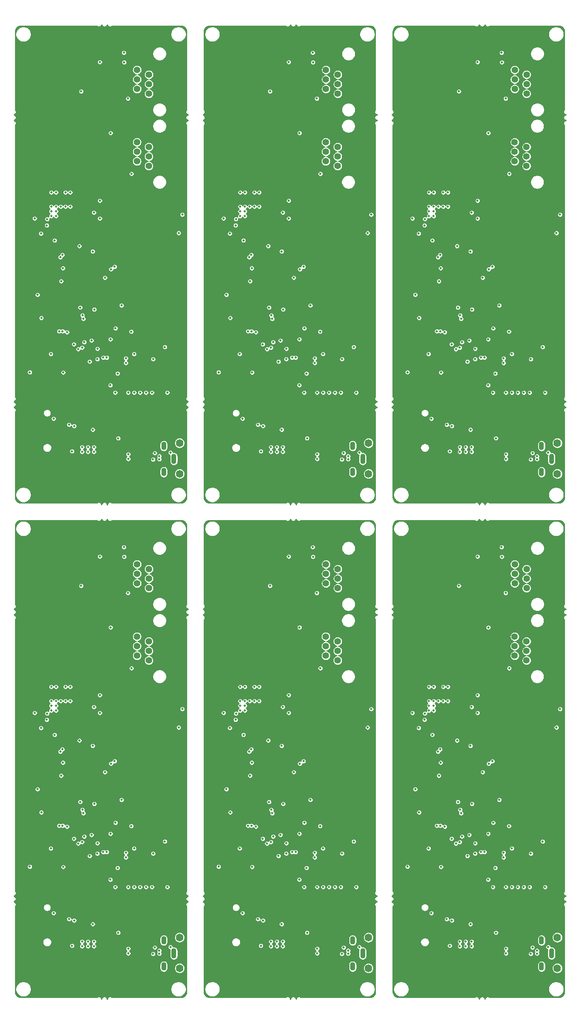
<source format=gbr>
G04 #@! TF.GenerationSoftware,KiCad,Pcbnew,(5.0.0)*
G04 #@! TF.CreationDate,2019-01-02T13:47:12-06:00*
G04 #@! TF.ProjectId,fk-weather-v0.11-02x03,666B2D776561746865722D76302E3131,0.1*
G04 #@! TF.SameCoordinates,PX791ddc0PY791ddc0*
G04 #@! TF.FileFunction,Copper,L2,Inr,Signal*
G04 #@! TF.FilePolarity,Positive*
%FSLAX46Y46*%
G04 Gerber Fmt 4.6, Leading zero omitted, Abs format (unit mm)*
G04 Created by KiCad (PCBNEW (5.0.0)) date 01/02/19 13:47:12*
%MOMM*%
%LPD*%
G01*
G04 APERTURE LIST*
G04 #@! TA.AperFunction,ViaPad*
%ADD10O,1.600000X1.651000*%
G04 #@! TD*
G04 #@! TA.AperFunction,ViaPad*
%ADD11O,1.100000X2.200000*%
G04 #@! TD*
G04 #@! TA.AperFunction,ViaPad*
%ADD12O,1.100000X1.800000*%
G04 #@! TD*
G04 #@! TA.AperFunction,ViaPad*
%ADD13C,1.400000*%
G04 #@! TD*
G04 #@! TA.AperFunction,ViaPad*
%ADD14C,0.500000*%
G04 #@! TD*
G04 #@! TA.AperFunction,Conductor*
%ADD15C,0.253000*%
G04 #@! TD*
G04 APERTURE END LIST*
D10*
G04 #@! TO.N,*
G04 #@! TO.C,J5*
X57633600Y-115277400D03*
X57633600Y-121877400D03*
G04 #@! TD*
G04 #@! TO.N,*
G04 #@! TO.C,J5*
X17133600Y-115277400D03*
X17133600Y-121877400D03*
G04 #@! TD*
G04 #@! TO.N,*
G04 #@! TO.C,J5*
X-23366400Y-115277400D03*
X-23366400Y-121877400D03*
G04 #@! TD*
G04 #@! TO.N,*
G04 #@! TO.C,J5*
X57633600Y-9277400D03*
X57633600Y-15877400D03*
G04 #@! TD*
G04 #@! TO.N,*
G04 #@! TO.C,J5*
X17133600Y-9277400D03*
X17133600Y-15877400D03*
G04 #@! TD*
D11*
G04 #@! TO.N,Net-(J1-Pad8)*
G04 #@! TO.C,J1*
X56401400Y-118689400D03*
D12*
G04 #@! TO.N,Net-(J1-Pad7)*
X54251400Y-115889400D03*
G04 #@! TO.N,Net-(C10-Pad1)*
X54251400Y-121489400D03*
G04 #@! TD*
D11*
G04 #@! TO.N,Net-(J1-Pad8)*
G04 #@! TO.C,J1*
X15901400Y-118689400D03*
D12*
G04 #@! TO.N,Net-(J1-Pad7)*
X13751400Y-115889400D03*
G04 #@! TO.N,Net-(C10-Pad1)*
X13751400Y-121489400D03*
G04 #@! TD*
D11*
G04 #@! TO.N,Net-(J1-Pad8)*
G04 #@! TO.C,J1*
X-24598600Y-118689400D03*
D12*
G04 #@! TO.N,Net-(J1-Pad7)*
X-26748600Y-115889400D03*
G04 #@! TO.N,Net-(C10-Pad1)*
X-26748600Y-121489400D03*
G04 #@! TD*
D11*
G04 #@! TO.N,Net-(J1-Pad8)*
G04 #@! TO.C,J1*
X56401400Y-12689400D03*
D12*
G04 #@! TO.N,Net-(J1-Pad7)*
X54251400Y-9889400D03*
G04 #@! TO.N,Net-(C10-Pad1)*
X54251400Y-15489400D03*
G04 #@! TD*
D11*
G04 #@! TO.N,Net-(J1-Pad8)*
G04 #@! TO.C,J1*
X15901400Y-12689400D03*
D12*
G04 #@! TO.N,Net-(J1-Pad7)*
X13751400Y-9889400D03*
G04 #@! TO.N,Net-(C10-Pad1)*
X13751400Y-15489400D03*
G04 #@! TD*
D13*
G04 #@! TO.N,Net-(J11-Pad1)*
G04 #@! TO.C,J11*
X48508428Y-35272068D03*
G04 #@! TO.N,Net-(J11-Pad2)*
X51048428Y-36292068D03*
G04 #@! TO.N,Net-(J11-Pad3)*
X48508428Y-37312068D03*
G04 #@! TO.N,Net-(J11-Pad4)*
X51048428Y-38332068D03*
G04 #@! TO.N,Net-(J11-Pad5)*
X48508428Y-39352068D03*
G04 #@! TO.N,Net-(J11-Pad6)*
X51048428Y-40372068D03*
G04 #@! TD*
G04 #@! TO.N,Net-(J11-Pad1)*
G04 #@! TO.C,J11*
X8008428Y-35272068D03*
G04 #@! TO.N,Net-(J11-Pad2)*
X10548428Y-36292068D03*
G04 #@! TO.N,Net-(J11-Pad3)*
X8008428Y-37312068D03*
G04 #@! TO.N,Net-(J11-Pad4)*
X10548428Y-38332068D03*
G04 #@! TO.N,Net-(J11-Pad5)*
X8008428Y-39352068D03*
G04 #@! TO.N,Net-(J11-Pad6)*
X10548428Y-40372068D03*
G04 #@! TD*
G04 #@! TO.N,Net-(J11-Pad1)*
G04 #@! TO.C,J11*
X-32491572Y-35272068D03*
G04 #@! TO.N,Net-(J11-Pad2)*
X-29951572Y-36292068D03*
G04 #@! TO.N,Net-(J11-Pad3)*
X-32491572Y-37312068D03*
G04 #@! TO.N,Net-(J11-Pad4)*
X-29951572Y-38332068D03*
G04 #@! TO.N,Net-(J11-Pad5)*
X-32491572Y-39352068D03*
G04 #@! TO.N,Net-(J11-Pad6)*
X-29951572Y-40372068D03*
G04 #@! TD*
G04 #@! TO.N,Net-(J11-Pad1)*
G04 #@! TO.C,J11*
X48508428Y70727932D03*
G04 #@! TO.N,Net-(J11-Pad2)*
X51048428Y69707932D03*
G04 #@! TO.N,Net-(J11-Pad3)*
X48508428Y68687932D03*
G04 #@! TO.N,Net-(J11-Pad4)*
X51048428Y67667932D03*
G04 #@! TO.N,Net-(J11-Pad5)*
X48508428Y66647932D03*
G04 #@! TO.N,Net-(J11-Pad6)*
X51048428Y65627932D03*
G04 #@! TD*
G04 #@! TO.N,Net-(J11-Pad1)*
G04 #@! TO.C,J11*
X8008428Y70727932D03*
G04 #@! TO.N,Net-(J11-Pad2)*
X10548428Y69707932D03*
G04 #@! TO.N,Net-(J11-Pad3)*
X8008428Y68687932D03*
G04 #@! TO.N,Net-(J11-Pad4)*
X10548428Y67667932D03*
G04 #@! TO.N,Net-(J11-Pad5)*
X8008428Y66647932D03*
G04 #@! TO.N,Net-(J11-Pad6)*
X10548428Y65627932D03*
G04 #@! TD*
G04 #@! TO.N,Net-(J10-Pad6)*
G04 #@! TO.C,J10*
X51034428Y-55872068D03*
G04 #@! TO.N,/RAIN_5*
X48494428Y-54852068D03*
G04 #@! TO.N,Net-(J10-Pad4)*
X51034428Y-53832068D03*
G04 #@! TO.N,Net-(J10-Pad3)*
X48494428Y-52812068D03*
G04 #@! TO.N,/RAIN_2*
X51034428Y-51792068D03*
G04 #@! TO.N,Net-(J10-Pad1)*
X48494428Y-50772068D03*
G04 #@! TD*
G04 #@! TO.N,Net-(J10-Pad6)*
G04 #@! TO.C,J10*
X10534428Y-55872068D03*
G04 #@! TO.N,/RAIN_5*
X7994428Y-54852068D03*
G04 #@! TO.N,Net-(J10-Pad4)*
X10534428Y-53832068D03*
G04 #@! TO.N,Net-(J10-Pad3)*
X7994428Y-52812068D03*
G04 #@! TO.N,/RAIN_2*
X10534428Y-51792068D03*
G04 #@! TO.N,Net-(J10-Pad1)*
X7994428Y-50772068D03*
G04 #@! TD*
G04 #@! TO.N,Net-(J10-Pad6)*
G04 #@! TO.C,J10*
X-29965572Y-55872068D03*
G04 #@! TO.N,/RAIN_5*
X-32505572Y-54852068D03*
G04 #@! TO.N,Net-(J10-Pad4)*
X-29965572Y-53832068D03*
G04 #@! TO.N,Net-(J10-Pad3)*
X-32505572Y-52812068D03*
G04 #@! TO.N,/RAIN_2*
X-29965572Y-51792068D03*
G04 #@! TO.N,Net-(J10-Pad1)*
X-32505572Y-50772068D03*
G04 #@! TD*
G04 #@! TO.N,Net-(J10-Pad6)*
G04 #@! TO.C,J10*
X51034428Y50127932D03*
G04 #@! TO.N,/RAIN_5*
X48494428Y51147932D03*
G04 #@! TO.N,Net-(J10-Pad4)*
X51034428Y52167932D03*
G04 #@! TO.N,Net-(J10-Pad3)*
X48494428Y53187932D03*
G04 #@! TO.N,/RAIN_2*
X51034428Y54207932D03*
G04 #@! TO.N,Net-(J10-Pad1)*
X48494428Y55227932D03*
G04 #@! TD*
G04 #@! TO.N,Net-(J10-Pad6)*
G04 #@! TO.C,J10*
X10534428Y50127932D03*
G04 #@! TO.N,/RAIN_5*
X7994428Y51147932D03*
G04 #@! TO.N,Net-(J10-Pad4)*
X10534428Y52167932D03*
G04 #@! TO.N,Net-(J10-Pad3)*
X7994428Y53187932D03*
G04 #@! TO.N,/RAIN_2*
X10534428Y54207932D03*
G04 #@! TO.N,Net-(J10-Pad1)*
X7994428Y55227932D03*
G04 #@! TD*
D10*
G04 #@! TO.N,*
G04 #@! TO.C,J5*
X-23366400Y-15877400D03*
X-23366400Y-9277400D03*
G04 #@! TD*
D12*
G04 #@! TO.N,Net-(C10-Pad1)*
G04 #@! TO.C,J1*
X-26748600Y-15489400D03*
G04 #@! TO.N,Net-(J1-Pad7)*
X-26748600Y-9889400D03*
D11*
G04 #@! TO.N,Net-(J1-Pad8)*
X-24598600Y-12689400D03*
G04 #@! TD*
D13*
G04 #@! TO.N,Net-(J10-Pad1)*
G04 #@! TO.C,J10*
X-32505572Y55227932D03*
G04 #@! TO.N,/RAIN_2*
X-29965572Y54207932D03*
G04 #@! TO.N,Net-(J10-Pad3)*
X-32505572Y53187932D03*
G04 #@! TO.N,Net-(J10-Pad4)*
X-29965572Y52167932D03*
G04 #@! TO.N,/RAIN_5*
X-32505572Y51147932D03*
G04 #@! TO.N,Net-(J10-Pad6)*
X-29965572Y50127932D03*
G04 #@! TD*
G04 #@! TO.N,Net-(J11-Pad6)*
G04 #@! TO.C,J11*
X-29951572Y65627932D03*
G04 #@! TO.N,Net-(J11-Pad5)*
X-32491572Y66647932D03*
G04 #@! TO.N,Net-(J11-Pad4)*
X-29951572Y67667932D03*
G04 #@! TO.N,Net-(J11-Pad3)*
X-32491572Y68687932D03*
G04 #@! TO.N,Net-(J11-Pad2)*
X-29951572Y69707932D03*
G04 #@! TO.N,Net-(J11-Pad1)*
X-32491572Y70727932D03*
G04 #@! TD*
D14*
G04 #@! TO.N,GND*
X-49075200Y23480200D03*
X-50650000Y23480200D03*
X-39359700Y65326700D03*
X-39359700Y66101400D03*
X-39372400Y66863400D03*
X-49900700Y18946300D03*
X-48884700Y18946300D03*
X-44350800Y68438200D03*
X-36146600Y56398600D03*
X-39016800Y50912200D03*
X-51920000Y39990200D03*
X-35308400Y12253400D03*
X-26545400Y10043600D03*
X-34390010Y10600D03*
X-44528600Y2804600D03*
X-44274600Y42936600D03*
X-52910600Y42936600D03*
X-42496600Y16774600D03*
X-41226600Y13726600D03*
X-50116600Y7376600D03*
X-49038686Y10849276D03*
X-52275600Y22464200D03*
X-53164600Y28204600D03*
X-45671600Y-7838000D03*
X-50929400Y-6720400D03*
X-46890800Y-1513400D03*
X-50116600Y1788600D03*
X-44020600Y-14975400D03*
X-31574600Y-10657400D03*
X-38432600Y-12181400D03*
X-28272600Y-14721400D03*
X-27529052Y-11020943D03*
X-26748600Y-21325400D03*
X-28526600Y-21249800D03*
X-26748600Y20076600D03*
X-36908600Y27696600D03*
X-33098600Y27950600D03*
X-39194600Y22616600D03*
X-29288600Y10600D03*
X-30558600Y10600D03*
X-33098600Y10600D03*
X-31828600Y10600D03*
X-33120010Y10831000D03*
X-25986600Y10600D03*
X-37162600Y10600D03*
X-22862400Y29296800D03*
X-22954600Y32396400D03*
X-26062800Y36993000D03*
X-42115600Y34173600D03*
X-56619000Y40117200D03*
X-48262400Y46035400D03*
X-40515400Y37450200D03*
X-57127000Y34834000D03*
X-29161600Y-8269800D03*
X-43207800Y-18282862D03*
X-44731800Y26934600D03*
X-28806000Y31786000D03*
X8925400Y-10657400D03*
X49425400Y-10657400D03*
X-31574600Y-116657400D03*
X8925400Y-116657400D03*
X49425400Y-116657400D03*
X-8575200Y23480200D03*
X31924800Y23480200D03*
X-49075200Y-82519800D03*
X-8575200Y-82519800D03*
X31924800Y-82519800D03*
X1127600Y66863400D03*
X41627600Y66863400D03*
X-39372400Y-39136600D03*
X1127600Y-39136600D03*
X41627600Y-39136600D03*
X-9616600Y1788600D03*
X30883400Y1788600D03*
X-50116600Y-104211400D03*
X-9616600Y-104211400D03*
X30883400Y-104211400D03*
X13751400Y-21325400D03*
X54251400Y-21325400D03*
X-26748600Y-127325400D03*
X13751400Y-127325400D03*
X54251400Y-127325400D03*
X17545400Y32396400D03*
X58045400Y32396400D03*
X-22954600Y-73603600D03*
X17545400Y-73603600D03*
X58045400Y-73603600D03*
X-1615600Y34173600D03*
X38884400Y34173600D03*
X-42115600Y-71826400D03*
X-1615600Y-71826400D03*
X38884400Y-71826400D03*
X-7762400Y46035400D03*
X32737600Y46035400D03*
X-48262400Y-59964600D03*
X-7762400Y-59964600D03*
X32737600Y-59964600D03*
X-10150000Y23480200D03*
X30350000Y23480200D03*
X-50650000Y-82519800D03*
X-10150000Y-82519800D03*
X30350000Y-82519800D03*
X-4231800Y26934600D03*
X36268200Y26934600D03*
X-44731800Y-79065400D03*
X-4231800Y-79065400D03*
X36268200Y-79065400D03*
X-11775600Y22464200D03*
X28724400Y22464200D03*
X-52275600Y-83535800D03*
X-11775600Y-83535800D03*
X28724400Y-83535800D03*
X13751400Y20076600D03*
X54251400Y20076600D03*
X-26748600Y-85923400D03*
X13751400Y-85923400D03*
X54251400Y-85923400D03*
X11211400Y10600D03*
X51711400Y10600D03*
X-29288600Y-105989400D03*
X11211400Y-105989400D03*
X51711400Y-105989400D03*
X11694000Y31786000D03*
X52194000Y31786000D03*
X-28806000Y-74214000D03*
X11694000Y-74214000D03*
X52194000Y-74214000D03*
X4353400Y56398600D03*
X44853400Y56398600D03*
X-36146600Y-49601400D03*
X4353400Y-49601400D03*
X44853400Y-49601400D03*
X1483200Y50912200D03*
X41983200Y50912200D03*
X-39016800Y-55087800D03*
X1483200Y-55087800D03*
X41983200Y-55087800D03*
X-11420000Y39990200D03*
X29080000Y39990200D03*
X-51920000Y-66009800D03*
X-11420000Y-66009800D03*
X29080000Y-66009800D03*
X-4028600Y2804600D03*
X36471400Y2804600D03*
X-44528600Y-103195400D03*
X-4028600Y-103195400D03*
X36471400Y-103195400D03*
X-1996600Y16774600D03*
X38503400Y16774600D03*
X-42496600Y-89225400D03*
X-1996600Y-89225400D03*
X38503400Y-89225400D03*
X-726600Y13726600D03*
X39773400Y13726600D03*
X-41226600Y-92273400D03*
X-726600Y-92273400D03*
X39773400Y-92273400D03*
X-8538686Y10849276D03*
X31961314Y10849276D03*
X-49038686Y-95150724D03*
X-8538686Y-95150724D03*
X31961314Y-95150724D03*
X1140300Y66101400D03*
X41640300Y66101400D03*
X-39359700Y-39898600D03*
X1140300Y-39898600D03*
X41640300Y-39898600D03*
X3591400Y27696600D03*
X44091400Y27696600D03*
X-36908600Y-78303400D03*
X3591400Y-78303400D03*
X44091400Y-78303400D03*
X6109990Y10600D03*
X46609990Y10600D03*
X-34390010Y-105989400D03*
X6109990Y-105989400D03*
X46609990Y-105989400D03*
X-12410600Y42936600D03*
X28089400Y42936600D03*
X-52910600Y-63063400D03*
X-12410600Y-63063400D03*
X28089400Y-63063400D03*
X-15400Y37450200D03*
X40484600Y37450200D03*
X-40515400Y-68549800D03*
X-15400Y-68549800D03*
X40484600Y-68549800D03*
X14437200Y36993000D03*
X54937200Y36993000D03*
X-26062800Y-69007000D03*
X14437200Y-69007000D03*
X54937200Y-69007000D03*
X-5171600Y-7838000D03*
X35328400Y-7838000D03*
X-45671600Y-113838000D03*
X-5171600Y-113838000D03*
X35328400Y-113838000D03*
X-10429400Y-6720400D03*
X30070600Y-6720400D03*
X-50929400Y-112720400D03*
X-10429400Y-112720400D03*
X30070600Y-112720400D03*
X-2707800Y-18282862D03*
X37792200Y-18282862D03*
X-43207800Y-124282862D03*
X-2707800Y-124282862D03*
X37792200Y-124282862D03*
X12227400Y-14721400D03*
X52727400Y-14721400D03*
X-28272600Y-120721400D03*
X12227400Y-120721400D03*
X52727400Y-120721400D03*
X7401400Y27950600D03*
X47901400Y27950600D03*
X-33098600Y-78049400D03*
X7401400Y-78049400D03*
X47901400Y-78049400D03*
X8671400Y10600D03*
X49171400Y10600D03*
X-31828600Y-105989400D03*
X8671400Y-105989400D03*
X49171400Y-105989400D03*
X-3774600Y42936600D03*
X36725400Y42936600D03*
X-44274600Y-63063400D03*
X-3774600Y-63063400D03*
X36725400Y-63063400D03*
X14513400Y10600D03*
X55013400Y10600D03*
X-25986600Y-105989400D03*
X14513400Y-105989400D03*
X55013400Y-105989400D03*
X7401400Y10600D03*
X47901400Y10600D03*
X-33098600Y-105989400D03*
X7401400Y-105989400D03*
X47901400Y-105989400D03*
X-16627000Y34834000D03*
X23873000Y34834000D03*
X-57127000Y-71166000D03*
X-16627000Y-71166000D03*
X23873000Y-71166000D03*
X13954600Y10043600D03*
X54454600Y10043600D03*
X-26545400Y-95956400D03*
X13954600Y-95956400D03*
X54454600Y-95956400D03*
X1305400Y22616600D03*
X41805400Y22616600D03*
X-39194600Y-83383400D03*
X1305400Y-83383400D03*
X41805400Y-83383400D03*
X-3850800Y68438200D03*
X36649200Y68438200D03*
X-44350800Y-37561800D03*
X-3850800Y-37561800D03*
X36649200Y-37561800D03*
X9941400Y10600D03*
X50441400Y10600D03*
X-30558600Y-105989400D03*
X9941400Y-105989400D03*
X50441400Y-105989400D03*
X7379990Y10831000D03*
X47879990Y10831000D03*
X-33120010Y-95169000D03*
X7379990Y-95169000D03*
X47879990Y-95169000D03*
X-6390800Y-1513400D03*
X34109200Y-1513400D03*
X-46890800Y-107513400D03*
X-6390800Y-107513400D03*
X34109200Y-107513400D03*
X-9400700Y18946300D03*
X31099300Y18946300D03*
X-49900700Y-87053700D03*
X-9400700Y-87053700D03*
X31099300Y-87053700D03*
X-8384700Y18946300D03*
X32115300Y18946300D03*
X-48884700Y-87053700D03*
X-8384700Y-87053700D03*
X32115300Y-87053700D03*
X-9616600Y7376600D03*
X30883400Y7376600D03*
X-50116600Y-98623400D03*
X-9616600Y-98623400D03*
X30883400Y-98623400D03*
X-3520600Y-14975400D03*
X36979400Y-14975400D03*
X-44020600Y-120975400D03*
X-3520600Y-120975400D03*
X36979400Y-120975400D03*
X2067400Y-12181400D03*
X42567400Y-12181400D03*
X-38432600Y-118181400D03*
X2067400Y-118181400D03*
X42567400Y-118181400D03*
X11973400Y-21249800D03*
X52473400Y-21249800D03*
X-28526600Y-127249800D03*
X11973400Y-127249800D03*
X52473400Y-127249800D03*
X-12664600Y28204600D03*
X27835400Y28204600D03*
X-53164600Y-77795400D03*
X-12664600Y-77795400D03*
X27835400Y-77795400D03*
X17637600Y29296800D03*
X58137600Y29296800D03*
X-22862400Y-76703200D03*
X17637600Y-76703200D03*
X58137600Y-76703200D03*
X3337400Y10600D03*
X43837400Y10600D03*
X-37162600Y-105989400D03*
X3337400Y-105989400D03*
X43837400Y-105989400D03*
X-16119000Y40117200D03*
X24381000Y40117200D03*
X-56619000Y-65882800D03*
X-16119000Y-65882800D03*
X24381000Y-65882800D03*
X11338400Y-8269800D03*
X51838400Y-8269800D03*
X-29161600Y-114269800D03*
X11338400Y-114269800D03*
X51838400Y-114269800D03*
X5191600Y12253400D03*
X45691600Y12253400D03*
X-35308400Y-93746600D03*
X5191600Y-93746600D03*
X45691600Y-93746600D03*
X12970948Y-11020943D03*
X53470948Y-11020943D03*
X-27529052Y-117020943D03*
X12970948Y-117020943D03*
X53470948Y-117020943D03*
X1140300Y65326700D03*
X41640300Y65326700D03*
X-39359700Y-40673300D03*
X1140300Y-40673300D03*
X41640300Y-40673300D03*
G04 #@! TO.N,3V3*
X-51767600Y38745600D03*
X-26520000Y11313600D03*
X-34390010Y1534600D03*
X-54434600Y38872600D03*
X-40464600Y38872600D03*
X-41734600Y40142600D03*
X-38178600Y12964600D03*
X-53825000Y22515000D03*
X-38077000Y27976000D03*
X-35816400Y20229000D03*
X-41658400Y19365400D03*
X-50980200Y9815000D03*
X-38204000Y3134800D03*
X-44274600Y-10149400D03*
X-43004600Y-10149400D03*
X-41734600Y-10149400D03*
X-41734600Y-11165400D03*
X-43004600Y-11165400D03*
X-44274600Y-11165400D03*
X-50370600Y-4053400D03*
X-30558600Y1534600D03*
X-31828600Y1534600D03*
X-33098600Y1534600D03*
X-29288600Y1534600D03*
X-25986600Y1534600D03*
X-33120010Y9815000D03*
X-37162600Y1534600D03*
X-55501400Y5903400D03*
X-48313200Y5852600D03*
X-41976800Y-6415600D03*
X-36654600Y5637600D03*
X-22786200Y39710800D03*
X-41988600Y31811400D03*
X-50167400Y34173600D03*
X-36527600Y-8244400D03*
X-37111800Y15326800D03*
X13980000Y11313600D03*
X54480000Y11313600D03*
X-26520000Y-94686400D03*
X13980000Y-94686400D03*
X54480000Y-94686400D03*
X6109990Y1534600D03*
X46609990Y1534600D03*
X-34390010Y-104465400D03*
X6109990Y-104465400D03*
X46609990Y-104465400D03*
X-11267600Y38745600D03*
X29232400Y38745600D03*
X-51767600Y-67254400D03*
X-11267600Y-67254400D03*
X29232400Y-67254400D03*
X-13934600Y38872600D03*
X26565400Y38872600D03*
X-54434600Y-67127400D03*
X-13934600Y-67127400D03*
X26565400Y-67127400D03*
X-10480200Y9815000D03*
X30019800Y9815000D03*
X-50980200Y-96185000D03*
X-10480200Y-96185000D03*
X30019800Y-96185000D03*
X14513400Y1534600D03*
X55013400Y1534600D03*
X-25986600Y-104465400D03*
X14513400Y-104465400D03*
X55013400Y-104465400D03*
X-1476800Y-6415600D03*
X39023200Y-6415600D03*
X-41976800Y-112415600D03*
X-1476800Y-112415600D03*
X39023200Y-112415600D03*
X-1234600Y-10149400D03*
X39265400Y-10149400D03*
X-41734600Y-116149400D03*
X-1234600Y-116149400D03*
X39265400Y-116149400D03*
X-1488600Y31811400D03*
X39011400Y31811400D03*
X-41988600Y-74188600D03*
X-1488600Y-74188600D03*
X39011400Y-74188600D03*
X-3774600Y-11165400D03*
X36725400Y-11165400D03*
X-44274600Y-117165400D03*
X-3774600Y-117165400D03*
X36725400Y-117165400D03*
X2423000Y27976000D03*
X42923000Y27976000D03*
X-38077000Y-78024000D03*
X2423000Y-78024000D03*
X42923000Y-78024000D03*
X-1234600Y-11165400D03*
X39265400Y-11165400D03*
X-41734600Y-117165400D03*
X-1234600Y-117165400D03*
X39265400Y-117165400D03*
X3337400Y1534600D03*
X43837400Y1534600D03*
X-37162600Y-104465400D03*
X3337400Y-104465400D03*
X43837400Y-104465400D03*
X-1234600Y40142600D03*
X39265400Y40142600D03*
X-41734600Y-65857400D03*
X-1234600Y-65857400D03*
X39265400Y-65857400D03*
X7379990Y9815000D03*
X47879990Y9815000D03*
X-33120010Y-96185000D03*
X7379990Y-96185000D03*
X47879990Y-96185000D03*
X9941400Y1534600D03*
X50441400Y1534600D03*
X-30558600Y-104465400D03*
X9941400Y-104465400D03*
X50441400Y-104465400D03*
X-15001400Y5903400D03*
X25498600Y5903400D03*
X-55501400Y-100096600D03*
X-15001400Y-100096600D03*
X25498600Y-100096600D03*
X-7813200Y5852600D03*
X32686800Y5852600D03*
X-48313200Y-100147400D03*
X-7813200Y-100147400D03*
X32686800Y-100147400D03*
X-13325000Y22515000D03*
X27175000Y22515000D03*
X-53825000Y-83485000D03*
X-13325000Y-83485000D03*
X27175000Y-83485000D03*
X-3774600Y-10149400D03*
X36725400Y-10149400D03*
X-44274600Y-116149400D03*
X-3774600Y-116149400D03*
X36725400Y-116149400D03*
X-9667400Y34173600D03*
X30832600Y34173600D03*
X-50167400Y-71826400D03*
X-9667400Y-71826400D03*
X30832600Y-71826400D03*
X-1158400Y19365400D03*
X39341600Y19365400D03*
X-41658400Y-86634600D03*
X-1158400Y-86634600D03*
X39341600Y-86634600D03*
X8671400Y1534600D03*
X49171400Y1534600D03*
X-31828600Y-104465400D03*
X8671400Y-104465400D03*
X49171400Y-104465400D03*
X11211400Y1534600D03*
X51711400Y1534600D03*
X-29288600Y-104465400D03*
X11211400Y-104465400D03*
X51711400Y-104465400D03*
X4683600Y20229000D03*
X45183600Y20229000D03*
X-35816400Y-85771000D03*
X4683600Y-85771000D03*
X45183600Y-85771000D03*
X3845400Y5637600D03*
X44345400Y5637600D03*
X-36654600Y-100362400D03*
X3845400Y-100362400D03*
X44345400Y-100362400D03*
X7401400Y1534600D03*
X47901400Y1534600D03*
X-33098600Y-104465400D03*
X7401400Y-104465400D03*
X47901400Y-104465400D03*
X17713800Y39710800D03*
X58213800Y39710800D03*
X-22786200Y-66289200D03*
X17713800Y-66289200D03*
X58213800Y-66289200D03*
X3388200Y15326800D03*
X43888200Y15326800D03*
X-37111800Y-90673200D03*
X3388200Y-90673200D03*
X43888200Y-90673200D03*
X35400Y38872600D03*
X40535400Y38872600D03*
X-40464600Y-67127400D03*
X35400Y-67127400D03*
X40535400Y-67127400D03*
X2321400Y12964600D03*
X42821400Y12964600D03*
X-38178600Y-93035400D03*
X2321400Y-93035400D03*
X42821400Y-93035400D03*
X-9870600Y-4053400D03*
X30629400Y-4053400D03*
X-50370600Y-110053400D03*
X-9870600Y-110053400D03*
X30629400Y-110053400D03*
X3972400Y-8244400D03*
X44472400Y-8244400D03*
X-36527600Y-114244400D03*
X3972400Y-114244400D03*
X44472400Y-114244400D03*
X-2504600Y-10149400D03*
X37995400Y-10149400D03*
X-43004600Y-116149400D03*
X-2504600Y-116149400D03*
X37995400Y-116149400D03*
X-2504600Y-11165400D03*
X37995400Y-11165400D03*
X-43004600Y-117165400D03*
X-2504600Y-117165400D03*
X37995400Y-117165400D03*
X2296000Y3134800D03*
X42796000Y3134800D03*
X-38204000Y-102865200D03*
X2296000Y-102865200D03*
X42796000Y-102865200D03*
G04 #@! TO.N,/SWDIO*
X-39372400Y26172600D03*
X-44202379Y18120800D03*
X-3702379Y18120800D03*
X36797621Y18120800D03*
X-44202379Y-87879200D03*
X-3702379Y-87879200D03*
X36797621Y-87879200D03*
X1127600Y26172600D03*
X41627600Y26172600D03*
X-39372400Y-79827400D03*
X1127600Y-79827400D03*
X41627600Y-79827400D03*
G04 #@! TO.N,/SWCLK*
X-37289600Y28534800D03*
X-43995200Y17358800D03*
X-3495200Y17358800D03*
X37004800Y17358800D03*
X-43995200Y-88641200D03*
X-3495200Y-88641200D03*
X37004800Y-88641200D03*
X3210400Y28534800D03*
X43710400Y28534800D03*
X-37289600Y-77465200D03*
X3210400Y-77465200D03*
X43710400Y-77465200D03*
G04 #@! TO.N,/A3*
X-45112800Y10856400D03*
X-23548200Y35748400D03*
X-4612800Y10856400D03*
X35887200Y10856400D03*
X-45112800Y-95143600D03*
X-4612800Y-95143600D03*
X35887200Y-95143600D03*
X16951800Y35748400D03*
X57451800Y35748400D03*
X-23548200Y-70251600D03*
X16951800Y-70251600D03*
X57451800Y-70251600D03*
G04 #@! TO.N,/MOSI*
X-48757700Y25423300D03*
X-49202200Y14691800D03*
X-8702200Y14691800D03*
X31797800Y14691800D03*
X-49202200Y-91308200D03*
X-8702200Y-91308200D03*
X31797800Y-91308200D03*
X-8257700Y25423300D03*
X32242300Y25423300D03*
X-48757700Y-80576700D03*
X-8257700Y-80576700D03*
X32242300Y-80576700D03*
G04 #@! TO.N,/SCK*
X-48385107Y28208893D03*
X-48453514Y14691800D03*
X-7953514Y14691800D03*
X32546486Y14691800D03*
X-48453514Y-91308200D03*
X-7953514Y-91308200D03*
X32546486Y-91308200D03*
X-7885107Y28208893D03*
X32614893Y28208893D03*
X-48385107Y-77791107D03*
X-7885107Y-77791107D03*
X32614893Y-77791107D03*
G04 #@! TO.N,/MISO*
X-48948200Y30566800D03*
X-47501014Y14487986D03*
X-8448200Y30566800D03*
X32051800Y30566800D03*
X-48948200Y-75433200D03*
X-8448200Y-75433200D03*
X32051800Y-75433200D03*
X-7001014Y14487986D03*
X33498986Y14487986D03*
X-47501014Y-91512014D03*
X-7001014Y-91512014D03*
X33498986Y-91512014D03*
G04 #@! TO.N,/USB-*
X-34368600Y-12689400D03*
X-39740700Y9040300D03*
X-29060000Y-12791000D03*
X6131400Y-12689400D03*
X46631400Y-12689400D03*
X-34368600Y-118689400D03*
X6131400Y-118689400D03*
X46631400Y-118689400D03*
X11440000Y-12791000D03*
X51940000Y-12791000D03*
X-29060000Y-118791000D03*
X11440000Y-118791000D03*
X51940000Y-118791000D03*
X759300Y9040300D03*
X41259300Y9040300D03*
X-39740700Y-96959700D03*
X759300Y-96959700D03*
X41259300Y-96959700D03*
G04 #@! TO.N,/USB+*
X-34368600Y-11673400D03*
X-38978700Y9040300D03*
X-27718911Y-12732148D03*
X1521300Y9040300D03*
X42021300Y9040300D03*
X-38978700Y-96959700D03*
X1521300Y-96959700D03*
X42021300Y-96959700D03*
X12781089Y-12732148D03*
X53281089Y-12732148D03*
X-27718911Y-118732148D03*
X12781089Y-118732148D03*
X53281089Y-118732148D03*
X6131400Y-11673400D03*
X46631400Y-11673400D03*
X-34368600Y-117673400D03*
X6131400Y-117673400D03*
X46631400Y-117673400D03*
G04 #@! TO.N,VUSB*
X-25326200Y-11317800D03*
X15173800Y-11317800D03*
X55673800Y-11317800D03*
X-25326200Y-117317800D03*
X15173800Y-117317800D03*
X55673800Y-117317800D03*
G04 #@! TO.N,Net-(J1-Pad4)*
X-33733600Y14615600D03*
X-28683896Y-11420989D03*
X-27713943Y-12079755D03*
X6766400Y14615600D03*
X47266400Y14615600D03*
X-33733600Y-91384400D03*
X6766400Y-91384400D03*
X47266400Y-91384400D03*
X11816104Y-11420989D03*
X52316104Y-11420989D03*
X-28683896Y-117420989D03*
X11816104Y-117420989D03*
X52316104Y-117420989D03*
X12786057Y-12079755D03*
X53286057Y-12079755D03*
X-27713943Y-118079755D03*
X12786057Y-118079755D03*
X53286057Y-118079755D03*
G04 #@! TO.N,/SCL1*
X-42242600Y12710600D03*
X-34876600Y7884600D03*
X-47068600Y-5348800D03*
X-29034600Y8722800D03*
X-1742600Y12710600D03*
X38757400Y12710600D03*
X-42242600Y-93289400D03*
X-1742600Y-93289400D03*
X38757400Y-93289400D03*
X5623400Y7884600D03*
X46123400Y7884600D03*
X-34876600Y-98115400D03*
X5623400Y-98115400D03*
X46123400Y-98115400D03*
X-6568600Y-5348800D03*
X33931400Y-5348800D03*
X-47068600Y-111348800D03*
X-6568600Y-111348800D03*
X33931400Y-111348800D03*
X11465400Y8722800D03*
X51965400Y8722800D03*
X-29034600Y-97277200D03*
X11465400Y-97277200D03*
X51965400Y-97277200D03*
G04 #@! TO.N,/SDA1*
X-40972600Y10932600D03*
X-34876600Y8900600D03*
X-40998000Y8722800D03*
X-45976400Y-5628200D03*
X5623400Y8900600D03*
X46123400Y8900600D03*
X-34876600Y-97099400D03*
X5623400Y-97099400D03*
X46123400Y-97099400D03*
X-5476400Y-5628200D03*
X35023600Y-5628200D03*
X-45976400Y-111628200D03*
X-5476400Y-111628200D03*
X35023600Y-111628200D03*
X-472600Y10932600D03*
X40027400Y10932600D03*
X-40972600Y-95067400D03*
X-472600Y-95067400D03*
X40027400Y-95067400D03*
X-498000Y8722800D03*
X40002000Y8722800D03*
X-40998000Y-97277200D03*
X-498000Y-97277200D03*
X40002000Y-97277200D03*
G04 #@! TO.N,/PERIPH_3V3*
X-44859200Y32954400D03*
X-4359200Y32954400D03*
X36140800Y32954400D03*
X-44859200Y-73045600D03*
X-4359200Y-73045600D03*
X36140800Y-73045600D03*
G04 #@! TO.N,Net-(BT1-Pad1)*
X-46433600Y-11038400D03*
X-5933600Y-11038400D03*
X34566400Y-11038400D03*
X-46433600Y-117038400D03*
X-5933600Y-117038400D03*
X34566400Y-117038400D03*
G04 #@! TO.N,/D6_RAIN*
X-33682800Y48448400D03*
X-43807409Y12366570D03*
X6817200Y48448400D03*
X47317200Y48448400D03*
X-33682800Y-57551600D03*
X6817200Y-57551600D03*
X47317200Y-57551600D03*
X-3307409Y12366570D03*
X37192591Y12366570D03*
X-43807409Y-93633430D03*
X-3307409Y-93633430D03*
X37192591Y-93633430D03*
G04 #@! TO.N,/A1_WIND_DIR*
X-40464600Y72400600D03*
X-44681000Y19784500D03*
X-4181000Y19784500D03*
X36319000Y19784500D03*
X-44681000Y-86215500D03*
X-4181000Y-86215500D03*
X36319000Y-86215500D03*
X35400Y72400600D03*
X40535400Y72400600D03*
X-40464600Y-33599400D03*
X35400Y-33599400D03*
X40535400Y-33599400D03*
G04 #@! TO.N,/D10_WIND_SPEED*
X-34444800Y64579972D03*
X-44274600Y11186600D03*
X6055200Y64579972D03*
X46555200Y64579972D03*
X-34444800Y-41420028D03*
X6055200Y-41420028D03*
X46555200Y-41420028D03*
X-3774600Y11186600D03*
X36725400Y11186600D03*
X-44274600Y-94813400D03*
X-3774600Y-94813400D03*
X36725400Y-94813400D03*
G04 #@! TO.N,/D8_PERIPH_EN*
X-53012200Y17549300D03*
X-53088400Y35646800D03*
X-12588400Y35646800D03*
X27911600Y35646800D03*
X-53088400Y-70353200D03*
X-12588400Y-70353200D03*
X27911600Y-70353200D03*
X-12512200Y17549300D03*
X27987800Y17549300D03*
X-53012200Y-88450700D03*
X-12512200Y-88450700D03*
X27987800Y-88450700D03*
G04 #@! TO.N,/D5_FLASH_CS*
X-46027200Y11897800D03*
X-48503700Y31074800D03*
X-8003700Y31074800D03*
X32496300Y31074800D03*
X-48503700Y-74925200D03*
X-8003700Y-74925200D03*
X32496300Y-74925200D03*
X-5527200Y11897800D03*
X34972800Y11897800D03*
X-46027200Y-94102200D03*
X-5527200Y-94102200D03*
X34972800Y-94102200D03*
G04 #@! TO.N,/D7_WEATHER_EN*
X-42649000Y8189400D03*
X-51843800Y37399400D03*
X-2149000Y8189400D03*
X38351000Y8189400D03*
X-42649000Y-97810600D03*
X-2149000Y-97810600D03*
X38351000Y-97810600D03*
X-11343800Y37399400D03*
X29156200Y37399400D03*
X-51843800Y-68600600D03*
X-11343800Y-68600600D03*
X29156200Y-68600600D03*
G04 #@! TO.N,/WEATHER_3V3*
X-47830600Y44460600D03*
X-46814600Y44460600D03*
X-46814600Y41412600D03*
X-47830600Y41412600D03*
X-48846600Y41412600D03*
X-49862600Y44460600D03*
X-50878600Y44460600D03*
X-50878600Y41412600D03*
X-49862600Y41412600D03*
X-49862600Y40396600D03*
X-49862600Y39380600D03*
X-50878600Y40396600D03*
X-50878600Y39380600D03*
X-40464600Y42682600D03*
X-38153200Y57186000D03*
X-44477800Y66126800D03*
X-35257600Y72349800D03*
X-35308400Y74407200D03*
X5191600Y74407200D03*
X45691600Y74407200D03*
X-35308400Y-31592800D03*
X5191600Y-31592800D03*
X45691600Y-31592800D03*
X-9362600Y39380600D03*
X31137400Y39380600D03*
X-49862600Y-66619400D03*
X-9362600Y-66619400D03*
X31137400Y-66619400D03*
X-10378600Y44460600D03*
X30121400Y44460600D03*
X-50878600Y-61539400D03*
X-10378600Y-61539400D03*
X30121400Y-61539400D03*
X-7330600Y41412600D03*
X33169400Y41412600D03*
X-47830600Y-64587400D03*
X-7330600Y-64587400D03*
X33169400Y-64587400D03*
X-10378600Y40396600D03*
X30121400Y40396600D03*
X-50878600Y-65603400D03*
X-10378600Y-65603400D03*
X30121400Y-65603400D03*
X-10378600Y39380600D03*
X30121400Y39380600D03*
X-50878600Y-66619400D03*
X-10378600Y-66619400D03*
X30121400Y-66619400D03*
X2346800Y57186000D03*
X42846800Y57186000D03*
X-38153200Y-48814000D03*
X2346800Y-48814000D03*
X42846800Y-48814000D03*
X-3977800Y66126800D03*
X36522200Y66126800D03*
X-44477800Y-39873200D03*
X-3977800Y-39873200D03*
X36522200Y-39873200D03*
X35400Y42682600D03*
X40535400Y42682600D03*
X-40464600Y-63317400D03*
X35400Y-63317400D03*
X40535400Y-63317400D03*
X5242400Y72349800D03*
X45742400Y72349800D03*
X-35257600Y-33650200D03*
X5242400Y-33650200D03*
X45742400Y-33650200D03*
X-6314600Y41412600D03*
X34185400Y41412600D03*
X-46814600Y-64587400D03*
X-6314600Y-64587400D03*
X34185400Y-64587400D03*
X-8346600Y41412600D03*
X32153400Y41412600D03*
X-48846600Y-64587400D03*
X-8346600Y-64587400D03*
X32153400Y-64587400D03*
X-9362600Y44460600D03*
X31137400Y44460600D03*
X-49862600Y-61539400D03*
X-9362600Y-61539400D03*
X31137400Y-61539400D03*
X-9362600Y40396600D03*
X31137400Y40396600D03*
X-49862600Y-65603400D03*
X-9362600Y-65603400D03*
X31137400Y-65603400D03*
X-10378600Y41412600D03*
X30121400Y41412600D03*
X-50878600Y-64587400D03*
X-10378600Y-64587400D03*
X30121400Y-64587400D03*
X-9362600Y41412600D03*
X31137400Y41412600D03*
X-49862600Y-64587400D03*
X-9362600Y-64587400D03*
X31137400Y-64587400D03*
X-6314600Y44460600D03*
X34185400Y44460600D03*
X-46814600Y-61539400D03*
X-6314600Y-61539400D03*
X34185400Y-61539400D03*
X-7330600Y44460600D03*
X33169400Y44460600D03*
X-47830600Y-61539400D03*
X-7330600Y-61539400D03*
X33169400Y-61539400D03*
G04 #@! TD*
D15*
G04 #@! TO.N,GND*
G36*
X-38846023Y80341508D02*
X-38802324Y80236009D01*
X-38738882Y80141063D01*
X-38658137Y80060318D01*
X-38563191Y79996876D01*
X-38457692Y79953177D01*
X-38345695Y79930900D01*
X-38231505Y79930900D01*
X-38119508Y79953177D01*
X-38014009Y79996876D01*
X-37919063Y80060318D01*
X-37898481Y80080900D01*
X-22967493Y80080900D01*
X-22904364Y80087118D01*
X-22887332Y80092284D01*
X-22772784Y80081053D01*
X-22568509Y80019379D01*
X-22380099Y79919199D01*
X-22214737Y79784333D01*
X-22078719Y79619915D01*
X-21977227Y79432211D01*
X-21914127Y79228368D01*
X-21893300Y79030206D01*
X-21893299Y62125720D01*
X-21938882Y62080137D01*
X-22002324Y61985191D01*
X-22046023Y61879692D01*
X-22068300Y61767695D01*
X-22068300Y61653505D01*
X-22046023Y61541508D01*
X-22002324Y61436009D01*
X-21938882Y61341063D01*
X-21858137Y61260318D01*
X-21763191Y61196876D01*
X-21657692Y61153177D01*
X-21545695Y61130900D01*
X-21541100Y61130900D01*
X-21541100Y61090300D01*
X-21545695Y61090300D01*
X-21657692Y61068023D01*
X-21763191Y61024324D01*
X-21858137Y60960882D01*
X-21938882Y60880137D01*
X-22002324Y60785191D01*
X-22046023Y60679692D01*
X-22068300Y60567695D01*
X-22068300Y60453505D01*
X-22046023Y60341508D01*
X-22002324Y60236009D01*
X-21938882Y60141063D01*
X-21858137Y60060318D01*
X-21763191Y59996876D01*
X-21657692Y59953177D01*
X-21545695Y59930900D01*
X-21541100Y59930900D01*
X-21541100Y59890300D01*
X-21545695Y59890300D01*
X-21657692Y59868023D01*
X-21763191Y59824324D01*
X-21858137Y59760882D01*
X-21938882Y59680137D01*
X-22002324Y59585191D01*
X-22046023Y59479692D01*
X-22068300Y59367695D01*
X-22068300Y59253505D01*
X-22046023Y59141508D01*
X-22002324Y59036009D01*
X-21938882Y58941063D01*
X-21893300Y58895481D01*
X-21893299Y625720D01*
X-21938882Y580137D01*
X-22002324Y485191D01*
X-22046023Y379692D01*
X-22068300Y267695D01*
X-22068300Y153505D01*
X-22046023Y41508D01*
X-22002324Y-63991D01*
X-21938882Y-158937D01*
X-21858137Y-239682D01*
X-21763191Y-303124D01*
X-21657692Y-346823D01*
X-21545695Y-369100D01*
X-21541100Y-369100D01*
X-21541100Y-409700D01*
X-21545695Y-409700D01*
X-21657692Y-431977D01*
X-21763191Y-475676D01*
X-21858137Y-539118D01*
X-21938882Y-619863D01*
X-22002324Y-714809D01*
X-22046023Y-820308D01*
X-22068300Y-932305D01*
X-22068300Y-1046495D01*
X-22046023Y-1158492D01*
X-22002324Y-1263991D01*
X-21938882Y-1358937D01*
X-21858137Y-1439682D01*
X-21763191Y-1503124D01*
X-21657692Y-1546823D01*
X-21545695Y-1569100D01*
X-21541100Y-1569100D01*
X-21541100Y-1609700D01*
X-21545695Y-1609700D01*
X-21657692Y-1631977D01*
X-21763191Y-1675676D01*
X-21858137Y-1739118D01*
X-21938882Y-1819863D01*
X-22002324Y-1914809D01*
X-22046023Y-2020308D01*
X-22068300Y-2132305D01*
X-22068300Y-2246495D01*
X-22046023Y-2358492D01*
X-22002324Y-2463991D01*
X-21938882Y-2558937D01*
X-21893300Y-2604519D01*
X-21893299Y-21006811D01*
X-21912619Y-21203853D01*
X-21974294Y-21408130D01*
X-22074472Y-21596537D01*
X-22209339Y-21761901D01*
X-22373757Y-21897919D01*
X-22561461Y-21999411D01*
X-22765304Y-22062511D01*
X-22976425Y-22084700D01*
X-37873481Y-22084700D01*
X-37919063Y-22039118D01*
X-38014009Y-21975676D01*
X-38119508Y-21931977D01*
X-38231505Y-21909700D01*
X-38345695Y-21909700D01*
X-38457692Y-21931977D01*
X-38563191Y-21975676D01*
X-38658137Y-22039118D01*
X-38738882Y-22119863D01*
X-38802324Y-22214809D01*
X-38846023Y-22320308D01*
X-38868300Y-22432305D01*
X-38868300Y-22480725D01*
X-38908900Y-22480753D01*
X-38908900Y-22432305D01*
X-38931177Y-22320308D01*
X-38974876Y-22214809D01*
X-39038318Y-22119863D01*
X-39119063Y-22039118D01*
X-39214009Y-21975676D01*
X-39319508Y-21931977D01*
X-39431505Y-21909700D01*
X-39545695Y-21909700D01*
X-39657692Y-21931977D01*
X-39763191Y-21975676D01*
X-39858137Y-22039118D01*
X-39938882Y-22119863D01*
X-40002324Y-22214809D01*
X-40046023Y-22320308D01*
X-40068300Y-22432305D01*
X-40068300Y-22481538D01*
X-40108900Y-22481566D01*
X-40108900Y-22432305D01*
X-40131177Y-22320308D01*
X-40174876Y-22214809D01*
X-40238318Y-22119863D01*
X-40319063Y-22039118D01*
X-40414009Y-21975676D01*
X-40519508Y-21931977D01*
X-40631505Y-21909700D01*
X-40745695Y-21909700D01*
X-40857692Y-21931977D01*
X-40963191Y-21975676D01*
X-41058137Y-22039118D01*
X-41103719Y-22084700D01*
X-57486602Y-22084700D01*
X-57697525Y-22064019D01*
X-57901802Y-22002344D01*
X-58090209Y-21902166D01*
X-58255573Y-21767299D01*
X-58391591Y-21602881D01*
X-58493083Y-21415177D01*
X-58556183Y-21211334D01*
X-58582635Y-20959653D01*
X-58583900Y-20953490D01*
X-58583900Y-20191047D01*
X-58529855Y-20191047D01*
X-58529855Y-20521919D01*
X-58465305Y-20846433D01*
X-58338686Y-21152119D01*
X-58154863Y-21427229D01*
X-57920901Y-21661191D01*
X-57645791Y-21845014D01*
X-57340105Y-21971633D01*
X-57015591Y-22036183D01*
X-56684719Y-22036183D01*
X-56360205Y-21971633D01*
X-56054519Y-21845014D01*
X-55779409Y-21661191D01*
X-55545447Y-21427229D01*
X-55361624Y-21152119D01*
X-55235005Y-20846433D01*
X-55170455Y-20521919D01*
X-55170455Y-20191047D01*
X-25299855Y-20191047D01*
X-25299855Y-20521919D01*
X-25235305Y-20846433D01*
X-25108686Y-21152119D01*
X-24924863Y-21427229D01*
X-24690901Y-21661191D01*
X-24415791Y-21845014D01*
X-24110105Y-21971633D01*
X-23785591Y-22036183D01*
X-23454719Y-22036183D01*
X-23130205Y-21971633D01*
X-22824519Y-21845014D01*
X-22549409Y-21661191D01*
X-22315447Y-21427229D01*
X-22131624Y-21152119D01*
X-22005005Y-20846433D01*
X-21940455Y-20521919D01*
X-21940455Y-20191047D01*
X-22005005Y-19866533D01*
X-22131624Y-19560847D01*
X-22315447Y-19285737D01*
X-22549409Y-19051775D01*
X-22824519Y-18867952D01*
X-23130205Y-18741333D01*
X-23454719Y-18676783D01*
X-23785591Y-18676783D01*
X-24110105Y-18741333D01*
X-24415791Y-18867952D01*
X-24690901Y-19051775D01*
X-24924863Y-19285737D01*
X-25108686Y-19560847D01*
X-25235305Y-19866533D01*
X-25299855Y-20191047D01*
X-55170455Y-20191047D01*
X-55235005Y-19866533D01*
X-55361624Y-19560847D01*
X-55545447Y-19285737D01*
X-55779409Y-19051775D01*
X-56054519Y-18867952D01*
X-56360205Y-18741333D01*
X-56684719Y-18676783D01*
X-57015591Y-18676783D01*
X-57340105Y-18741333D01*
X-57645791Y-18867952D01*
X-57920901Y-19051775D01*
X-58154863Y-19285737D01*
X-58338686Y-19560847D01*
X-58465305Y-19866533D01*
X-58529855Y-20191047D01*
X-58583900Y-20191047D01*
X-58583900Y-15096189D01*
X-27628300Y-15096189D01*
X-27628300Y-15882612D01*
X-27615571Y-16011851D01*
X-27565268Y-16177675D01*
X-27483582Y-16330500D01*
X-27373650Y-16464451D01*
X-27239699Y-16574383D01*
X-27086874Y-16656069D01*
X-26921050Y-16706371D01*
X-26748600Y-16723356D01*
X-26576149Y-16706371D01*
X-26410325Y-16656069D01*
X-26257500Y-16574383D01*
X-26123549Y-16464451D01*
X-26013617Y-16330500D01*
X-25931931Y-16177675D01*
X-25881629Y-16011851D01*
X-25868900Y-15882612D01*
X-25868900Y-15796403D01*
X-24496100Y-15796403D01*
X-24496100Y-15958396D01*
X-24479754Y-16124359D01*
X-24415157Y-16337308D01*
X-24310256Y-16533564D01*
X-24169084Y-16705584D01*
X-23997064Y-16846756D01*
X-23800809Y-16951657D01*
X-23587860Y-17016254D01*
X-23366400Y-17038066D01*
X-23144941Y-17016254D01*
X-22931992Y-16951657D01*
X-22735736Y-16846756D01*
X-22563716Y-16705584D01*
X-22422544Y-16533564D01*
X-22317643Y-16337309D01*
X-22253046Y-16124360D01*
X-22236700Y-15958397D01*
X-22236700Y-15796404D01*
X-22253046Y-15630441D01*
X-22317643Y-15417492D01*
X-22422544Y-15221236D01*
X-22563716Y-15049216D01*
X-22735736Y-14908044D01*
X-22931991Y-14803143D01*
X-23144940Y-14738546D01*
X-23366400Y-14716734D01*
X-23587859Y-14738546D01*
X-23800808Y-14803143D01*
X-23997063Y-14908044D01*
X-24169084Y-15049216D01*
X-24310256Y-15221236D01*
X-24415157Y-15417491D01*
X-24479754Y-15630440D01*
X-24496100Y-15796403D01*
X-25868900Y-15796403D01*
X-25868900Y-15096188D01*
X-25881629Y-14966949D01*
X-25931931Y-14801125D01*
X-26013617Y-14648300D01*
X-26123549Y-14514349D01*
X-26257501Y-14404417D01*
X-26410326Y-14322731D01*
X-26576150Y-14272429D01*
X-26748600Y-14255444D01*
X-26921051Y-14272429D01*
X-27086875Y-14322731D01*
X-27239700Y-14404417D01*
X-27373651Y-14514349D01*
X-27483583Y-14648301D01*
X-27565269Y-14801126D01*
X-27615571Y-14966950D01*
X-27628300Y-15096189D01*
X-58583900Y-15096189D01*
X-58583900Y-10192908D01*
X-52747300Y-10192908D01*
X-52747300Y-10385892D01*
X-52709650Y-10575168D01*
X-52635799Y-10753462D01*
X-52528582Y-10913922D01*
X-52392122Y-11050382D01*
X-52231662Y-11157599D01*
X-52053368Y-11231450D01*
X-51864092Y-11269100D01*
X-51671108Y-11269100D01*
X-51481832Y-11231450D01*
X-51303538Y-11157599D01*
X-51143078Y-11050382D01*
X-51074001Y-10981305D01*
X-47013300Y-10981305D01*
X-47013300Y-11095495D01*
X-46991023Y-11207492D01*
X-46947324Y-11312991D01*
X-46883882Y-11407937D01*
X-46803137Y-11488682D01*
X-46708191Y-11552124D01*
X-46602692Y-11595823D01*
X-46490695Y-11618100D01*
X-46376505Y-11618100D01*
X-46264508Y-11595823D01*
X-46159009Y-11552124D01*
X-46064063Y-11488682D01*
X-45983318Y-11407937D01*
X-45919876Y-11312991D01*
X-45876177Y-11207492D01*
X-45853900Y-11095495D01*
X-45853900Y-10981305D01*
X-45876177Y-10869308D01*
X-45919876Y-10763809D01*
X-45983318Y-10668863D01*
X-46064063Y-10588118D01*
X-46159009Y-10524676D01*
X-46264508Y-10480977D01*
X-46376505Y-10458700D01*
X-46490695Y-10458700D01*
X-46602692Y-10480977D01*
X-46708191Y-10524676D01*
X-46803137Y-10588118D01*
X-46883882Y-10668863D01*
X-46947324Y-10763809D01*
X-46991023Y-10869308D01*
X-47013300Y-10981305D01*
X-51074001Y-10981305D01*
X-51006618Y-10913922D01*
X-50899401Y-10753462D01*
X-50825550Y-10575168D01*
X-50787900Y-10385892D01*
X-50787900Y-10192908D01*
X-50807911Y-10092305D01*
X-44854300Y-10092305D01*
X-44854300Y-10206495D01*
X-44832023Y-10318492D01*
X-44788324Y-10423991D01*
X-44724882Y-10518937D01*
X-44644137Y-10599682D01*
X-44557757Y-10657400D01*
X-44644137Y-10715118D01*
X-44724882Y-10795863D01*
X-44788324Y-10890809D01*
X-44832023Y-10996308D01*
X-44854300Y-11108305D01*
X-44854300Y-11222495D01*
X-44832023Y-11334492D01*
X-44788324Y-11439991D01*
X-44724882Y-11534937D01*
X-44644137Y-11615682D01*
X-44549191Y-11679124D01*
X-44443692Y-11722823D01*
X-44331695Y-11745100D01*
X-44217505Y-11745100D01*
X-44105508Y-11722823D01*
X-44000009Y-11679124D01*
X-43905063Y-11615682D01*
X-43824318Y-11534937D01*
X-43760876Y-11439991D01*
X-43717177Y-11334492D01*
X-43694900Y-11222495D01*
X-43694900Y-11108305D01*
X-43717177Y-10996308D01*
X-43760876Y-10890809D01*
X-43824318Y-10795863D01*
X-43905063Y-10715118D01*
X-43991443Y-10657400D01*
X-43905063Y-10599682D01*
X-43824318Y-10518937D01*
X-43760876Y-10423991D01*
X-43717177Y-10318492D01*
X-43694900Y-10206495D01*
X-43694900Y-10092305D01*
X-43584300Y-10092305D01*
X-43584300Y-10206495D01*
X-43562023Y-10318492D01*
X-43518324Y-10423991D01*
X-43454882Y-10518937D01*
X-43374137Y-10599682D01*
X-43287757Y-10657400D01*
X-43374137Y-10715118D01*
X-43454882Y-10795863D01*
X-43518324Y-10890809D01*
X-43562023Y-10996308D01*
X-43584300Y-11108305D01*
X-43584300Y-11222495D01*
X-43562023Y-11334492D01*
X-43518324Y-11439991D01*
X-43454882Y-11534937D01*
X-43374137Y-11615682D01*
X-43279191Y-11679124D01*
X-43173692Y-11722823D01*
X-43061695Y-11745100D01*
X-42947505Y-11745100D01*
X-42835508Y-11722823D01*
X-42730009Y-11679124D01*
X-42635063Y-11615682D01*
X-42554318Y-11534937D01*
X-42490876Y-11439991D01*
X-42447177Y-11334492D01*
X-42424900Y-11222495D01*
X-42424900Y-11108305D01*
X-42447177Y-10996308D01*
X-42490876Y-10890809D01*
X-42554318Y-10795863D01*
X-42635063Y-10715118D01*
X-42721443Y-10657400D01*
X-42635063Y-10599682D01*
X-42554318Y-10518937D01*
X-42490876Y-10423991D01*
X-42447177Y-10318492D01*
X-42424900Y-10206495D01*
X-42424900Y-10092305D01*
X-42314300Y-10092305D01*
X-42314300Y-10206495D01*
X-42292023Y-10318492D01*
X-42248324Y-10423991D01*
X-42184882Y-10518937D01*
X-42104137Y-10599682D01*
X-42017757Y-10657400D01*
X-42104137Y-10715118D01*
X-42184882Y-10795863D01*
X-42248324Y-10890809D01*
X-42292023Y-10996308D01*
X-42314300Y-11108305D01*
X-42314300Y-11222495D01*
X-42292023Y-11334492D01*
X-42248324Y-11439991D01*
X-42184882Y-11534937D01*
X-42104137Y-11615682D01*
X-42009191Y-11679124D01*
X-41903692Y-11722823D01*
X-41791695Y-11745100D01*
X-41677505Y-11745100D01*
X-41565508Y-11722823D01*
X-41460009Y-11679124D01*
X-41365996Y-11616305D01*
X-34948300Y-11616305D01*
X-34948300Y-11730495D01*
X-34926023Y-11842492D01*
X-34882324Y-11947991D01*
X-34818882Y-12042937D01*
X-34738137Y-12123682D01*
X-34651757Y-12181400D01*
X-34738137Y-12239118D01*
X-34818882Y-12319863D01*
X-34882324Y-12414809D01*
X-34926023Y-12520308D01*
X-34948300Y-12632305D01*
X-34948300Y-12746495D01*
X-34926023Y-12858492D01*
X-34882324Y-12963991D01*
X-34818882Y-13058937D01*
X-34738137Y-13139682D01*
X-34643191Y-13203124D01*
X-34537692Y-13246823D01*
X-34425695Y-13269100D01*
X-34311505Y-13269100D01*
X-34199508Y-13246823D01*
X-34094009Y-13203124D01*
X-33999063Y-13139682D01*
X-33918318Y-13058937D01*
X-33854876Y-12963991D01*
X-33811177Y-12858492D01*
X-33788900Y-12746495D01*
X-33788900Y-12733905D01*
X-29639700Y-12733905D01*
X-29639700Y-12848095D01*
X-29617423Y-12960092D01*
X-29573724Y-13065591D01*
X-29510282Y-13160537D01*
X-29429537Y-13241282D01*
X-29334591Y-13304724D01*
X-29229092Y-13348423D01*
X-29117095Y-13370700D01*
X-29002905Y-13370700D01*
X-28890908Y-13348423D01*
X-28785409Y-13304724D01*
X-28690463Y-13241282D01*
X-28609718Y-13160537D01*
X-28546276Y-13065591D01*
X-28502577Y-12960092D01*
X-28480300Y-12848095D01*
X-28480300Y-12733905D01*
X-28492006Y-12675053D01*
X-28298611Y-12675053D01*
X-28298611Y-12789243D01*
X-28276334Y-12901240D01*
X-28232635Y-13006739D01*
X-28169193Y-13101685D01*
X-28088448Y-13182430D01*
X-27993502Y-13245872D01*
X-27888003Y-13289571D01*
X-27776006Y-13311848D01*
X-27661816Y-13311848D01*
X-27549819Y-13289571D01*
X-27444320Y-13245872D01*
X-27349374Y-13182430D01*
X-27268629Y-13101685D01*
X-27205187Y-13006739D01*
X-27161488Y-12901240D01*
X-27139211Y-12789243D01*
X-27139211Y-12675053D01*
X-27161488Y-12563056D01*
X-27205187Y-12457557D01*
X-27237185Y-12409669D01*
X-27200219Y-12354346D01*
X-27156520Y-12248847D01*
X-27134243Y-12136850D01*
X-27134243Y-12022660D01*
X-27156520Y-11910663D01*
X-27200219Y-11805164D01*
X-27263661Y-11710218D01*
X-27344406Y-11629473D01*
X-27439352Y-11566031D01*
X-27544851Y-11522332D01*
X-27656848Y-11500055D01*
X-27771038Y-11500055D01*
X-27883035Y-11522332D01*
X-27988534Y-11566031D01*
X-28083480Y-11629473D01*
X-28164225Y-11710218D01*
X-28227667Y-11805164D01*
X-28271366Y-11910663D01*
X-28293643Y-12022660D01*
X-28293643Y-12136850D01*
X-28271366Y-12248847D01*
X-28227667Y-12354346D01*
X-28195669Y-12402234D01*
X-28232635Y-12457557D01*
X-28276334Y-12563056D01*
X-28298611Y-12675053D01*
X-28492006Y-12675053D01*
X-28502577Y-12621908D01*
X-28546276Y-12516409D01*
X-28609718Y-12421463D01*
X-28690463Y-12340718D01*
X-28785409Y-12277276D01*
X-28890908Y-12233577D01*
X-29002905Y-12211300D01*
X-29117095Y-12211300D01*
X-29229092Y-12233577D01*
X-29334591Y-12277276D01*
X-29429537Y-12340718D01*
X-29510282Y-12421463D01*
X-29573724Y-12516409D01*
X-29617423Y-12621908D01*
X-29639700Y-12733905D01*
X-33788900Y-12733905D01*
X-33788900Y-12632305D01*
X-33811177Y-12520308D01*
X-33854876Y-12414809D01*
X-33918318Y-12319863D01*
X-33999063Y-12239118D01*
X-34085443Y-12181400D01*
X-33999063Y-12123682D01*
X-33918318Y-12042937D01*
X-33854876Y-11947991D01*
X-33811177Y-11842492D01*
X-33788900Y-11730495D01*
X-33788900Y-11616305D01*
X-33811177Y-11504308D01*
X-33854876Y-11398809D01*
X-33878205Y-11363894D01*
X-29263596Y-11363894D01*
X-29263596Y-11478084D01*
X-29241319Y-11590081D01*
X-29197620Y-11695580D01*
X-29134178Y-11790526D01*
X-29053433Y-11871271D01*
X-28958487Y-11934713D01*
X-28852988Y-11978412D01*
X-28740991Y-12000689D01*
X-28626801Y-12000689D01*
X-28514804Y-11978412D01*
X-28409305Y-11934713D01*
X-28314359Y-11871271D01*
X-28233614Y-11790526D01*
X-28170172Y-11695580D01*
X-28126473Y-11590081D01*
X-28104196Y-11478084D01*
X-28104196Y-11363894D01*
X-28124721Y-11260705D01*
X-25905900Y-11260705D01*
X-25905900Y-11374895D01*
X-25883623Y-11486892D01*
X-25839924Y-11592391D01*
X-25776482Y-11687337D01*
X-25695737Y-11768082D01*
X-25600791Y-11831524D01*
X-25495292Y-11875223D01*
X-25441021Y-11886018D01*
X-25465571Y-11966950D01*
X-25478300Y-12096189D01*
X-25478299Y-13282612D01*
X-25465570Y-13411851D01*
X-25415268Y-13577675D01*
X-25333582Y-13730500D01*
X-25223650Y-13864451D01*
X-25089699Y-13974383D01*
X-24936874Y-14056069D01*
X-24771050Y-14106371D01*
X-24598600Y-14123356D01*
X-24426149Y-14106371D01*
X-24260325Y-14056069D01*
X-24107500Y-13974383D01*
X-23973549Y-13864451D01*
X-23863617Y-13730500D01*
X-23781931Y-13577675D01*
X-23731629Y-13411851D01*
X-23718900Y-13282612D01*
X-23718900Y-12096188D01*
X-23731629Y-11966949D01*
X-23781931Y-11801125D01*
X-23863617Y-11648300D01*
X-23973549Y-11514349D01*
X-24107501Y-11404417D01*
X-24260326Y-11322731D01*
X-24426150Y-11272429D01*
X-24598600Y-11255444D01*
X-24746500Y-11270011D01*
X-24746500Y-11260705D01*
X-24768777Y-11148708D01*
X-24812476Y-11043209D01*
X-24875918Y-10948263D01*
X-24956663Y-10867518D01*
X-25051609Y-10804076D01*
X-25157108Y-10760377D01*
X-25269105Y-10738100D01*
X-25383295Y-10738100D01*
X-25495292Y-10760377D01*
X-25600791Y-10804076D01*
X-25695737Y-10867518D01*
X-25776482Y-10948263D01*
X-25839924Y-11043209D01*
X-25883623Y-11148708D01*
X-25905900Y-11260705D01*
X-28124721Y-11260705D01*
X-28126473Y-11251897D01*
X-28170172Y-11146398D01*
X-28233614Y-11051452D01*
X-28314359Y-10970707D01*
X-28409305Y-10907265D01*
X-28514804Y-10863566D01*
X-28626801Y-10841289D01*
X-28740991Y-10841289D01*
X-28852988Y-10863566D01*
X-28958487Y-10907265D01*
X-29053433Y-10970707D01*
X-29134178Y-11051452D01*
X-29197620Y-11146398D01*
X-29241319Y-11251897D01*
X-29263596Y-11363894D01*
X-33878205Y-11363894D01*
X-33918318Y-11303863D01*
X-33999063Y-11223118D01*
X-34094009Y-11159676D01*
X-34199508Y-11115977D01*
X-34311505Y-11093700D01*
X-34425695Y-11093700D01*
X-34537692Y-11115977D01*
X-34643191Y-11159676D01*
X-34738137Y-11223118D01*
X-34818882Y-11303863D01*
X-34882324Y-11398809D01*
X-34926023Y-11504308D01*
X-34948300Y-11616305D01*
X-41365996Y-11616305D01*
X-41365063Y-11615682D01*
X-41284318Y-11534937D01*
X-41220876Y-11439991D01*
X-41177177Y-11334492D01*
X-41154900Y-11222495D01*
X-41154900Y-11108305D01*
X-41177177Y-10996308D01*
X-41220876Y-10890809D01*
X-41284318Y-10795863D01*
X-41365063Y-10715118D01*
X-41451443Y-10657400D01*
X-41365063Y-10599682D01*
X-41284318Y-10518937D01*
X-41220876Y-10423991D01*
X-41177177Y-10318492D01*
X-41154900Y-10206495D01*
X-41154900Y-10092305D01*
X-41177177Y-9980308D01*
X-41220876Y-9874809D01*
X-41284318Y-9779863D01*
X-41365063Y-9699118D01*
X-41460009Y-9635676D01*
X-41565508Y-9591977D01*
X-41677505Y-9569700D01*
X-41791695Y-9569700D01*
X-41903692Y-9591977D01*
X-42009191Y-9635676D01*
X-42104137Y-9699118D01*
X-42184882Y-9779863D01*
X-42248324Y-9874809D01*
X-42292023Y-9980308D01*
X-42314300Y-10092305D01*
X-42424900Y-10092305D01*
X-42447177Y-9980308D01*
X-42490876Y-9874809D01*
X-42554318Y-9779863D01*
X-42635063Y-9699118D01*
X-42730009Y-9635676D01*
X-42835508Y-9591977D01*
X-42947505Y-9569700D01*
X-43061695Y-9569700D01*
X-43173692Y-9591977D01*
X-43279191Y-9635676D01*
X-43374137Y-9699118D01*
X-43454882Y-9779863D01*
X-43518324Y-9874809D01*
X-43562023Y-9980308D01*
X-43584300Y-10092305D01*
X-43694900Y-10092305D01*
X-43717177Y-9980308D01*
X-43760876Y-9874809D01*
X-43824318Y-9779863D01*
X-43905063Y-9699118D01*
X-44000009Y-9635676D01*
X-44105508Y-9591977D01*
X-44217505Y-9569700D01*
X-44331695Y-9569700D01*
X-44443692Y-9591977D01*
X-44549191Y-9635676D01*
X-44644137Y-9699118D01*
X-44724882Y-9779863D01*
X-44788324Y-9874809D01*
X-44832023Y-9980308D01*
X-44854300Y-10092305D01*
X-50807911Y-10092305D01*
X-50825550Y-10003632D01*
X-50899401Y-9825338D01*
X-51006618Y-9664878D01*
X-51143078Y-9528418D01*
X-51191311Y-9496189D01*
X-27628300Y-9496189D01*
X-27628300Y-10282612D01*
X-27615571Y-10411851D01*
X-27565268Y-10577675D01*
X-27483582Y-10730500D01*
X-27373650Y-10864451D01*
X-27239699Y-10974383D01*
X-27086874Y-11056069D01*
X-26921050Y-11106371D01*
X-26748600Y-11123356D01*
X-26576149Y-11106371D01*
X-26410325Y-11056069D01*
X-26257500Y-10974383D01*
X-26123549Y-10864451D01*
X-26013617Y-10730500D01*
X-25931931Y-10577675D01*
X-25881629Y-10411851D01*
X-25868900Y-10282612D01*
X-25868900Y-9496188D01*
X-25881629Y-9366949D01*
X-25931931Y-9201125D01*
X-25934454Y-9196403D01*
X-24496100Y-9196403D01*
X-24496100Y-9358396D01*
X-24479754Y-9524359D01*
X-24415157Y-9737308D01*
X-24310256Y-9933564D01*
X-24169084Y-10105584D01*
X-23997064Y-10246756D01*
X-23800809Y-10351657D01*
X-23587860Y-10416254D01*
X-23366400Y-10438066D01*
X-23144941Y-10416254D01*
X-22931992Y-10351657D01*
X-22735736Y-10246756D01*
X-22563716Y-10105584D01*
X-22422544Y-9933564D01*
X-22317643Y-9737309D01*
X-22253046Y-9524360D01*
X-22236700Y-9358397D01*
X-22236700Y-9196404D01*
X-22253046Y-9030441D01*
X-22317643Y-8817492D01*
X-22422544Y-8621236D01*
X-22563716Y-8449216D01*
X-22735736Y-8308044D01*
X-22931991Y-8203143D01*
X-23144940Y-8138546D01*
X-23366400Y-8116734D01*
X-23587859Y-8138546D01*
X-23800808Y-8203143D01*
X-23997063Y-8308044D01*
X-24169084Y-8449216D01*
X-24310256Y-8621236D01*
X-24415157Y-8817491D01*
X-24479754Y-9030440D01*
X-24496100Y-9196403D01*
X-25934454Y-9196403D01*
X-26013617Y-9048300D01*
X-26123549Y-8914349D01*
X-26257501Y-8804417D01*
X-26410326Y-8722731D01*
X-26576150Y-8672429D01*
X-26748600Y-8655444D01*
X-26921051Y-8672429D01*
X-27086875Y-8722731D01*
X-27239700Y-8804417D01*
X-27373651Y-8914349D01*
X-27483583Y-9048301D01*
X-27565269Y-9201126D01*
X-27615571Y-9366950D01*
X-27628300Y-9496189D01*
X-51191311Y-9496189D01*
X-51303538Y-9421201D01*
X-51481832Y-9347350D01*
X-51671108Y-9309700D01*
X-51864092Y-9309700D01*
X-52053368Y-9347350D01*
X-52231662Y-9421201D01*
X-52392122Y-9528418D01*
X-52528582Y-9664878D01*
X-52635799Y-9825338D01*
X-52709650Y-10003632D01*
X-52747300Y-10192908D01*
X-58583900Y-10192908D01*
X-58583900Y-8187305D01*
X-37107300Y-8187305D01*
X-37107300Y-8301495D01*
X-37085023Y-8413492D01*
X-37041324Y-8518991D01*
X-36977882Y-8613937D01*
X-36897137Y-8694682D01*
X-36802191Y-8758124D01*
X-36696692Y-8801823D01*
X-36584695Y-8824100D01*
X-36470505Y-8824100D01*
X-36358508Y-8801823D01*
X-36253009Y-8758124D01*
X-36158063Y-8694682D01*
X-36077318Y-8613937D01*
X-36013876Y-8518991D01*
X-35970177Y-8413492D01*
X-35947900Y-8301495D01*
X-35947900Y-8187305D01*
X-35970177Y-8075308D01*
X-36013876Y-7969809D01*
X-36077318Y-7874863D01*
X-36158063Y-7794118D01*
X-36253009Y-7730676D01*
X-36358508Y-7686977D01*
X-36470505Y-7664700D01*
X-36584695Y-7664700D01*
X-36696692Y-7686977D01*
X-36802191Y-7730676D01*
X-36897137Y-7794118D01*
X-36977882Y-7874863D01*
X-37041324Y-7969809D01*
X-37085023Y-8075308D01*
X-37107300Y-8187305D01*
X-58583900Y-8187305D01*
X-58583900Y-6358505D01*
X-42556500Y-6358505D01*
X-42556500Y-6472695D01*
X-42534223Y-6584692D01*
X-42490524Y-6690191D01*
X-42427082Y-6785137D01*
X-42346337Y-6865882D01*
X-42251391Y-6929324D01*
X-42145892Y-6973023D01*
X-42033895Y-6995300D01*
X-41919705Y-6995300D01*
X-41807708Y-6973023D01*
X-41702209Y-6929324D01*
X-41607263Y-6865882D01*
X-41526518Y-6785137D01*
X-41463076Y-6690191D01*
X-41419377Y-6584692D01*
X-41397100Y-6472695D01*
X-41397100Y-6358505D01*
X-41419377Y-6246508D01*
X-41463076Y-6141009D01*
X-41526518Y-6046063D01*
X-41607263Y-5965318D01*
X-41702209Y-5901876D01*
X-41807708Y-5858177D01*
X-41919705Y-5835900D01*
X-42033895Y-5835900D01*
X-42145892Y-5858177D01*
X-42251391Y-5901876D01*
X-42346337Y-5965318D01*
X-42427082Y-6046063D01*
X-42490524Y-6141009D01*
X-42534223Y-6246508D01*
X-42556500Y-6358505D01*
X-58583900Y-6358505D01*
X-58583900Y-5291705D01*
X-47648300Y-5291705D01*
X-47648300Y-5405895D01*
X-47626023Y-5517892D01*
X-47582324Y-5623391D01*
X-47518882Y-5718337D01*
X-47438137Y-5799082D01*
X-47343191Y-5862524D01*
X-47237692Y-5906223D01*
X-47125695Y-5928500D01*
X-47011505Y-5928500D01*
X-46899508Y-5906223D01*
X-46794009Y-5862524D01*
X-46699063Y-5799082D01*
X-46618318Y-5718337D01*
X-46556100Y-5625223D01*
X-46556100Y-5685295D01*
X-46533823Y-5797292D01*
X-46490124Y-5902791D01*
X-46426682Y-5997737D01*
X-46345937Y-6078482D01*
X-46250991Y-6141924D01*
X-46145492Y-6185623D01*
X-46033495Y-6207900D01*
X-45919305Y-6207900D01*
X-45807308Y-6185623D01*
X-45701809Y-6141924D01*
X-45606863Y-6078482D01*
X-45526118Y-5997737D01*
X-45462676Y-5902791D01*
X-45418977Y-5797292D01*
X-45396700Y-5685295D01*
X-45396700Y-5571105D01*
X-45418977Y-5459108D01*
X-45462676Y-5353609D01*
X-45526118Y-5258663D01*
X-45606863Y-5177918D01*
X-45701809Y-5114476D01*
X-45807308Y-5070777D01*
X-45919305Y-5048500D01*
X-46033495Y-5048500D01*
X-46145492Y-5070777D01*
X-46250991Y-5114476D01*
X-46345937Y-5177918D01*
X-46426682Y-5258663D01*
X-46488900Y-5351777D01*
X-46488900Y-5291705D01*
X-46511177Y-5179708D01*
X-46554876Y-5074209D01*
X-46618318Y-4979263D01*
X-46699063Y-4898518D01*
X-46794009Y-4835076D01*
X-46899508Y-4791377D01*
X-47011505Y-4769100D01*
X-47125695Y-4769100D01*
X-47237692Y-4791377D01*
X-47343191Y-4835076D01*
X-47438137Y-4898518D01*
X-47518882Y-4979263D01*
X-47582324Y-5074209D01*
X-47626023Y-5179708D01*
X-47648300Y-5291705D01*
X-58583900Y-5291705D01*
X-58583900Y-3996305D01*
X-50950300Y-3996305D01*
X-50950300Y-4110495D01*
X-50928023Y-4222492D01*
X-50884324Y-4327991D01*
X-50820882Y-4422937D01*
X-50740137Y-4503682D01*
X-50645191Y-4567124D01*
X-50539692Y-4610823D01*
X-50427695Y-4633100D01*
X-50313505Y-4633100D01*
X-50201508Y-4610823D01*
X-50096009Y-4567124D01*
X-50001063Y-4503682D01*
X-49920318Y-4422937D01*
X-49856876Y-4327991D01*
X-49813177Y-4222492D01*
X-49790900Y-4110495D01*
X-49790900Y-3996305D01*
X-49813177Y-3884308D01*
X-49856876Y-3778809D01*
X-49920318Y-3683863D01*
X-50001063Y-3603118D01*
X-50096009Y-3539676D01*
X-50201508Y-3495977D01*
X-50313505Y-3473700D01*
X-50427695Y-3473700D01*
X-50539692Y-3495977D01*
X-50645191Y-3539676D01*
X-50740137Y-3603118D01*
X-50820882Y-3683863D01*
X-50884324Y-3778809D01*
X-50928023Y-3884308D01*
X-50950300Y-3996305D01*
X-58583900Y-3996305D01*
X-58583900Y-2755219D01*
X-52622300Y-2755219D01*
X-52622300Y-2923581D01*
X-52589455Y-3088707D01*
X-52525026Y-3244252D01*
X-52431489Y-3384240D01*
X-52312440Y-3503289D01*
X-52172452Y-3596826D01*
X-52016907Y-3661255D01*
X-51851781Y-3694100D01*
X-51683419Y-3694100D01*
X-51518293Y-3661255D01*
X-51362748Y-3596826D01*
X-51222760Y-3503289D01*
X-51103711Y-3384240D01*
X-51010174Y-3244252D01*
X-50945745Y-3088707D01*
X-50912900Y-2923581D01*
X-50912900Y-2755219D01*
X-50945745Y-2590093D01*
X-51010174Y-2434548D01*
X-51103711Y-2294560D01*
X-51222760Y-2175511D01*
X-51362748Y-2081974D01*
X-51518293Y-2017545D01*
X-51683419Y-1984700D01*
X-51851781Y-1984700D01*
X-52016907Y-2017545D01*
X-52172452Y-2081974D01*
X-52312440Y-2175511D01*
X-52431489Y-2294560D01*
X-52525026Y-2434548D01*
X-52589455Y-2590093D01*
X-52622300Y-2755219D01*
X-58583900Y-2755219D01*
X-58583900Y-2604519D01*
X-58538318Y-2558937D01*
X-58474876Y-2463991D01*
X-58431177Y-2358492D01*
X-58408900Y-2246495D01*
X-58408900Y-2132305D01*
X-58431177Y-2020308D01*
X-58474876Y-1914809D01*
X-58538318Y-1819863D01*
X-58619063Y-1739118D01*
X-58714009Y-1675676D01*
X-58778500Y-1648963D01*
X-58778500Y-1529837D01*
X-58714009Y-1503124D01*
X-58619063Y-1439682D01*
X-58538318Y-1358937D01*
X-58474876Y-1263991D01*
X-58431177Y-1158492D01*
X-58408900Y-1046495D01*
X-58408900Y-932305D01*
X-58431177Y-820308D01*
X-58474876Y-714809D01*
X-58538318Y-619863D01*
X-58619063Y-539118D01*
X-58714009Y-475676D01*
X-58778500Y-448963D01*
X-58778500Y-329837D01*
X-58714009Y-303124D01*
X-58619063Y-239682D01*
X-58538318Y-158937D01*
X-58474876Y-63991D01*
X-58431177Y41508D01*
X-58408900Y153505D01*
X-58408900Y267695D01*
X-58431177Y379692D01*
X-58474876Y485191D01*
X-58538318Y580137D01*
X-58583900Y625719D01*
X-58583900Y1591695D01*
X-37742300Y1591695D01*
X-37742300Y1477505D01*
X-37720023Y1365508D01*
X-37676324Y1260009D01*
X-37612882Y1165063D01*
X-37532137Y1084318D01*
X-37437191Y1020876D01*
X-37331692Y977177D01*
X-37219695Y954900D01*
X-37105505Y954900D01*
X-36993508Y977177D01*
X-36888009Y1020876D01*
X-36793063Y1084318D01*
X-36712318Y1165063D01*
X-36648876Y1260009D01*
X-36605177Y1365508D01*
X-36582900Y1477505D01*
X-36582900Y1591695D01*
X-34969710Y1591695D01*
X-34969710Y1477505D01*
X-34947433Y1365508D01*
X-34903734Y1260009D01*
X-34840292Y1165063D01*
X-34759547Y1084318D01*
X-34664601Y1020876D01*
X-34559102Y977177D01*
X-34447105Y954900D01*
X-34332915Y954900D01*
X-34220918Y977177D01*
X-34115419Y1020876D01*
X-34020473Y1084318D01*
X-33939728Y1165063D01*
X-33876286Y1260009D01*
X-33832587Y1365508D01*
X-33810310Y1477505D01*
X-33810310Y1591695D01*
X-33678300Y1591695D01*
X-33678300Y1477505D01*
X-33656023Y1365508D01*
X-33612324Y1260009D01*
X-33548882Y1165063D01*
X-33468137Y1084318D01*
X-33373191Y1020876D01*
X-33267692Y977177D01*
X-33155695Y954900D01*
X-33041505Y954900D01*
X-32929508Y977177D01*
X-32824009Y1020876D01*
X-32729063Y1084318D01*
X-32648318Y1165063D01*
X-32584876Y1260009D01*
X-32541177Y1365508D01*
X-32518900Y1477505D01*
X-32518900Y1591695D01*
X-32408300Y1591695D01*
X-32408300Y1477505D01*
X-32386023Y1365508D01*
X-32342324Y1260009D01*
X-32278882Y1165063D01*
X-32198137Y1084318D01*
X-32103191Y1020876D01*
X-31997692Y977177D01*
X-31885695Y954900D01*
X-31771505Y954900D01*
X-31659508Y977177D01*
X-31554009Y1020876D01*
X-31459063Y1084318D01*
X-31378318Y1165063D01*
X-31314876Y1260009D01*
X-31271177Y1365508D01*
X-31248900Y1477505D01*
X-31248900Y1591695D01*
X-31138300Y1591695D01*
X-31138300Y1477505D01*
X-31116023Y1365508D01*
X-31072324Y1260009D01*
X-31008882Y1165063D01*
X-30928137Y1084318D01*
X-30833191Y1020876D01*
X-30727692Y977177D01*
X-30615695Y954900D01*
X-30501505Y954900D01*
X-30389508Y977177D01*
X-30284009Y1020876D01*
X-30189063Y1084318D01*
X-30108318Y1165063D01*
X-30044876Y1260009D01*
X-30001177Y1365508D01*
X-29978900Y1477505D01*
X-29978900Y1591695D01*
X-29868300Y1591695D01*
X-29868300Y1477505D01*
X-29846023Y1365508D01*
X-29802324Y1260009D01*
X-29738882Y1165063D01*
X-29658137Y1084318D01*
X-29563191Y1020876D01*
X-29457692Y977177D01*
X-29345695Y954900D01*
X-29231505Y954900D01*
X-29119508Y977177D01*
X-29014009Y1020876D01*
X-28919063Y1084318D01*
X-28838318Y1165063D01*
X-28774876Y1260009D01*
X-28731177Y1365508D01*
X-28708900Y1477505D01*
X-28708900Y1591695D01*
X-26566300Y1591695D01*
X-26566300Y1477505D01*
X-26544023Y1365508D01*
X-26500324Y1260009D01*
X-26436882Y1165063D01*
X-26356137Y1084318D01*
X-26261191Y1020876D01*
X-26155692Y977177D01*
X-26043695Y954900D01*
X-25929505Y954900D01*
X-25817508Y977177D01*
X-25712009Y1020876D01*
X-25617063Y1084318D01*
X-25536318Y1165063D01*
X-25472876Y1260009D01*
X-25429177Y1365508D01*
X-25406900Y1477505D01*
X-25406900Y1591695D01*
X-25429177Y1703692D01*
X-25472876Y1809191D01*
X-25536318Y1904137D01*
X-25617063Y1984882D01*
X-25712009Y2048324D01*
X-25817508Y2092023D01*
X-25929505Y2114300D01*
X-26043695Y2114300D01*
X-26155692Y2092023D01*
X-26261191Y2048324D01*
X-26356137Y1984882D01*
X-26436882Y1904137D01*
X-26500324Y1809191D01*
X-26544023Y1703692D01*
X-26566300Y1591695D01*
X-28708900Y1591695D01*
X-28731177Y1703692D01*
X-28774876Y1809191D01*
X-28838318Y1904137D01*
X-28919063Y1984882D01*
X-29014009Y2048324D01*
X-29119508Y2092023D01*
X-29231505Y2114300D01*
X-29345695Y2114300D01*
X-29457692Y2092023D01*
X-29563191Y2048324D01*
X-29658137Y1984882D01*
X-29738882Y1904137D01*
X-29802324Y1809191D01*
X-29846023Y1703692D01*
X-29868300Y1591695D01*
X-29978900Y1591695D01*
X-30001177Y1703692D01*
X-30044876Y1809191D01*
X-30108318Y1904137D01*
X-30189063Y1984882D01*
X-30284009Y2048324D01*
X-30389508Y2092023D01*
X-30501505Y2114300D01*
X-30615695Y2114300D01*
X-30727692Y2092023D01*
X-30833191Y2048324D01*
X-30928137Y1984882D01*
X-31008882Y1904137D01*
X-31072324Y1809191D01*
X-31116023Y1703692D01*
X-31138300Y1591695D01*
X-31248900Y1591695D01*
X-31271177Y1703692D01*
X-31314876Y1809191D01*
X-31378318Y1904137D01*
X-31459063Y1984882D01*
X-31554009Y2048324D01*
X-31659508Y2092023D01*
X-31771505Y2114300D01*
X-31885695Y2114300D01*
X-31997692Y2092023D01*
X-32103191Y2048324D01*
X-32198137Y1984882D01*
X-32278882Y1904137D01*
X-32342324Y1809191D01*
X-32386023Y1703692D01*
X-32408300Y1591695D01*
X-32518900Y1591695D01*
X-32541177Y1703692D01*
X-32584876Y1809191D01*
X-32648318Y1904137D01*
X-32729063Y1984882D01*
X-32824009Y2048324D01*
X-32929508Y2092023D01*
X-33041505Y2114300D01*
X-33155695Y2114300D01*
X-33267692Y2092023D01*
X-33373191Y2048324D01*
X-33468137Y1984882D01*
X-33548882Y1904137D01*
X-33612324Y1809191D01*
X-33656023Y1703692D01*
X-33678300Y1591695D01*
X-33810310Y1591695D01*
X-33832587Y1703692D01*
X-33876286Y1809191D01*
X-33939728Y1904137D01*
X-34020473Y1984882D01*
X-34115419Y2048324D01*
X-34220918Y2092023D01*
X-34332915Y2114300D01*
X-34447105Y2114300D01*
X-34559102Y2092023D01*
X-34664601Y2048324D01*
X-34759547Y1984882D01*
X-34840292Y1904137D01*
X-34903734Y1809191D01*
X-34947433Y1703692D01*
X-34969710Y1591695D01*
X-36582900Y1591695D01*
X-36605177Y1703692D01*
X-36648876Y1809191D01*
X-36712318Y1904137D01*
X-36793063Y1984882D01*
X-36888009Y2048324D01*
X-36993508Y2092023D01*
X-37105505Y2114300D01*
X-37219695Y2114300D01*
X-37331692Y2092023D01*
X-37437191Y2048324D01*
X-37532137Y1984882D01*
X-37612882Y1904137D01*
X-37676324Y1809191D01*
X-37720023Y1703692D01*
X-37742300Y1591695D01*
X-58583900Y1591695D01*
X-58583900Y3191895D01*
X-38783700Y3191895D01*
X-38783700Y3077705D01*
X-38761423Y2965708D01*
X-38717724Y2860209D01*
X-38654282Y2765263D01*
X-38573537Y2684518D01*
X-38478591Y2621076D01*
X-38373092Y2577377D01*
X-38261095Y2555100D01*
X-38146905Y2555100D01*
X-38034908Y2577377D01*
X-37929409Y2621076D01*
X-37834463Y2684518D01*
X-37753718Y2765263D01*
X-37690276Y2860209D01*
X-37646577Y2965708D01*
X-37624300Y3077705D01*
X-37624300Y3191895D01*
X-37646577Y3303892D01*
X-37690276Y3409391D01*
X-37753718Y3504337D01*
X-37834463Y3585082D01*
X-37929409Y3648524D01*
X-38034908Y3692223D01*
X-38146905Y3714500D01*
X-38261095Y3714500D01*
X-38373092Y3692223D01*
X-38478591Y3648524D01*
X-38573537Y3585082D01*
X-38654282Y3504337D01*
X-38717724Y3409391D01*
X-38761423Y3303892D01*
X-38783700Y3191895D01*
X-58583900Y3191895D01*
X-58583900Y5960495D01*
X-56081100Y5960495D01*
X-56081100Y5846305D01*
X-56058823Y5734308D01*
X-56015124Y5628809D01*
X-55951682Y5533863D01*
X-55870937Y5453118D01*
X-55775991Y5389676D01*
X-55670492Y5345977D01*
X-55558495Y5323700D01*
X-55444305Y5323700D01*
X-55332308Y5345977D01*
X-55226809Y5389676D01*
X-55131863Y5453118D01*
X-55051118Y5533863D01*
X-54987676Y5628809D01*
X-54943977Y5734308D01*
X-54921700Y5846305D01*
X-54921700Y5909695D01*
X-48892900Y5909695D01*
X-48892900Y5795505D01*
X-48870623Y5683508D01*
X-48826924Y5578009D01*
X-48763482Y5483063D01*
X-48682737Y5402318D01*
X-48587791Y5338876D01*
X-48482292Y5295177D01*
X-48370295Y5272900D01*
X-48256105Y5272900D01*
X-48144108Y5295177D01*
X-48038609Y5338876D01*
X-47943663Y5402318D01*
X-47862918Y5483063D01*
X-47799476Y5578009D01*
X-47755777Y5683508D01*
X-47753552Y5694695D01*
X-37234300Y5694695D01*
X-37234300Y5580505D01*
X-37212023Y5468508D01*
X-37168324Y5363009D01*
X-37104882Y5268063D01*
X-37024137Y5187318D01*
X-36929191Y5123876D01*
X-36823692Y5080177D01*
X-36711695Y5057900D01*
X-36597505Y5057900D01*
X-36485508Y5080177D01*
X-36380009Y5123876D01*
X-36285063Y5187318D01*
X-36204318Y5268063D01*
X-36140876Y5363009D01*
X-36097177Y5468508D01*
X-36074900Y5580505D01*
X-36074900Y5694695D01*
X-36097177Y5806692D01*
X-36140876Y5912191D01*
X-36204318Y6007137D01*
X-36285063Y6087882D01*
X-36380009Y6151324D01*
X-36485508Y6195023D01*
X-36597505Y6217300D01*
X-36711695Y6217300D01*
X-36823692Y6195023D01*
X-36929191Y6151324D01*
X-37024137Y6087882D01*
X-37104882Y6007137D01*
X-37168324Y5912191D01*
X-37212023Y5806692D01*
X-37234300Y5694695D01*
X-47753552Y5694695D01*
X-47733500Y5795505D01*
X-47733500Y5909695D01*
X-47755777Y6021692D01*
X-47799476Y6127191D01*
X-47862918Y6222137D01*
X-47943663Y6302882D01*
X-48038609Y6366324D01*
X-48144108Y6410023D01*
X-48256105Y6432300D01*
X-48370295Y6432300D01*
X-48482292Y6410023D01*
X-48587791Y6366324D01*
X-48682737Y6302882D01*
X-48763482Y6222137D01*
X-48826924Y6127191D01*
X-48870623Y6021692D01*
X-48892900Y5909695D01*
X-54921700Y5909695D01*
X-54921700Y5960495D01*
X-54943977Y6072492D01*
X-54987676Y6177991D01*
X-55051118Y6272937D01*
X-55131863Y6353682D01*
X-55226809Y6417124D01*
X-55332308Y6460823D01*
X-55444305Y6483100D01*
X-55558495Y6483100D01*
X-55670492Y6460823D01*
X-55775991Y6417124D01*
X-55870937Y6353682D01*
X-55951682Y6272937D01*
X-56015124Y6177991D01*
X-56058823Y6072492D01*
X-56081100Y5960495D01*
X-58583900Y5960495D01*
X-58583900Y8246495D01*
X-43228700Y8246495D01*
X-43228700Y8132305D01*
X-43206423Y8020308D01*
X-43162724Y7914809D01*
X-43099282Y7819863D01*
X-43018537Y7739118D01*
X-42923591Y7675676D01*
X-42818092Y7631977D01*
X-42706095Y7609700D01*
X-42591905Y7609700D01*
X-42479908Y7631977D01*
X-42374409Y7675676D01*
X-42279463Y7739118D01*
X-42198718Y7819863D01*
X-42135276Y7914809D01*
X-42091577Y8020308D01*
X-42069300Y8132305D01*
X-42069300Y8246495D01*
X-42091577Y8358492D01*
X-42135276Y8463991D01*
X-42198718Y8558937D01*
X-42279463Y8639682D01*
X-42374409Y8703124D01*
X-42479908Y8746823D01*
X-42591905Y8769100D01*
X-42706095Y8769100D01*
X-42818092Y8746823D01*
X-42923591Y8703124D01*
X-43018537Y8639682D01*
X-43099282Y8558937D01*
X-43162724Y8463991D01*
X-43206423Y8358492D01*
X-43228700Y8246495D01*
X-58583900Y8246495D01*
X-58583900Y8779895D01*
X-41577700Y8779895D01*
X-41577700Y8665705D01*
X-41555423Y8553708D01*
X-41511724Y8448209D01*
X-41448282Y8353263D01*
X-41367537Y8272518D01*
X-41272591Y8209076D01*
X-41167092Y8165377D01*
X-41055095Y8143100D01*
X-40940905Y8143100D01*
X-40828908Y8165377D01*
X-40723409Y8209076D01*
X-40628463Y8272518D01*
X-40547718Y8353263D01*
X-40484276Y8448209D01*
X-40440577Y8553708D01*
X-40418300Y8665705D01*
X-40418300Y8779895D01*
X-40440577Y8891892D01*
X-40484276Y8997391D01*
X-40547718Y9092337D01*
X-40552776Y9097395D01*
X-40320400Y9097395D01*
X-40320400Y8983205D01*
X-40298123Y8871208D01*
X-40254424Y8765709D01*
X-40190982Y8670763D01*
X-40110237Y8590018D01*
X-40015291Y8526576D01*
X-39909792Y8482877D01*
X-39797795Y8460600D01*
X-39683605Y8460600D01*
X-39571608Y8482877D01*
X-39466109Y8526576D01*
X-39371163Y8590018D01*
X-39359700Y8601481D01*
X-39348237Y8590018D01*
X-39253291Y8526576D01*
X-39147792Y8482877D01*
X-39035795Y8460600D01*
X-38921605Y8460600D01*
X-38809608Y8482877D01*
X-38704109Y8526576D01*
X-38609163Y8590018D01*
X-38528418Y8670763D01*
X-38464976Y8765709D01*
X-38421277Y8871208D01*
X-38404075Y8957695D01*
X-35456300Y8957695D01*
X-35456300Y8843505D01*
X-35434023Y8731508D01*
X-35390324Y8626009D01*
X-35326882Y8531063D01*
X-35246137Y8450318D01*
X-35159757Y8392600D01*
X-35246137Y8334882D01*
X-35326882Y8254137D01*
X-35390324Y8159191D01*
X-35434023Y8053692D01*
X-35456300Y7941695D01*
X-35456300Y7827505D01*
X-35434023Y7715508D01*
X-35390324Y7610009D01*
X-35326882Y7515063D01*
X-35246137Y7434318D01*
X-35151191Y7370876D01*
X-35045692Y7327177D01*
X-34933695Y7304900D01*
X-34819505Y7304900D01*
X-34707508Y7327177D01*
X-34602009Y7370876D01*
X-34507063Y7434318D01*
X-34426318Y7515063D01*
X-34362876Y7610009D01*
X-34319177Y7715508D01*
X-34296900Y7827505D01*
X-34296900Y7941695D01*
X-34319177Y8053692D01*
X-34362876Y8159191D01*
X-34426318Y8254137D01*
X-34507063Y8334882D01*
X-34593443Y8392600D01*
X-34507063Y8450318D01*
X-34426318Y8531063D01*
X-34362876Y8626009D01*
X-34319177Y8731508D01*
X-34309553Y8779895D01*
X-29614300Y8779895D01*
X-29614300Y8665705D01*
X-29592023Y8553708D01*
X-29548324Y8448209D01*
X-29484882Y8353263D01*
X-29404137Y8272518D01*
X-29309191Y8209076D01*
X-29203692Y8165377D01*
X-29091695Y8143100D01*
X-28977505Y8143100D01*
X-28865508Y8165377D01*
X-28760009Y8209076D01*
X-28665063Y8272518D01*
X-28584318Y8353263D01*
X-28520876Y8448209D01*
X-28477177Y8553708D01*
X-28454900Y8665705D01*
X-28454900Y8779895D01*
X-28477177Y8891892D01*
X-28520876Y8997391D01*
X-28584318Y9092337D01*
X-28665063Y9173082D01*
X-28760009Y9236524D01*
X-28865508Y9280223D01*
X-28977505Y9302500D01*
X-29091695Y9302500D01*
X-29203692Y9280223D01*
X-29309191Y9236524D01*
X-29404137Y9173082D01*
X-29484882Y9092337D01*
X-29548324Y8997391D01*
X-29592023Y8891892D01*
X-29614300Y8779895D01*
X-34309553Y8779895D01*
X-34296900Y8843505D01*
X-34296900Y8957695D01*
X-34319177Y9069692D01*
X-34362876Y9175191D01*
X-34426318Y9270137D01*
X-34507063Y9350882D01*
X-34602009Y9414324D01*
X-34707508Y9458023D01*
X-34819505Y9480300D01*
X-34933695Y9480300D01*
X-35045692Y9458023D01*
X-35151191Y9414324D01*
X-35246137Y9350882D01*
X-35326882Y9270137D01*
X-35390324Y9175191D01*
X-35434023Y9069692D01*
X-35456300Y8957695D01*
X-38404075Y8957695D01*
X-38399000Y8983205D01*
X-38399000Y9097395D01*
X-38421277Y9209392D01*
X-38464976Y9314891D01*
X-38528418Y9409837D01*
X-38609163Y9490582D01*
X-38704109Y9554024D01*
X-38809608Y9597723D01*
X-38921605Y9620000D01*
X-39035795Y9620000D01*
X-39147792Y9597723D01*
X-39253291Y9554024D01*
X-39348237Y9490582D01*
X-39359700Y9479119D01*
X-39371163Y9490582D01*
X-39466109Y9554024D01*
X-39571608Y9597723D01*
X-39683605Y9620000D01*
X-39797795Y9620000D01*
X-39909792Y9597723D01*
X-40015291Y9554024D01*
X-40110237Y9490582D01*
X-40190982Y9409837D01*
X-40254424Y9314891D01*
X-40298123Y9209392D01*
X-40320400Y9097395D01*
X-40552776Y9097395D01*
X-40628463Y9173082D01*
X-40723409Y9236524D01*
X-40828908Y9280223D01*
X-40940905Y9302500D01*
X-41055095Y9302500D01*
X-41167092Y9280223D01*
X-41272591Y9236524D01*
X-41367537Y9173082D01*
X-41448282Y9092337D01*
X-41511724Y8997391D01*
X-41555423Y8891892D01*
X-41577700Y8779895D01*
X-58583900Y8779895D01*
X-58583900Y9872095D01*
X-51559900Y9872095D01*
X-51559900Y9757905D01*
X-51537623Y9645908D01*
X-51493924Y9540409D01*
X-51430482Y9445463D01*
X-51349737Y9364718D01*
X-51254791Y9301276D01*
X-51149292Y9257577D01*
X-51037295Y9235300D01*
X-50923105Y9235300D01*
X-50811108Y9257577D01*
X-50705609Y9301276D01*
X-50610663Y9364718D01*
X-50529918Y9445463D01*
X-50466476Y9540409D01*
X-50422777Y9645908D01*
X-50400500Y9757905D01*
X-50400500Y9872095D01*
X-33699710Y9872095D01*
X-33699710Y9757905D01*
X-33677433Y9645908D01*
X-33633734Y9540409D01*
X-33570292Y9445463D01*
X-33489547Y9364718D01*
X-33394601Y9301276D01*
X-33289102Y9257577D01*
X-33177105Y9235300D01*
X-33062915Y9235300D01*
X-32950918Y9257577D01*
X-32845419Y9301276D01*
X-32750473Y9364718D01*
X-32669728Y9445463D01*
X-32606286Y9540409D01*
X-32562587Y9645908D01*
X-32540310Y9757905D01*
X-32540310Y9872095D01*
X-32562587Y9984092D01*
X-32606286Y10089591D01*
X-32669728Y10184537D01*
X-32750473Y10265282D01*
X-32845419Y10328724D01*
X-32950918Y10372423D01*
X-33062915Y10394700D01*
X-33177105Y10394700D01*
X-33289102Y10372423D01*
X-33394601Y10328724D01*
X-33489547Y10265282D01*
X-33570292Y10184537D01*
X-33633734Y10089591D01*
X-33677433Y9984092D01*
X-33699710Y9872095D01*
X-50400500Y9872095D01*
X-50422777Y9984092D01*
X-50466476Y10089591D01*
X-50529918Y10184537D01*
X-50610663Y10265282D01*
X-50705609Y10328724D01*
X-50811108Y10372423D01*
X-50923105Y10394700D01*
X-51037295Y10394700D01*
X-51149292Y10372423D01*
X-51254791Y10328724D01*
X-51349737Y10265282D01*
X-51430482Y10184537D01*
X-51493924Y10089591D01*
X-51537623Y9984092D01*
X-51559900Y9872095D01*
X-58583900Y9872095D01*
X-58583900Y10913495D01*
X-45692500Y10913495D01*
X-45692500Y10799305D01*
X-45670223Y10687308D01*
X-45626524Y10581809D01*
X-45563082Y10486863D01*
X-45482337Y10406118D01*
X-45387391Y10342676D01*
X-45281892Y10298977D01*
X-45169895Y10276700D01*
X-45055705Y10276700D01*
X-44943708Y10298977D01*
X-44838209Y10342676D01*
X-44743263Y10406118D01*
X-44662518Y10486863D01*
X-44599076Y10581809D01*
X-44558718Y10679242D01*
X-44549191Y10672876D01*
X-44443692Y10629177D01*
X-44331695Y10606900D01*
X-44217505Y10606900D01*
X-44105508Y10629177D01*
X-44000009Y10672876D01*
X-43905063Y10736318D01*
X-43824318Y10817063D01*
X-43760876Y10912009D01*
X-43728698Y10989695D01*
X-41552300Y10989695D01*
X-41552300Y10875505D01*
X-41530023Y10763508D01*
X-41486324Y10658009D01*
X-41422882Y10563063D01*
X-41342137Y10482318D01*
X-41247191Y10418876D01*
X-41141692Y10375177D01*
X-41029695Y10352900D01*
X-40915505Y10352900D01*
X-40803508Y10375177D01*
X-40698009Y10418876D01*
X-40603063Y10482318D01*
X-40522318Y10563063D01*
X-40458876Y10658009D01*
X-40415177Y10763508D01*
X-40392900Y10875505D01*
X-40392900Y10989695D01*
X-40415177Y11101692D01*
X-40458876Y11207191D01*
X-40522318Y11302137D01*
X-40590876Y11370695D01*
X-27099700Y11370695D01*
X-27099700Y11256505D01*
X-27077423Y11144508D01*
X-27033724Y11039009D01*
X-26970282Y10944063D01*
X-26889537Y10863318D01*
X-26794591Y10799876D01*
X-26689092Y10756177D01*
X-26577095Y10733900D01*
X-26462905Y10733900D01*
X-26350908Y10756177D01*
X-26245409Y10799876D01*
X-26150463Y10863318D01*
X-26069718Y10944063D01*
X-26006276Y11039009D01*
X-25962577Y11144508D01*
X-25940300Y11256505D01*
X-25940300Y11370695D01*
X-25962577Y11482692D01*
X-26006276Y11588191D01*
X-26069718Y11683137D01*
X-26150463Y11763882D01*
X-26245409Y11827324D01*
X-26350908Y11871023D01*
X-26462905Y11893300D01*
X-26577095Y11893300D01*
X-26689092Y11871023D01*
X-26794591Y11827324D01*
X-26889537Y11763882D01*
X-26970282Y11683137D01*
X-27033724Y11588191D01*
X-27077423Y11482692D01*
X-27099700Y11370695D01*
X-40590876Y11370695D01*
X-40603063Y11382882D01*
X-40698009Y11446324D01*
X-40803508Y11490023D01*
X-40915505Y11512300D01*
X-41029695Y11512300D01*
X-41141692Y11490023D01*
X-41247191Y11446324D01*
X-41342137Y11382882D01*
X-41422882Y11302137D01*
X-41486324Y11207191D01*
X-41530023Y11101692D01*
X-41552300Y10989695D01*
X-43728698Y10989695D01*
X-43717177Y11017508D01*
X-43694900Y11129505D01*
X-43694900Y11243695D01*
X-43717177Y11355692D01*
X-43760876Y11461191D01*
X-43824318Y11556137D01*
X-43905063Y11636882D01*
X-44000009Y11700324D01*
X-44105508Y11744023D01*
X-44217505Y11766300D01*
X-44331695Y11766300D01*
X-44443692Y11744023D01*
X-44549191Y11700324D01*
X-44644137Y11636882D01*
X-44724882Y11556137D01*
X-44788324Y11461191D01*
X-44828682Y11363758D01*
X-44838209Y11370124D01*
X-44943708Y11413823D01*
X-45055705Y11436100D01*
X-45169895Y11436100D01*
X-45281892Y11413823D01*
X-45387391Y11370124D01*
X-45482337Y11306682D01*
X-45563082Y11225937D01*
X-45626524Y11130991D01*
X-45670223Y11025492D01*
X-45692500Y10913495D01*
X-58583900Y10913495D01*
X-58583900Y11954895D01*
X-46606900Y11954895D01*
X-46606900Y11840705D01*
X-46584623Y11728708D01*
X-46540924Y11623209D01*
X-46477482Y11528263D01*
X-46396737Y11447518D01*
X-46301791Y11384076D01*
X-46196292Y11340377D01*
X-46084295Y11318100D01*
X-45970105Y11318100D01*
X-45858108Y11340377D01*
X-45752609Y11384076D01*
X-45657663Y11447518D01*
X-45576918Y11528263D01*
X-45513476Y11623209D01*
X-45469777Y11728708D01*
X-45447500Y11840705D01*
X-45447500Y11954895D01*
X-45469777Y12066892D01*
X-45513476Y12172391D01*
X-45576918Y12267337D01*
X-45657663Y12348082D01*
X-45752609Y12411524D01*
X-45781920Y12423665D01*
X-44387109Y12423665D01*
X-44387109Y12309475D01*
X-44364832Y12197478D01*
X-44321133Y12091979D01*
X-44257691Y11997033D01*
X-44176946Y11916288D01*
X-44082000Y11852846D01*
X-43976501Y11809147D01*
X-43864504Y11786870D01*
X-43750314Y11786870D01*
X-43638317Y11809147D01*
X-43532818Y11852846D01*
X-43437872Y11916288D01*
X-43357127Y11997033D01*
X-43293685Y12091979D01*
X-43249986Y12197478D01*
X-43227709Y12309475D01*
X-43227709Y12423665D01*
X-43249986Y12535662D01*
X-43293685Y12641161D01*
X-43357127Y12736107D01*
X-43388715Y12767695D01*
X-42822300Y12767695D01*
X-42822300Y12653505D01*
X-42800023Y12541508D01*
X-42756324Y12436009D01*
X-42692882Y12341063D01*
X-42612137Y12260318D01*
X-42517191Y12196876D01*
X-42411692Y12153177D01*
X-42299695Y12130900D01*
X-42185505Y12130900D01*
X-42073508Y12153177D01*
X-41968009Y12196876D01*
X-41873063Y12260318D01*
X-41792318Y12341063D01*
X-41728876Y12436009D01*
X-41685177Y12541508D01*
X-41662900Y12653505D01*
X-41662900Y12767695D01*
X-41685177Y12879692D01*
X-41728876Y12985191D01*
X-41753267Y13021695D01*
X-38758300Y13021695D01*
X-38758300Y12907505D01*
X-38736023Y12795508D01*
X-38692324Y12690009D01*
X-38628882Y12595063D01*
X-38548137Y12514318D01*
X-38453191Y12450876D01*
X-38347692Y12407177D01*
X-38235695Y12384900D01*
X-38121505Y12384900D01*
X-38009508Y12407177D01*
X-37904009Y12450876D01*
X-37809063Y12514318D01*
X-37728318Y12595063D01*
X-37664876Y12690009D01*
X-37621177Y12795508D01*
X-37598900Y12907505D01*
X-37598900Y13021695D01*
X-37621177Y13133692D01*
X-37664876Y13239191D01*
X-37728318Y13334137D01*
X-37809063Y13414882D01*
X-37904009Y13478324D01*
X-38009508Y13522023D01*
X-38121505Y13544300D01*
X-38235695Y13544300D01*
X-38347692Y13522023D01*
X-38453191Y13478324D01*
X-38548137Y13414882D01*
X-38628882Y13334137D01*
X-38692324Y13239191D01*
X-38736023Y13133692D01*
X-38758300Y13021695D01*
X-41753267Y13021695D01*
X-41792318Y13080137D01*
X-41873063Y13160882D01*
X-41968009Y13224324D01*
X-42073508Y13268023D01*
X-42185505Y13290300D01*
X-42299695Y13290300D01*
X-42411692Y13268023D01*
X-42517191Y13224324D01*
X-42612137Y13160882D01*
X-42692882Y13080137D01*
X-42756324Y12985191D01*
X-42800023Y12879692D01*
X-42822300Y12767695D01*
X-43388715Y12767695D01*
X-43437872Y12816852D01*
X-43532818Y12880294D01*
X-43638317Y12923993D01*
X-43750314Y12946270D01*
X-43864504Y12946270D01*
X-43976501Y12923993D01*
X-44082000Y12880294D01*
X-44176946Y12816852D01*
X-44257691Y12736107D01*
X-44321133Y12641161D01*
X-44364832Y12535662D01*
X-44387109Y12423665D01*
X-45781920Y12423665D01*
X-45858108Y12455223D01*
X-45970105Y12477500D01*
X-46084295Y12477500D01*
X-46196292Y12455223D01*
X-46301791Y12411524D01*
X-46396737Y12348082D01*
X-46477482Y12267337D01*
X-46540924Y12172391D01*
X-46584623Y12066892D01*
X-46606900Y11954895D01*
X-58583900Y11954895D01*
X-58583900Y14748895D01*
X-49781900Y14748895D01*
X-49781900Y14634705D01*
X-49759623Y14522708D01*
X-49715924Y14417209D01*
X-49652482Y14322263D01*
X-49571737Y14241518D01*
X-49476791Y14178076D01*
X-49371292Y14134377D01*
X-49259295Y14112100D01*
X-49145105Y14112100D01*
X-49033108Y14134377D01*
X-48927609Y14178076D01*
X-48832663Y14241518D01*
X-48827857Y14246324D01*
X-48823051Y14241518D01*
X-48728105Y14178076D01*
X-48622606Y14134377D01*
X-48510609Y14112100D01*
X-48396419Y14112100D01*
X-48284422Y14134377D01*
X-48178923Y14178076D01*
X-48083977Y14241518D01*
X-48043255Y14282240D01*
X-48014738Y14213395D01*
X-47951296Y14118449D01*
X-47870551Y14037704D01*
X-47775605Y13974262D01*
X-47670106Y13930563D01*
X-47558109Y13908286D01*
X-47443919Y13908286D01*
X-47331922Y13930563D01*
X-47226423Y13974262D01*
X-47131477Y14037704D01*
X-47050732Y14118449D01*
X-46987290Y14213395D01*
X-46943591Y14318894D01*
X-46921314Y14430891D01*
X-46921314Y14545081D01*
X-46943591Y14657078D01*
X-46950059Y14672695D01*
X-34313300Y14672695D01*
X-34313300Y14558505D01*
X-34291023Y14446508D01*
X-34247324Y14341009D01*
X-34183882Y14246063D01*
X-34103137Y14165318D01*
X-34008191Y14101876D01*
X-33902692Y14058177D01*
X-33790695Y14035900D01*
X-33676505Y14035900D01*
X-33564508Y14058177D01*
X-33459009Y14101876D01*
X-33364063Y14165318D01*
X-33283318Y14246063D01*
X-33219876Y14341009D01*
X-33176177Y14446508D01*
X-33153900Y14558505D01*
X-33153900Y14672695D01*
X-33176177Y14784692D01*
X-33219876Y14890191D01*
X-33283318Y14985137D01*
X-33364063Y15065882D01*
X-33459009Y15129324D01*
X-33564508Y15173023D01*
X-33676505Y15195300D01*
X-33790695Y15195300D01*
X-33902692Y15173023D01*
X-34008191Y15129324D01*
X-34103137Y15065882D01*
X-34183882Y14985137D01*
X-34247324Y14890191D01*
X-34291023Y14784692D01*
X-34313300Y14672695D01*
X-46950059Y14672695D01*
X-46987290Y14762577D01*
X-47050732Y14857523D01*
X-47131477Y14938268D01*
X-47226423Y15001710D01*
X-47331922Y15045409D01*
X-47443919Y15067686D01*
X-47558109Y15067686D01*
X-47670106Y15045409D01*
X-47775605Y15001710D01*
X-47870551Y14938268D01*
X-47911273Y14897546D01*
X-47939790Y14966391D01*
X-48003232Y15061337D01*
X-48083977Y15142082D01*
X-48178923Y15205524D01*
X-48284422Y15249223D01*
X-48396419Y15271500D01*
X-48510609Y15271500D01*
X-48622606Y15249223D01*
X-48728105Y15205524D01*
X-48823051Y15142082D01*
X-48827857Y15137276D01*
X-48832663Y15142082D01*
X-48927609Y15205524D01*
X-49033108Y15249223D01*
X-49145105Y15271500D01*
X-49259295Y15271500D01*
X-49371292Y15249223D01*
X-49476791Y15205524D01*
X-49571737Y15142082D01*
X-49652482Y15061337D01*
X-49715924Y14966391D01*
X-49759623Y14860892D01*
X-49781900Y14748895D01*
X-58583900Y14748895D01*
X-58583900Y15383895D01*
X-37691500Y15383895D01*
X-37691500Y15269705D01*
X-37669223Y15157708D01*
X-37625524Y15052209D01*
X-37562082Y14957263D01*
X-37481337Y14876518D01*
X-37386391Y14813076D01*
X-37280892Y14769377D01*
X-37168895Y14747100D01*
X-37054705Y14747100D01*
X-36942708Y14769377D01*
X-36837209Y14813076D01*
X-36742263Y14876518D01*
X-36661518Y14957263D01*
X-36598076Y15052209D01*
X-36554377Y15157708D01*
X-36532100Y15269705D01*
X-36532100Y15383895D01*
X-36554377Y15495892D01*
X-36598076Y15601391D01*
X-36661518Y15696337D01*
X-36742263Y15777082D01*
X-36837209Y15840524D01*
X-36942708Y15884223D01*
X-37054705Y15906500D01*
X-37168895Y15906500D01*
X-37280892Y15884223D01*
X-37386391Y15840524D01*
X-37481337Y15777082D01*
X-37562082Y15696337D01*
X-37625524Y15601391D01*
X-37669223Y15495892D01*
X-37691500Y15383895D01*
X-58583900Y15383895D01*
X-58583900Y17606395D01*
X-53591900Y17606395D01*
X-53591900Y17492205D01*
X-53569623Y17380208D01*
X-53525924Y17274709D01*
X-53462482Y17179763D01*
X-53381737Y17099018D01*
X-53286791Y17035576D01*
X-53181292Y16991877D01*
X-53069295Y16969600D01*
X-52955105Y16969600D01*
X-52843108Y16991877D01*
X-52737609Y17035576D01*
X-52642663Y17099018D01*
X-52561918Y17179763D01*
X-52498476Y17274709D01*
X-52454777Y17380208D01*
X-52432500Y17492205D01*
X-52432500Y17606395D01*
X-52454777Y17718392D01*
X-52498476Y17823891D01*
X-52561918Y17918837D01*
X-52642663Y17999582D01*
X-52737609Y18063024D01*
X-52843108Y18106723D01*
X-52955105Y18129000D01*
X-53069295Y18129000D01*
X-53181292Y18106723D01*
X-53286791Y18063024D01*
X-53381737Y17999582D01*
X-53462482Y17918837D01*
X-53525924Y17823891D01*
X-53569623Y17718392D01*
X-53591900Y17606395D01*
X-58583900Y17606395D01*
X-58583900Y18177895D01*
X-44782079Y18177895D01*
X-44782079Y18063705D01*
X-44759802Y17951708D01*
X-44716103Y17846209D01*
X-44652661Y17751263D01*
X-44571916Y17670518D01*
X-44510534Y17629503D01*
X-44552623Y17527892D01*
X-44574900Y17415895D01*
X-44574900Y17301705D01*
X-44552623Y17189708D01*
X-44508924Y17084209D01*
X-44445482Y16989263D01*
X-44364737Y16908518D01*
X-44269791Y16845076D01*
X-44164292Y16801377D01*
X-44052295Y16779100D01*
X-43938105Y16779100D01*
X-43826108Y16801377D01*
X-43720609Y16845076D01*
X-43625663Y16908518D01*
X-43544918Y16989263D01*
X-43481476Y17084209D01*
X-43437777Y17189708D01*
X-43415500Y17301705D01*
X-43415500Y17415895D01*
X-43437777Y17527892D01*
X-43481476Y17633391D01*
X-43544918Y17728337D01*
X-43625663Y17809082D01*
X-43687045Y17850097D01*
X-43644956Y17951708D01*
X-43622679Y18063705D01*
X-43622679Y18177895D01*
X-43644956Y18289892D01*
X-43688655Y18395391D01*
X-43752097Y18490337D01*
X-43832842Y18571082D01*
X-43927788Y18634524D01*
X-44033287Y18678223D01*
X-44145284Y18700500D01*
X-44259474Y18700500D01*
X-44371471Y18678223D01*
X-44476970Y18634524D01*
X-44571916Y18571082D01*
X-44652661Y18490337D01*
X-44716103Y18395391D01*
X-44759802Y18289892D01*
X-44782079Y18177895D01*
X-58583900Y18177895D01*
X-58583900Y19841595D01*
X-45260700Y19841595D01*
X-45260700Y19727405D01*
X-45238423Y19615408D01*
X-45194724Y19509909D01*
X-45131282Y19414963D01*
X-45050537Y19334218D01*
X-44955591Y19270776D01*
X-44850092Y19227077D01*
X-44738095Y19204800D01*
X-44623905Y19204800D01*
X-44511908Y19227077D01*
X-44406409Y19270776D01*
X-44311463Y19334218D01*
X-44230718Y19414963D01*
X-44225686Y19422495D01*
X-42238100Y19422495D01*
X-42238100Y19308305D01*
X-42215823Y19196308D01*
X-42172124Y19090809D01*
X-42108682Y18995863D01*
X-42027937Y18915118D01*
X-41932991Y18851676D01*
X-41827492Y18807977D01*
X-41715495Y18785700D01*
X-41601305Y18785700D01*
X-41489308Y18807977D01*
X-41383809Y18851676D01*
X-41288863Y18915118D01*
X-41208118Y18995863D01*
X-41144676Y19090809D01*
X-41100977Y19196308D01*
X-41078700Y19308305D01*
X-41078700Y19422495D01*
X-41100977Y19534492D01*
X-41144676Y19639991D01*
X-41208118Y19734937D01*
X-41288863Y19815682D01*
X-41383809Y19879124D01*
X-41489308Y19922823D01*
X-41601305Y19945100D01*
X-41715495Y19945100D01*
X-41827492Y19922823D01*
X-41932991Y19879124D01*
X-42027937Y19815682D01*
X-42108682Y19734937D01*
X-42172124Y19639991D01*
X-42215823Y19534492D01*
X-42238100Y19422495D01*
X-44225686Y19422495D01*
X-44167276Y19509909D01*
X-44123577Y19615408D01*
X-44101300Y19727405D01*
X-44101300Y19841595D01*
X-44123577Y19953592D01*
X-44167276Y20059091D01*
X-44230718Y20154037D01*
X-44311463Y20234782D01*
X-44388256Y20286095D01*
X-36396100Y20286095D01*
X-36396100Y20171905D01*
X-36373823Y20059908D01*
X-36330124Y19954409D01*
X-36266682Y19859463D01*
X-36185937Y19778718D01*
X-36090991Y19715276D01*
X-35985492Y19671577D01*
X-35873495Y19649300D01*
X-35759305Y19649300D01*
X-35647308Y19671577D01*
X-35541809Y19715276D01*
X-35446863Y19778718D01*
X-35366118Y19859463D01*
X-35302676Y19954409D01*
X-35258977Y20059908D01*
X-35236700Y20171905D01*
X-35236700Y20286095D01*
X-35258977Y20398092D01*
X-35302676Y20503591D01*
X-35366118Y20598537D01*
X-35446863Y20679282D01*
X-35541809Y20742724D01*
X-35647308Y20786423D01*
X-35759305Y20808700D01*
X-35873495Y20808700D01*
X-35985492Y20786423D01*
X-36090991Y20742724D01*
X-36185937Y20679282D01*
X-36266682Y20598537D01*
X-36330124Y20503591D01*
X-36373823Y20398092D01*
X-36396100Y20286095D01*
X-44388256Y20286095D01*
X-44406409Y20298224D01*
X-44511908Y20341923D01*
X-44623905Y20364200D01*
X-44738095Y20364200D01*
X-44850092Y20341923D01*
X-44955591Y20298224D01*
X-45050537Y20234782D01*
X-45131282Y20154037D01*
X-45194724Y20059091D01*
X-45238423Y19953592D01*
X-45260700Y19841595D01*
X-58583900Y19841595D01*
X-58583900Y22572095D01*
X-54404700Y22572095D01*
X-54404700Y22457905D01*
X-54382423Y22345908D01*
X-54338724Y22240409D01*
X-54275282Y22145463D01*
X-54194537Y22064718D01*
X-54099591Y22001276D01*
X-53994092Y21957577D01*
X-53882095Y21935300D01*
X-53767905Y21935300D01*
X-53655908Y21957577D01*
X-53550409Y22001276D01*
X-53455463Y22064718D01*
X-53374718Y22145463D01*
X-53311276Y22240409D01*
X-53267577Y22345908D01*
X-53245300Y22457905D01*
X-53245300Y22572095D01*
X-53267577Y22684092D01*
X-53311276Y22789591D01*
X-53374718Y22884537D01*
X-53455463Y22965282D01*
X-53550409Y23028724D01*
X-53655908Y23072423D01*
X-53767905Y23094700D01*
X-53882095Y23094700D01*
X-53994092Y23072423D01*
X-54099591Y23028724D01*
X-54194537Y22965282D01*
X-54275282Y22884537D01*
X-54338724Y22789591D01*
X-54382423Y22684092D01*
X-54404700Y22572095D01*
X-58583900Y22572095D01*
X-58583900Y25480395D01*
X-49337400Y25480395D01*
X-49337400Y25366205D01*
X-49315123Y25254208D01*
X-49271424Y25148709D01*
X-49207982Y25053763D01*
X-49127237Y24973018D01*
X-49032291Y24909576D01*
X-48926792Y24865877D01*
X-48814795Y24843600D01*
X-48700605Y24843600D01*
X-48588608Y24865877D01*
X-48483109Y24909576D01*
X-48388163Y24973018D01*
X-48307418Y25053763D01*
X-48243976Y25148709D01*
X-48200277Y25254208D01*
X-48178000Y25366205D01*
X-48178000Y25480395D01*
X-48200277Y25592392D01*
X-48243976Y25697891D01*
X-48307418Y25792837D01*
X-48388163Y25873582D01*
X-48483109Y25937024D01*
X-48588608Y25980723D01*
X-48700605Y26003000D01*
X-48814795Y26003000D01*
X-48926792Y25980723D01*
X-49032291Y25937024D01*
X-49127237Y25873582D01*
X-49207982Y25792837D01*
X-49271424Y25697891D01*
X-49315123Y25592392D01*
X-49337400Y25480395D01*
X-58583900Y25480395D01*
X-58583900Y26229695D01*
X-39952100Y26229695D01*
X-39952100Y26115505D01*
X-39929823Y26003508D01*
X-39886124Y25898009D01*
X-39822682Y25803063D01*
X-39741937Y25722318D01*
X-39646991Y25658876D01*
X-39541492Y25615177D01*
X-39429495Y25592900D01*
X-39315305Y25592900D01*
X-39203308Y25615177D01*
X-39097809Y25658876D01*
X-39002863Y25722318D01*
X-38922118Y25803063D01*
X-38858676Y25898009D01*
X-38814977Y26003508D01*
X-38792700Y26115505D01*
X-38792700Y26229695D01*
X-38814977Y26341692D01*
X-38858676Y26447191D01*
X-38922118Y26542137D01*
X-39002863Y26622882D01*
X-39097809Y26686324D01*
X-39203308Y26730023D01*
X-39315305Y26752300D01*
X-39429495Y26752300D01*
X-39541492Y26730023D01*
X-39646991Y26686324D01*
X-39741937Y26622882D01*
X-39822682Y26542137D01*
X-39886124Y26447191D01*
X-39929823Y26341692D01*
X-39952100Y26229695D01*
X-58583900Y26229695D01*
X-58583900Y28265988D01*
X-48964807Y28265988D01*
X-48964807Y28151798D01*
X-48942530Y28039801D01*
X-48898831Y27934302D01*
X-48835389Y27839356D01*
X-48754644Y27758611D01*
X-48659698Y27695169D01*
X-48554199Y27651470D01*
X-48442202Y27629193D01*
X-48328012Y27629193D01*
X-48216015Y27651470D01*
X-48110516Y27695169D01*
X-48015570Y27758611D01*
X-47934825Y27839356D01*
X-47871383Y27934302D01*
X-47830462Y28033095D01*
X-38656700Y28033095D01*
X-38656700Y27918905D01*
X-38634423Y27806908D01*
X-38590724Y27701409D01*
X-38527282Y27606463D01*
X-38446537Y27525718D01*
X-38351591Y27462276D01*
X-38246092Y27418577D01*
X-38134095Y27396300D01*
X-38019905Y27396300D01*
X-37907908Y27418577D01*
X-37802409Y27462276D01*
X-37707463Y27525718D01*
X-37626718Y27606463D01*
X-37563276Y27701409D01*
X-37519577Y27806908D01*
X-37497300Y27918905D01*
X-37497300Y27993369D01*
X-37458692Y27977377D01*
X-37346695Y27955100D01*
X-37232505Y27955100D01*
X-37120508Y27977377D01*
X-37015009Y28021076D01*
X-36920063Y28084518D01*
X-36839318Y28165263D01*
X-36775876Y28260209D01*
X-36732177Y28365708D01*
X-36709900Y28477705D01*
X-36709900Y28591895D01*
X-36732177Y28703892D01*
X-36775876Y28809391D01*
X-36839318Y28904337D01*
X-36920063Y28985082D01*
X-37015009Y29048524D01*
X-37120508Y29092223D01*
X-37232505Y29114500D01*
X-37346695Y29114500D01*
X-37458692Y29092223D01*
X-37564191Y29048524D01*
X-37659137Y28985082D01*
X-37739882Y28904337D01*
X-37803324Y28809391D01*
X-37847023Y28703892D01*
X-37869300Y28591895D01*
X-37869300Y28517431D01*
X-37907908Y28533423D01*
X-38019905Y28555700D01*
X-38134095Y28555700D01*
X-38246092Y28533423D01*
X-38351591Y28489724D01*
X-38446537Y28426282D01*
X-38527282Y28345537D01*
X-38590724Y28250591D01*
X-38634423Y28145092D01*
X-38656700Y28033095D01*
X-47830462Y28033095D01*
X-47827684Y28039801D01*
X-47805407Y28151798D01*
X-47805407Y28265988D01*
X-47827684Y28377985D01*
X-47871383Y28483484D01*
X-47934825Y28578430D01*
X-48015570Y28659175D01*
X-48110516Y28722617D01*
X-48216015Y28766316D01*
X-48328012Y28788593D01*
X-48442202Y28788593D01*
X-48554199Y28766316D01*
X-48659698Y28722617D01*
X-48754644Y28659175D01*
X-48835389Y28578430D01*
X-48898831Y28483484D01*
X-48942530Y28377985D01*
X-48964807Y28265988D01*
X-58583900Y28265988D01*
X-58583900Y30623895D01*
X-49527900Y30623895D01*
X-49527900Y30509705D01*
X-49505623Y30397708D01*
X-49461924Y30292209D01*
X-49398482Y30197263D01*
X-49317737Y30116518D01*
X-49222791Y30053076D01*
X-49117292Y30009377D01*
X-49005295Y29987100D01*
X-48891105Y29987100D01*
X-48779108Y30009377D01*
X-48673609Y30053076D01*
X-48578663Y30116518D01*
X-48497918Y30197263D01*
X-48434476Y30292209D01*
X-48390777Y30397708D01*
X-48368500Y30509705D01*
X-48368500Y30510636D01*
X-48334608Y30517377D01*
X-48229109Y30561076D01*
X-48134163Y30624518D01*
X-48053418Y30705263D01*
X-47989976Y30800209D01*
X-47946277Y30905708D01*
X-47924000Y31017705D01*
X-47924000Y31131895D01*
X-47946277Y31243892D01*
X-47989976Y31349391D01*
X-48053418Y31444337D01*
X-48134163Y31525082D01*
X-48229109Y31588524D01*
X-48334608Y31632223D01*
X-48446605Y31654500D01*
X-48560795Y31654500D01*
X-48672792Y31632223D01*
X-48778291Y31588524D01*
X-48873237Y31525082D01*
X-48953982Y31444337D01*
X-49017424Y31349391D01*
X-49061123Y31243892D01*
X-49083400Y31131895D01*
X-49083400Y31130964D01*
X-49117292Y31124223D01*
X-49222791Y31080524D01*
X-49317737Y31017082D01*
X-49398482Y30936337D01*
X-49461924Y30841391D01*
X-49505623Y30735892D01*
X-49527900Y30623895D01*
X-58583900Y30623895D01*
X-58583900Y31868495D01*
X-42568300Y31868495D01*
X-42568300Y31754305D01*
X-42546023Y31642308D01*
X-42502324Y31536809D01*
X-42438882Y31441863D01*
X-42358137Y31361118D01*
X-42263191Y31297676D01*
X-42157692Y31253977D01*
X-42045695Y31231700D01*
X-41931505Y31231700D01*
X-41819508Y31253977D01*
X-41714009Y31297676D01*
X-41619063Y31361118D01*
X-41538318Y31441863D01*
X-41474876Y31536809D01*
X-41431177Y31642308D01*
X-41408900Y31754305D01*
X-41408900Y31868495D01*
X-41431177Y31980492D01*
X-41474876Y32085991D01*
X-41538318Y32180937D01*
X-41619063Y32261682D01*
X-41714009Y32325124D01*
X-41819508Y32368823D01*
X-41931505Y32391100D01*
X-42045695Y32391100D01*
X-42157692Y32368823D01*
X-42263191Y32325124D01*
X-42358137Y32261682D01*
X-42438882Y32180937D01*
X-42502324Y32085991D01*
X-42546023Y31980492D01*
X-42568300Y31868495D01*
X-58583900Y31868495D01*
X-58583900Y33011495D01*
X-45438900Y33011495D01*
X-45438900Y32897305D01*
X-45416623Y32785308D01*
X-45372924Y32679809D01*
X-45309482Y32584863D01*
X-45228737Y32504118D01*
X-45133791Y32440676D01*
X-45028292Y32396977D01*
X-44916295Y32374700D01*
X-44802105Y32374700D01*
X-44690108Y32396977D01*
X-44584609Y32440676D01*
X-44489663Y32504118D01*
X-44408918Y32584863D01*
X-44345476Y32679809D01*
X-44301777Y32785308D01*
X-44279500Y32897305D01*
X-44279500Y33011495D01*
X-44301777Y33123492D01*
X-44345476Y33228991D01*
X-44408918Y33323937D01*
X-44489663Y33404682D01*
X-44584609Y33468124D01*
X-44690108Y33511823D01*
X-44802105Y33534100D01*
X-44916295Y33534100D01*
X-45028292Y33511823D01*
X-45133791Y33468124D01*
X-45228737Y33404682D01*
X-45309482Y33323937D01*
X-45372924Y33228991D01*
X-45416623Y33123492D01*
X-45438900Y33011495D01*
X-58583900Y33011495D01*
X-58583900Y34230695D01*
X-50747100Y34230695D01*
X-50747100Y34116505D01*
X-50724823Y34004508D01*
X-50681124Y33899009D01*
X-50617682Y33804063D01*
X-50536937Y33723318D01*
X-50441991Y33659876D01*
X-50336492Y33616177D01*
X-50224495Y33593900D01*
X-50110305Y33593900D01*
X-49998308Y33616177D01*
X-49892809Y33659876D01*
X-49797863Y33723318D01*
X-49717118Y33804063D01*
X-49653676Y33899009D01*
X-49609977Y34004508D01*
X-49587700Y34116505D01*
X-49587700Y34230695D01*
X-49609977Y34342692D01*
X-49653676Y34448191D01*
X-49717118Y34543137D01*
X-49797863Y34623882D01*
X-49892809Y34687324D01*
X-49998308Y34731023D01*
X-50110305Y34753300D01*
X-50224495Y34753300D01*
X-50336492Y34731023D01*
X-50441991Y34687324D01*
X-50536937Y34623882D01*
X-50617682Y34543137D01*
X-50681124Y34448191D01*
X-50724823Y34342692D01*
X-50747100Y34230695D01*
X-58583900Y34230695D01*
X-58583900Y35703895D01*
X-53668100Y35703895D01*
X-53668100Y35589705D01*
X-53645823Y35477708D01*
X-53602124Y35372209D01*
X-53538682Y35277263D01*
X-53457937Y35196518D01*
X-53362991Y35133076D01*
X-53257492Y35089377D01*
X-53145495Y35067100D01*
X-53031305Y35067100D01*
X-52919308Y35089377D01*
X-52813809Y35133076D01*
X-52718863Y35196518D01*
X-52638118Y35277263D01*
X-52574676Y35372209D01*
X-52530977Y35477708D01*
X-52508700Y35589705D01*
X-52508700Y35703895D01*
X-52528908Y35805495D01*
X-24127900Y35805495D01*
X-24127900Y35691305D01*
X-24105623Y35579308D01*
X-24061924Y35473809D01*
X-23998482Y35378863D01*
X-23917737Y35298118D01*
X-23822791Y35234676D01*
X-23717292Y35190977D01*
X-23605295Y35168700D01*
X-23491105Y35168700D01*
X-23379108Y35190977D01*
X-23273609Y35234676D01*
X-23178663Y35298118D01*
X-23097918Y35378863D01*
X-23034476Y35473809D01*
X-22990777Y35579308D01*
X-22968500Y35691305D01*
X-22968500Y35805495D01*
X-22990777Y35917492D01*
X-23034476Y36022991D01*
X-23097918Y36117937D01*
X-23178663Y36198682D01*
X-23273609Y36262124D01*
X-23379108Y36305823D01*
X-23491105Y36328100D01*
X-23605295Y36328100D01*
X-23717292Y36305823D01*
X-23822791Y36262124D01*
X-23917737Y36198682D01*
X-23998482Y36117937D01*
X-24061924Y36022991D01*
X-24105623Y35917492D01*
X-24127900Y35805495D01*
X-52528908Y35805495D01*
X-52530977Y35815892D01*
X-52574676Y35921391D01*
X-52638118Y36016337D01*
X-52718863Y36097082D01*
X-52813809Y36160524D01*
X-52919308Y36204223D01*
X-53031305Y36226500D01*
X-53145495Y36226500D01*
X-53257492Y36204223D01*
X-53362991Y36160524D01*
X-53457937Y36097082D01*
X-53538682Y36016337D01*
X-53602124Y35921391D01*
X-53645823Y35815892D01*
X-53668100Y35703895D01*
X-58583900Y35703895D01*
X-58583900Y37456495D01*
X-52423500Y37456495D01*
X-52423500Y37342305D01*
X-52401223Y37230308D01*
X-52357524Y37124809D01*
X-52294082Y37029863D01*
X-52213337Y36949118D01*
X-52118391Y36885676D01*
X-52012892Y36841977D01*
X-51900895Y36819700D01*
X-51786705Y36819700D01*
X-51674708Y36841977D01*
X-51569209Y36885676D01*
X-51474263Y36949118D01*
X-51393518Y37029863D01*
X-51330076Y37124809D01*
X-51286377Y37230308D01*
X-51264100Y37342305D01*
X-51264100Y37456495D01*
X-51286377Y37568492D01*
X-51330076Y37673991D01*
X-51393518Y37768937D01*
X-51474263Y37849682D01*
X-51569209Y37913124D01*
X-51674708Y37956823D01*
X-51786705Y37979100D01*
X-51900895Y37979100D01*
X-52012892Y37956823D01*
X-52118391Y37913124D01*
X-52213337Y37849682D01*
X-52294082Y37768937D01*
X-52357524Y37673991D01*
X-52401223Y37568492D01*
X-52423500Y37456495D01*
X-58583900Y37456495D01*
X-58583900Y38929695D01*
X-55014300Y38929695D01*
X-55014300Y38815505D01*
X-54992023Y38703508D01*
X-54948324Y38598009D01*
X-54884882Y38503063D01*
X-54804137Y38422318D01*
X-54709191Y38358876D01*
X-54603692Y38315177D01*
X-54491695Y38292900D01*
X-54377505Y38292900D01*
X-54265508Y38315177D01*
X-54160009Y38358876D01*
X-54065063Y38422318D01*
X-53984318Y38503063D01*
X-53920876Y38598009D01*
X-53877177Y38703508D01*
X-53857449Y38802695D01*
X-52347300Y38802695D01*
X-52347300Y38688505D01*
X-52325023Y38576508D01*
X-52281324Y38471009D01*
X-52217882Y38376063D01*
X-52137137Y38295318D01*
X-52042191Y38231876D01*
X-51936692Y38188177D01*
X-51824695Y38165900D01*
X-51710505Y38165900D01*
X-51598508Y38188177D01*
X-51493009Y38231876D01*
X-51398063Y38295318D01*
X-51317318Y38376063D01*
X-51253876Y38471009D01*
X-51210177Y38576508D01*
X-51187900Y38688505D01*
X-51187900Y38802695D01*
X-51207943Y38903461D01*
X-51153191Y38866876D01*
X-51047692Y38823177D01*
X-50935695Y38800900D01*
X-50821505Y38800900D01*
X-50709508Y38823177D01*
X-50604009Y38866876D01*
X-50509063Y38930318D01*
X-50428318Y39011063D01*
X-50370600Y39097443D01*
X-50312882Y39011063D01*
X-50232137Y38930318D01*
X-50137191Y38866876D01*
X-50031692Y38823177D01*
X-49919695Y38800900D01*
X-49805505Y38800900D01*
X-49693508Y38823177D01*
X-49588009Y38866876D01*
X-49493996Y38929695D01*
X-41044300Y38929695D01*
X-41044300Y38815505D01*
X-41022023Y38703508D01*
X-40978324Y38598009D01*
X-40914882Y38503063D01*
X-40834137Y38422318D01*
X-40739191Y38358876D01*
X-40633692Y38315177D01*
X-40521695Y38292900D01*
X-40407505Y38292900D01*
X-40295508Y38315177D01*
X-40190009Y38358876D01*
X-40095063Y38422318D01*
X-40014318Y38503063D01*
X-39950876Y38598009D01*
X-39907177Y38703508D01*
X-39884900Y38815505D01*
X-39884900Y38929695D01*
X-39907177Y39041692D01*
X-39950876Y39147191D01*
X-40014318Y39242137D01*
X-40095063Y39322882D01*
X-40190009Y39386324D01*
X-40295508Y39430023D01*
X-40407505Y39452300D01*
X-40521695Y39452300D01*
X-40633692Y39430023D01*
X-40739191Y39386324D01*
X-40834137Y39322882D01*
X-40914882Y39242137D01*
X-40978324Y39147191D01*
X-41022023Y39041692D01*
X-41044300Y38929695D01*
X-49493996Y38929695D01*
X-49493063Y38930318D01*
X-49412318Y39011063D01*
X-49348876Y39106009D01*
X-49305177Y39211508D01*
X-49282900Y39323505D01*
X-49282900Y39437695D01*
X-49305177Y39549692D01*
X-49348876Y39655191D01*
X-49412318Y39750137D01*
X-49493063Y39830882D01*
X-49579443Y39888600D01*
X-49493063Y39946318D01*
X-49412318Y40027063D01*
X-49348876Y40122009D01*
X-49316698Y40199695D01*
X-42314300Y40199695D01*
X-42314300Y40085505D01*
X-42292023Y39973508D01*
X-42248324Y39868009D01*
X-42184882Y39773063D01*
X-42104137Y39692318D01*
X-42009191Y39628876D01*
X-41903692Y39585177D01*
X-41791695Y39562900D01*
X-41677505Y39562900D01*
X-41565508Y39585177D01*
X-41460009Y39628876D01*
X-41365063Y39692318D01*
X-41289486Y39767895D01*
X-23365900Y39767895D01*
X-23365900Y39653705D01*
X-23343623Y39541708D01*
X-23299924Y39436209D01*
X-23236482Y39341263D01*
X-23155737Y39260518D01*
X-23060791Y39197076D01*
X-22955292Y39153377D01*
X-22843295Y39131100D01*
X-22729105Y39131100D01*
X-22617108Y39153377D01*
X-22511609Y39197076D01*
X-22416663Y39260518D01*
X-22335918Y39341263D01*
X-22272476Y39436209D01*
X-22228777Y39541708D01*
X-22206500Y39653705D01*
X-22206500Y39767895D01*
X-22228777Y39879892D01*
X-22272476Y39985391D01*
X-22335918Y40080337D01*
X-22416663Y40161082D01*
X-22511609Y40224524D01*
X-22617108Y40268223D01*
X-22729105Y40290500D01*
X-22843295Y40290500D01*
X-22955292Y40268223D01*
X-23060791Y40224524D01*
X-23155737Y40161082D01*
X-23236482Y40080337D01*
X-23299924Y39985391D01*
X-23343623Y39879892D01*
X-23365900Y39767895D01*
X-41289486Y39767895D01*
X-41284318Y39773063D01*
X-41220876Y39868009D01*
X-41177177Y39973508D01*
X-41154900Y40085505D01*
X-41154900Y40199695D01*
X-41177177Y40311692D01*
X-41220876Y40417191D01*
X-41284318Y40512137D01*
X-41365063Y40592882D01*
X-41460009Y40656324D01*
X-41565508Y40700023D01*
X-41677505Y40722300D01*
X-41791695Y40722300D01*
X-41903692Y40700023D01*
X-42009191Y40656324D01*
X-42104137Y40592882D01*
X-42184882Y40512137D01*
X-42248324Y40417191D01*
X-42292023Y40311692D01*
X-42314300Y40199695D01*
X-49316698Y40199695D01*
X-49305177Y40227508D01*
X-49282900Y40339505D01*
X-49282900Y40453695D01*
X-49305177Y40565692D01*
X-49348876Y40671191D01*
X-49412318Y40766137D01*
X-49493063Y40846882D01*
X-49579443Y40904600D01*
X-49493063Y40962318D01*
X-49412318Y41043063D01*
X-49354600Y41129443D01*
X-49296882Y41043063D01*
X-49216137Y40962318D01*
X-49121191Y40898876D01*
X-49015692Y40855177D01*
X-48903695Y40832900D01*
X-48789505Y40832900D01*
X-48677508Y40855177D01*
X-48572009Y40898876D01*
X-48477063Y40962318D01*
X-48396318Y41043063D01*
X-48338600Y41129443D01*
X-48280882Y41043063D01*
X-48200137Y40962318D01*
X-48105191Y40898876D01*
X-47999692Y40855177D01*
X-47887695Y40832900D01*
X-47773505Y40832900D01*
X-47661508Y40855177D01*
X-47556009Y40898876D01*
X-47461063Y40962318D01*
X-47380318Y41043063D01*
X-47322600Y41129443D01*
X-47264882Y41043063D01*
X-47184137Y40962318D01*
X-47089191Y40898876D01*
X-46983692Y40855177D01*
X-46871695Y40832900D01*
X-46757505Y40832900D01*
X-46645508Y40855177D01*
X-46540009Y40898876D01*
X-46445063Y40962318D01*
X-46364318Y41043063D01*
X-46300876Y41138009D01*
X-46257177Y41243508D01*
X-46234900Y41355505D01*
X-46234900Y41469695D01*
X-46257177Y41581692D01*
X-46300876Y41687191D01*
X-46364318Y41782137D01*
X-46445063Y41862882D01*
X-46540009Y41926324D01*
X-46645508Y41970023D01*
X-46757505Y41992300D01*
X-46871695Y41992300D01*
X-46983692Y41970023D01*
X-47089191Y41926324D01*
X-47184137Y41862882D01*
X-47264882Y41782137D01*
X-47322600Y41695757D01*
X-47380318Y41782137D01*
X-47461063Y41862882D01*
X-47556009Y41926324D01*
X-47661508Y41970023D01*
X-47773505Y41992300D01*
X-47887695Y41992300D01*
X-47999692Y41970023D01*
X-48105191Y41926324D01*
X-48200137Y41862882D01*
X-48280882Y41782137D01*
X-48338600Y41695757D01*
X-48396318Y41782137D01*
X-48477063Y41862882D01*
X-48572009Y41926324D01*
X-48677508Y41970023D01*
X-48789505Y41992300D01*
X-48903695Y41992300D01*
X-49015692Y41970023D01*
X-49121191Y41926324D01*
X-49216137Y41862882D01*
X-49296882Y41782137D01*
X-49354600Y41695757D01*
X-49412318Y41782137D01*
X-49493063Y41862882D01*
X-49588009Y41926324D01*
X-49693508Y41970023D01*
X-49805505Y41992300D01*
X-49919695Y41992300D01*
X-50031692Y41970023D01*
X-50137191Y41926324D01*
X-50232137Y41862882D01*
X-50312882Y41782137D01*
X-50370600Y41695757D01*
X-50428318Y41782137D01*
X-50509063Y41862882D01*
X-50604009Y41926324D01*
X-50709508Y41970023D01*
X-50821505Y41992300D01*
X-50935695Y41992300D01*
X-51047692Y41970023D01*
X-51153191Y41926324D01*
X-51248137Y41862882D01*
X-51328882Y41782137D01*
X-51392324Y41687191D01*
X-51436023Y41581692D01*
X-51458300Y41469695D01*
X-51458300Y41355505D01*
X-51436023Y41243508D01*
X-51392324Y41138009D01*
X-51328882Y41043063D01*
X-51248137Y40962318D01*
X-51161757Y40904600D01*
X-51248137Y40846882D01*
X-51328882Y40766137D01*
X-51392324Y40671191D01*
X-51436023Y40565692D01*
X-51458300Y40453695D01*
X-51458300Y40339505D01*
X-51436023Y40227508D01*
X-51392324Y40122009D01*
X-51328882Y40027063D01*
X-51248137Y39946318D01*
X-51161757Y39888600D01*
X-51248137Y39830882D01*
X-51328882Y39750137D01*
X-51392324Y39655191D01*
X-51436023Y39549692D01*
X-51458300Y39437695D01*
X-51458300Y39323505D01*
X-51438257Y39222739D01*
X-51493009Y39259324D01*
X-51598508Y39303023D01*
X-51710505Y39325300D01*
X-51824695Y39325300D01*
X-51936692Y39303023D01*
X-52042191Y39259324D01*
X-52137137Y39195882D01*
X-52217882Y39115137D01*
X-52281324Y39020191D01*
X-52325023Y38914692D01*
X-52347300Y38802695D01*
X-53857449Y38802695D01*
X-53854900Y38815505D01*
X-53854900Y38929695D01*
X-53877177Y39041692D01*
X-53920876Y39147191D01*
X-53984318Y39242137D01*
X-54065063Y39322882D01*
X-54160009Y39386324D01*
X-54265508Y39430023D01*
X-54377505Y39452300D01*
X-54491695Y39452300D01*
X-54603692Y39430023D01*
X-54709191Y39386324D01*
X-54804137Y39322882D01*
X-54884882Y39242137D01*
X-54948324Y39147191D01*
X-54992023Y39041692D01*
X-55014300Y38929695D01*
X-58583900Y38929695D01*
X-58583900Y42739695D01*
X-41044300Y42739695D01*
X-41044300Y42625505D01*
X-41022023Y42513508D01*
X-40978324Y42408009D01*
X-40914882Y42313063D01*
X-40834137Y42232318D01*
X-40739191Y42168876D01*
X-40633692Y42125177D01*
X-40521695Y42102900D01*
X-40407505Y42102900D01*
X-40295508Y42125177D01*
X-40190009Y42168876D01*
X-40095063Y42232318D01*
X-40014318Y42313063D01*
X-39950876Y42408009D01*
X-39907177Y42513508D01*
X-39884900Y42625505D01*
X-39884900Y42739695D01*
X-39907177Y42851692D01*
X-39950876Y42957191D01*
X-40014318Y43052137D01*
X-40095063Y43132882D01*
X-40190009Y43196324D01*
X-40295508Y43240023D01*
X-40407505Y43262300D01*
X-40521695Y43262300D01*
X-40633692Y43240023D01*
X-40739191Y43196324D01*
X-40834137Y43132882D01*
X-40914882Y43052137D01*
X-40978324Y42957191D01*
X-41022023Y42851692D01*
X-41044300Y42739695D01*
X-58583900Y42739695D01*
X-58583900Y44517695D01*
X-51458300Y44517695D01*
X-51458300Y44403505D01*
X-51436023Y44291508D01*
X-51392324Y44186009D01*
X-51328882Y44091063D01*
X-51248137Y44010318D01*
X-51153191Y43946876D01*
X-51047692Y43903177D01*
X-50935695Y43880900D01*
X-50821505Y43880900D01*
X-50709508Y43903177D01*
X-50604009Y43946876D01*
X-50509063Y44010318D01*
X-50428318Y44091063D01*
X-50370600Y44177443D01*
X-50312882Y44091063D01*
X-50232137Y44010318D01*
X-50137191Y43946876D01*
X-50031692Y43903177D01*
X-49919695Y43880900D01*
X-49805505Y43880900D01*
X-49693508Y43903177D01*
X-49588009Y43946876D01*
X-49493063Y44010318D01*
X-49412318Y44091063D01*
X-49348876Y44186009D01*
X-49305177Y44291508D01*
X-49282900Y44403505D01*
X-49282900Y44517695D01*
X-48410300Y44517695D01*
X-48410300Y44403505D01*
X-48388023Y44291508D01*
X-48344324Y44186009D01*
X-48280882Y44091063D01*
X-48200137Y44010318D01*
X-48105191Y43946876D01*
X-47999692Y43903177D01*
X-47887695Y43880900D01*
X-47773505Y43880900D01*
X-47661508Y43903177D01*
X-47556009Y43946876D01*
X-47461063Y44010318D01*
X-47380318Y44091063D01*
X-47322600Y44177443D01*
X-47264882Y44091063D01*
X-47184137Y44010318D01*
X-47089191Y43946876D01*
X-46983692Y43903177D01*
X-46871695Y43880900D01*
X-46757505Y43880900D01*
X-46645508Y43903177D01*
X-46540009Y43946876D01*
X-46445063Y44010318D01*
X-46364318Y44091063D01*
X-46300876Y44186009D01*
X-46257177Y44291508D01*
X-46234900Y44403505D01*
X-46234900Y44517695D01*
X-46257177Y44629692D01*
X-46300876Y44735191D01*
X-46364318Y44830137D01*
X-46445063Y44910882D01*
X-46540009Y44974324D01*
X-46645508Y45018023D01*
X-46757505Y45040300D01*
X-46871695Y45040300D01*
X-46983692Y45018023D01*
X-47089191Y44974324D01*
X-47184137Y44910882D01*
X-47264882Y44830137D01*
X-47322600Y44743757D01*
X-47380318Y44830137D01*
X-47461063Y44910882D01*
X-47556009Y44974324D01*
X-47661508Y45018023D01*
X-47773505Y45040300D01*
X-47887695Y45040300D01*
X-47999692Y45018023D01*
X-48105191Y44974324D01*
X-48200137Y44910882D01*
X-48280882Y44830137D01*
X-48344324Y44735191D01*
X-48388023Y44629692D01*
X-48410300Y44517695D01*
X-49282900Y44517695D01*
X-49305177Y44629692D01*
X-49348876Y44735191D01*
X-49412318Y44830137D01*
X-49493063Y44910882D01*
X-49588009Y44974324D01*
X-49693508Y45018023D01*
X-49805505Y45040300D01*
X-49919695Y45040300D01*
X-50031692Y45018023D01*
X-50137191Y44974324D01*
X-50232137Y44910882D01*
X-50312882Y44830137D01*
X-50370600Y44743757D01*
X-50428318Y44830137D01*
X-50509063Y44910882D01*
X-50604009Y44974324D01*
X-50709508Y45018023D01*
X-50821505Y45040300D01*
X-50935695Y45040300D01*
X-51047692Y45018023D01*
X-51153191Y44974324D01*
X-51248137Y44910882D01*
X-51328882Y44830137D01*
X-51392324Y44735191D01*
X-51436023Y44629692D01*
X-51458300Y44517695D01*
X-58583900Y44517695D01*
X-58583900Y46826624D01*
X-29175272Y46826624D01*
X-29175272Y46529240D01*
X-29117255Y46237569D01*
X-29003451Y45962821D01*
X-28838233Y45715554D01*
X-28627950Y45505271D01*
X-28380683Y45340053D01*
X-28105935Y45226249D01*
X-27814264Y45168232D01*
X-27516880Y45168232D01*
X-27225209Y45226249D01*
X-26950461Y45340053D01*
X-26703194Y45505271D01*
X-26492911Y45715554D01*
X-26327693Y45962821D01*
X-26213889Y46237569D01*
X-26155872Y46529240D01*
X-26155872Y46826624D01*
X-26213889Y47118295D01*
X-26327693Y47393043D01*
X-26492911Y47640310D01*
X-26703194Y47850593D01*
X-26950461Y48015811D01*
X-27225209Y48129615D01*
X-27516880Y48187632D01*
X-27814264Y48187632D01*
X-28105935Y48129615D01*
X-28380683Y48015811D01*
X-28627950Y47850593D01*
X-28838233Y47640310D01*
X-29003451Y47393043D01*
X-29117255Y47118295D01*
X-29175272Y46826624D01*
X-58583900Y46826624D01*
X-58583900Y48505495D01*
X-34262500Y48505495D01*
X-34262500Y48391305D01*
X-34240223Y48279308D01*
X-34196524Y48173809D01*
X-34133082Y48078863D01*
X-34052337Y47998118D01*
X-33957391Y47934676D01*
X-33851892Y47890977D01*
X-33739895Y47868700D01*
X-33625705Y47868700D01*
X-33513708Y47890977D01*
X-33408209Y47934676D01*
X-33313263Y47998118D01*
X-33232518Y48078863D01*
X-33169076Y48173809D01*
X-33125377Y48279308D01*
X-33103100Y48391305D01*
X-33103100Y48505495D01*
X-33125377Y48617492D01*
X-33169076Y48722991D01*
X-33232518Y48817937D01*
X-33313263Y48898682D01*
X-33408209Y48962124D01*
X-33513708Y49005823D01*
X-33625705Y49028100D01*
X-33739895Y49028100D01*
X-33851892Y49005823D01*
X-33957391Y48962124D01*
X-34052337Y48898682D01*
X-34133082Y48817937D01*
X-34196524Y48722991D01*
X-34240223Y48617492D01*
X-34262500Y48505495D01*
X-58583900Y48505495D01*
X-58583900Y55329349D01*
X-33535272Y55329349D01*
X-33535272Y55126515D01*
X-33495701Y54927580D01*
X-33418080Y54740186D01*
X-33305392Y54571537D01*
X-33161967Y54428112D01*
X-32993318Y54315424D01*
X-32805924Y54237803D01*
X-32655754Y54207932D01*
X-32805924Y54178061D01*
X-32993318Y54100440D01*
X-33161967Y53987752D01*
X-33305392Y53844327D01*
X-33418080Y53675678D01*
X-33495701Y53488284D01*
X-33535272Y53289349D01*
X-33535272Y53086515D01*
X-33495701Y52887580D01*
X-33418080Y52700186D01*
X-33305392Y52531537D01*
X-33161967Y52388112D01*
X-32993318Y52275424D01*
X-32805924Y52197803D01*
X-32655754Y52167932D01*
X-32805924Y52138061D01*
X-32993318Y52060440D01*
X-33161967Y51947752D01*
X-33305392Y51804327D01*
X-33418080Y51635678D01*
X-33495701Y51448284D01*
X-33535272Y51249349D01*
X-33535272Y51046515D01*
X-33495701Y50847580D01*
X-33418080Y50660186D01*
X-33305392Y50491537D01*
X-33161967Y50348112D01*
X-32993318Y50235424D01*
X-32805924Y50157803D01*
X-32606989Y50118232D01*
X-32404155Y50118232D01*
X-32205220Y50157803D01*
X-32017826Y50235424D01*
X-31849177Y50348112D01*
X-31705752Y50491537D01*
X-31593064Y50660186D01*
X-31515443Y50847580D01*
X-31475872Y51046515D01*
X-31475872Y51249349D01*
X-31515443Y51448284D01*
X-31593064Y51635678D01*
X-31705752Y51804327D01*
X-31849177Y51947752D01*
X-32017826Y52060440D01*
X-32205220Y52138061D01*
X-32355390Y52167932D01*
X-32205220Y52197803D01*
X-32017826Y52275424D01*
X-31849177Y52388112D01*
X-31705752Y52531537D01*
X-31593064Y52700186D01*
X-31515443Y52887580D01*
X-31475872Y53086515D01*
X-31475872Y53289349D01*
X-31515443Y53488284D01*
X-31593064Y53675678D01*
X-31705752Y53844327D01*
X-31849177Y53987752D01*
X-32017826Y54100440D01*
X-32205220Y54178061D01*
X-32355390Y54207932D01*
X-32205220Y54237803D01*
X-32032493Y54309349D01*
X-30995272Y54309349D01*
X-30995272Y54106515D01*
X-30955701Y53907580D01*
X-30878080Y53720186D01*
X-30765392Y53551537D01*
X-30621967Y53408112D01*
X-30453318Y53295424D01*
X-30265924Y53217803D01*
X-30115754Y53187932D01*
X-30265924Y53158061D01*
X-30453318Y53080440D01*
X-30621967Y52967752D01*
X-30765392Y52824327D01*
X-30878080Y52655678D01*
X-30955701Y52468284D01*
X-30995272Y52269349D01*
X-30995272Y52066515D01*
X-30955701Y51867580D01*
X-30878080Y51680186D01*
X-30765392Y51511537D01*
X-30621967Y51368112D01*
X-30453318Y51255424D01*
X-30265924Y51177803D01*
X-30115754Y51147932D01*
X-30265924Y51118061D01*
X-30453318Y51040440D01*
X-30621967Y50927752D01*
X-30765392Y50784327D01*
X-30878080Y50615678D01*
X-30955701Y50428284D01*
X-30995272Y50229349D01*
X-30995272Y50026515D01*
X-30955701Y49827580D01*
X-30878080Y49640186D01*
X-30765392Y49471537D01*
X-30621967Y49328112D01*
X-30453318Y49215424D01*
X-30265924Y49137803D01*
X-30066989Y49098232D01*
X-29864155Y49098232D01*
X-29665220Y49137803D01*
X-29477826Y49215424D01*
X-29309177Y49328112D01*
X-29165752Y49471537D01*
X-29053064Y49640186D01*
X-28975443Y49827580D01*
X-28935872Y50026515D01*
X-28935872Y50229349D01*
X-28975443Y50428284D01*
X-29053064Y50615678D01*
X-29165752Y50784327D01*
X-29309177Y50927752D01*
X-29477826Y51040440D01*
X-29665220Y51118061D01*
X-29815390Y51147932D01*
X-29665220Y51177803D01*
X-29477826Y51255424D01*
X-29309177Y51368112D01*
X-29165752Y51511537D01*
X-29053064Y51680186D01*
X-28975443Y51867580D01*
X-28935872Y52066515D01*
X-28935872Y52269349D01*
X-28975443Y52468284D01*
X-29053064Y52655678D01*
X-29165752Y52824327D01*
X-29309177Y52967752D01*
X-29477826Y53080440D01*
X-29665220Y53158061D01*
X-29815390Y53187932D01*
X-29665220Y53217803D01*
X-29477826Y53295424D01*
X-29309177Y53408112D01*
X-29165752Y53551537D01*
X-29053064Y53720186D01*
X-28975443Y53907580D01*
X-28935872Y54106515D01*
X-28935872Y54309349D01*
X-28975443Y54508284D01*
X-29053064Y54695678D01*
X-29165752Y54864327D01*
X-29309177Y55007752D01*
X-29477826Y55120440D01*
X-29665220Y55198061D01*
X-29864155Y55237632D01*
X-30066989Y55237632D01*
X-30265924Y55198061D01*
X-30453318Y55120440D01*
X-30621967Y55007752D01*
X-30765392Y54864327D01*
X-30878080Y54695678D01*
X-30955701Y54508284D01*
X-30995272Y54309349D01*
X-32032493Y54309349D01*
X-32017826Y54315424D01*
X-31849177Y54428112D01*
X-31705752Y54571537D01*
X-31593064Y54740186D01*
X-31515443Y54927580D01*
X-31475872Y55126515D01*
X-31475872Y55329349D01*
X-31515443Y55528284D01*
X-31593064Y55715678D01*
X-31705752Y55884327D01*
X-31849177Y56027752D01*
X-32017826Y56140440D01*
X-32205220Y56218061D01*
X-32404155Y56257632D01*
X-32606989Y56257632D01*
X-32805924Y56218061D01*
X-32993318Y56140440D01*
X-33161967Y56027752D01*
X-33305392Y55884327D01*
X-33418080Y55715678D01*
X-33495701Y55528284D01*
X-33535272Y55329349D01*
X-58583900Y55329349D01*
X-58583900Y57243095D01*
X-38732900Y57243095D01*
X-38732900Y57128905D01*
X-38710623Y57016908D01*
X-38666924Y56911409D01*
X-38603482Y56816463D01*
X-38522737Y56735718D01*
X-38427791Y56672276D01*
X-38322292Y56628577D01*
X-38210295Y56606300D01*
X-38096105Y56606300D01*
X-37984108Y56628577D01*
X-37878609Y56672276D01*
X-37783663Y56735718D01*
X-37702918Y56816463D01*
X-37639476Y56911409D01*
X-37595777Y57016908D01*
X-37573500Y57128905D01*
X-37573500Y57243095D01*
X-37595777Y57355092D01*
X-37639476Y57460591D01*
X-37702918Y57555537D01*
X-37783663Y57636282D01*
X-37878609Y57699724D01*
X-37984108Y57743423D01*
X-38096105Y57765700D01*
X-38210295Y57765700D01*
X-38322292Y57743423D01*
X-38427791Y57699724D01*
X-38522737Y57636282D01*
X-38603482Y57555537D01*
X-38666924Y57460591D01*
X-38710623Y57355092D01*
X-38732900Y57243095D01*
X-58583900Y57243095D01*
X-58583900Y58826624D01*
X-29175272Y58826624D01*
X-29175272Y58529240D01*
X-29117255Y58237569D01*
X-29003451Y57962821D01*
X-28838233Y57715554D01*
X-28627950Y57505271D01*
X-28380683Y57340053D01*
X-28105935Y57226249D01*
X-27814264Y57168232D01*
X-27516880Y57168232D01*
X-27225209Y57226249D01*
X-26950461Y57340053D01*
X-26703194Y57505271D01*
X-26492911Y57715554D01*
X-26327693Y57962821D01*
X-26213889Y58237569D01*
X-26155872Y58529240D01*
X-26155872Y58826624D01*
X-26213889Y59118295D01*
X-26327693Y59393043D01*
X-26492911Y59640310D01*
X-26703194Y59850593D01*
X-26950461Y60015811D01*
X-27225209Y60129615D01*
X-27516880Y60187632D01*
X-27814264Y60187632D01*
X-28105935Y60129615D01*
X-28380683Y60015811D01*
X-28627950Y59850593D01*
X-28838233Y59640310D01*
X-29003451Y59393043D01*
X-29117255Y59118295D01*
X-29175272Y58826624D01*
X-58583900Y58826624D01*
X-58583900Y58895481D01*
X-58538318Y58941063D01*
X-58474876Y59036009D01*
X-58431177Y59141508D01*
X-58408900Y59253505D01*
X-58408900Y59367695D01*
X-58431177Y59479692D01*
X-58474876Y59585191D01*
X-58538318Y59680137D01*
X-58619063Y59760882D01*
X-58714009Y59824324D01*
X-58778500Y59851037D01*
X-58778500Y59970163D01*
X-58714009Y59996876D01*
X-58619063Y60060318D01*
X-58538318Y60141063D01*
X-58474876Y60236009D01*
X-58431177Y60341508D01*
X-58408900Y60453505D01*
X-58408900Y60567695D01*
X-58431177Y60679692D01*
X-58474876Y60785191D01*
X-58538318Y60880137D01*
X-58619063Y60960882D01*
X-58714009Y61024324D01*
X-58778500Y61051037D01*
X-58778500Y61170163D01*
X-58714009Y61196876D01*
X-58619063Y61260318D01*
X-58538318Y61341063D01*
X-58474876Y61436009D01*
X-58431177Y61541508D01*
X-58408900Y61653505D01*
X-58408900Y61767695D01*
X-58431177Y61879692D01*
X-58474876Y61985191D01*
X-58538318Y62080137D01*
X-58583900Y62125719D01*
X-58583900Y62326624D01*
X-29161272Y62326624D01*
X-29161272Y62029240D01*
X-29103255Y61737569D01*
X-28989451Y61462821D01*
X-28824233Y61215554D01*
X-28613950Y61005271D01*
X-28366683Y60840053D01*
X-28091935Y60726249D01*
X-27800264Y60668232D01*
X-27502880Y60668232D01*
X-27211209Y60726249D01*
X-26936461Y60840053D01*
X-26689194Y61005271D01*
X-26478911Y61215554D01*
X-26313693Y61462821D01*
X-26199889Y61737569D01*
X-26141872Y62029240D01*
X-26141872Y62326624D01*
X-26199889Y62618295D01*
X-26313693Y62893043D01*
X-26478911Y63140310D01*
X-26689194Y63350593D01*
X-26936461Y63515811D01*
X-27211209Y63629615D01*
X-27502880Y63687632D01*
X-27800264Y63687632D01*
X-28091935Y63629615D01*
X-28366683Y63515811D01*
X-28613950Y63350593D01*
X-28824233Y63140310D01*
X-28989451Y62893043D01*
X-29103255Y62618295D01*
X-29161272Y62326624D01*
X-58583900Y62326624D01*
X-58583900Y64637067D01*
X-35024500Y64637067D01*
X-35024500Y64522877D01*
X-35002223Y64410880D01*
X-34958524Y64305381D01*
X-34895082Y64210435D01*
X-34814337Y64129690D01*
X-34719391Y64066248D01*
X-34613892Y64022549D01*
X-34501895Y64000272D01*
X-34387705Y64000272D01*
X-34275708Y64022549D01*
X-34170209Y64066248D01*
X-34075263Y64129690D01*
X-33994518Y64210435D01*
X-33931076Y64305381D01*
X-33887377Y64410880D01*
X-33865100Y64522877D01*
X-33865100Y64637067D01*
X-33887377Y64749064D01*
X-33931076Y64854563D01*
X-33994518Y64949509D01*
X-34075263Y65030254D01*
X-34170209Y65093696D01*
X-34275708Y65137395D01*
X-34387705Y65159672D01*
X-34501895Y65159672D01*
X-34613892Y65137395D01*
X-34719391Y65093696D01*
X-34814337Y65030254D01*
X-34895082Y64949509D01*
X-34958524Y64854563D01*
X-35002223Y64749064D01*
X-35024500Y64637067D01*
X-58583900Y64637067D01*
X-58583900Y66183895D01*
X-45057500Y66183895D01*
X-45057500Y66069705D01*
X-45035223Y65957708D01*
X-44991524Y65852209D01*
X-44928082Y65757263D01*
X-44847337Y65676518D01*
X-44752391Y65613076D01*
X-44646892Y65569377D01*
X-44534895Y65547100D01*
X-44420705Y65547100D01*
X-44308708Y65569377D01*
X-44203209Y65613076D01*
X-44108263Y65676518D01*
X-44027518Y65757263D01*
X-43964076Y65852209D01*
X-43920377Y65957708D01*
X-43898100Y66069705D01*
X-43898100Y66183895D01*
X-43920377Y66295892D01*
X-43964076Y66401391D01*
X-44027518Y66496337D01*
X-44108263Y66577082D01*
X-44203209Y66640524D01*
X-44308708Y66684223D01*
X-44420705Y66706500D01*
X-44534895Y66706500D01*
X-44646892Y66684223D01*
X-44752391Y66640524D01*
X-44847337Y66577082D01*
X-44928082Y66496337D01*
X-44991524Y66401391D01*
X-45035223Y66295892D01*
X-45057500Y66183895D01*
X-58583900Y66183895D01*
X-58583900Y70829349D01*
X-33521272Y70829349D01*
X-33521272Y70626515D01*
X-33481701Y70427580D01*
X-33404080Y70240186D01*
X-33291392Y70071537D01*
X-33147967Y69928112D01*
X-32979318Y69815424D01*
X-32791924Y69737803D01*
X-32641754Y69707932D01*
X-32791924Y69678061D01*
X-32979318Y69600440D01*
X-33147967Y69487752D01*
X-33291392Y69344327D01*
X-33404080Y69175678D01*
X-33481701Y68988284D01*
X-33521272Y68789349D01*
X-33521272Y68586515D01*
X-33481701Y68387580D01*
X-33404080Y68200186D01*
X-33291392Y68031537D01*
X-33147967Y67888112D01*
X-32979318Y67775424D01*
X-32791924Y67697803D01*
X-32641754Y67667932D01*
X-32791924Y67638061D01*
X-32979318Y67560440D01*
X-33147967Y67447752D01*
X-33291392Y67304327D01*
X-33404080Y67135678D01*
X-33481701Y66948284D01*
X-33521272Y66749349D01*
X-33521272Y66546515D01*
X-33481701Y66347580D01*
X-33404080Y66160186D01*
X-33291392Y65991537D01*
X-33147967Y65848112D01*
X-32979318Y65735424D01*
X-32791924Y65657803D01*
X-32592989Y65618232D01*
X-32390155Y65618232D01*
X-32191220Y65657803D01*
X-32003826Y65735424D01*
X-31835177Y65848112D01*
X-31691752Y65991537D01*
X-31579064Y66160186D01*
X-31501443Y66347580D01*
X-31461872Y66546515D01*
X-31461872Y66749349D01*
X-31501443Y66948284D01*
X-31579064Y67135678D01*
X-31691752Y67304327D01*
X-31835177Y67447752D01*
X-32003826Y67560440D01*
X-32191220Y67638061D01*
X-32341390Y67667932D01*
X-32191220Y67697803D01*
X-32003826Y67775424D01*
X-31835177Y67888112D01*
X-31691752Y68031537D01*
X-31579064Y68200186D01*
X-31501443Y68387580D01*
X-31461872Y68586515D01*
X-31461872Y68789349D01*
X-31501443Y68988284D01*
X-31579064Y69175678D01*
X-31691752Y69344327D01*
X-31835177Y69487752D01*
X-32003826Y69600440D01*
X-32191220Y69678061D01*
X-32341390Y69707932D01*
X-32191220Y69737803D01*
X-32018493Y69809349D01*
X-30981272Y69809349D01*
X-30981272Y69606515D01*
X-30941701Y69407580D01*
X-30864080Y69220186D01*
X-30751392Y69051537D01*
X-30607967Y68908112D01*
X-30439318Y68795424D01*
X-30251924Y68717803D01*
X-30101754Y68687932D01*
X-30251924Y68658061D01*
X-30439318Y68580440D01*
X-30607967Y68467752D01*
X-30751392Y68324327D01*
X-30864080Y68155678D01*
X-30941701Y67968284D01*
X-30981272Y67769349D01*
X-30981272Y67566515D01*
X-30941701Y67367580D01*
X-30864080Y67180186D01*
X-30751392Y67011537D01*
X-30607967Y66868112D01*
X-30439318Y66755424D01*
X-30251924Y66677803D01*
X-30101754Y66647932D01*
X-30251924Y66618061D01*
X-30439318Y66540440D01*
X-30607967Y66427752D01*
X-30751392Y66284327D01*
X-30864080Y66115678D01*
X-30941701Y65928284D01*
X-30981272Y65729349D01*
X-30981272Y65526515D01*
X-30941701Y65327580D01*
X-30864080Y65140186D01*
X-30751392Y64971537D01*
X-30607967Y64828112D01*
X-30439318Y64715424D01*
X-30251924Y64637803D01*
X-30052989Y64598232D01*
X-29850155Y64598232D01*
X-29651220Y64637803D01*
X-29463826Y64715424D01*
X-29295177Y64828112D01*
X-29151752Y64971537D01*
X-29039064Y65140186D01*
X-28961443Y65327580D01*
X-28921872Y65526515D01*
X-28921872Y65729349D01*
X-28961443Y65928284D01*
X-29039064Y66115678D01*
X-29151752Y66284327D01*
X-29295177Y66427752D01*
X-29463826Y66540440D01*
X-29651220Y66618061D01*
X-29801390Y66647932D01*
X-29651220Y66677803D01*
X-29463826Y66755424D01*
X-29295177Y66868112D01*
X-29151752Y67011537D01*
X-29039064Y67180186D01*
X-28961443Y67367580D01*
X-28921872Y67566515D01*
X-28921872Y67769349D01*
X-28961443Y67968284D01*
X-29039064Y68155678D01*
X-29151752Y68324327D01*
X-29295177Y68467752D01*
X-29463826Y68580440D01*
X-29651220Y68658061D01*
X-29801390Y68687932D01*
X-29651220Y68717803D01*
X-29463826Y68795424D01*
X-29295177Y68908112D01*
X-29151752Y69051537D01*
X-29039064Y69220186D01*
X-28961443Y69407580D01*
X-28921872Y69606515D01*
X-28921872Y69809349D01*
X-28961443Y70008284D01*
X-29039064Y70195678D01*
X-29151752Y70364327D01*
X-29295177Y70507752D01*
X-29463826Y70620440D01*
X-29651220Y70698061D01*
X-29850155Y70737632D01*
X-30052989Y70737632D01*
X-30251924Y70698061D01*
X-30439318Y70620440D01*
X-30607967Y70507752D01*
X-30751392Y70364327D01*
X-30864080Y70195678D01*
X-30941701Y70008284D01*
X-30981272Y69809349D01*
X-32018493Y69809349D01*
X-32003826Y69815424D01*
X-31835177Y69928112D01*
X-31691752Y70071537D01*
X-31579064Y70240186D01*
X-31501443Y70427580D01*
X-31461872Y70626515D01*
X-31461872Y70829349D01*
X-31501443Y71028284D01*
X-31579064Y71215678D01*
X-31691752Y71384327D01*
X-31835177Y71527752D01*
X-32003826Y71640440D01*
X-32191220Y71718061D01*
X-32390155Y71757632D01*
X-32592989Y71757632D01*
X-32791924Y71718061D01*
X-32979318Y71640440D01*
X-33147967Y71527752D01*
X-33291392Y71384327D01*
X-33404080Y71215678D01*
X-33481701Y71028284D01*
X-33521272Y70829349D01*
X-58583900Y70829349D01*
X-58583900Y72457695D01*
X-41044300Y72457695D01*
X-41044300Y72343505D01*
X-41022023Y72231508D01*
X-40978324Y72126009D01*
X-40914882Y72031063D01*
X-40834137Y71950318D01*
X-40739191Y71886876D01*
X-40633692Y71843177D01*
X-40521695Y71820900D01*
X-40407505Y71820900D01*
X-40295508Y71843177D01*
X-40190009Y71886876D01*
X-40095063Y71950318D01*
X-40014318Y72031063D01*
X-39950876Y72126009D01*
X-39907177Y72231508D01*
X-39884900Y72343505D01*
X-39884900Y72406895D01*
X-35837300Y72406895D01*
X-35837300Y72292705D01*
X-35815023Y72180708D01*
X-35771324Y72075209D01*
X-35707882Y71980263D01*
X-35627137Y71899518D01*
X-35532191Y71836076D01*
X-35426692Y71792377D01*
X-35314695Y71770100D01*
X-35200505Y71770100D01*
X-35088508Y71792377D01*
X-34983009Y71836076D01*
X-34888063Y71899518D01*
X-34807318Y71980263D01*
X-34743876Y72075209D01*
X-34700177Y72180708D01*
X-34677900Y72292705D01*
X-34677900Y72406895D01*
X-34700177Y72518892D01*
X-34743876Y72624391D01*
X-34807318Y72719337D01*
X-34888063Y72800082D01*
X-34983009Y72863524D01*
X-35088508Y72907223D01*
X-35200505Y72929500D01*
X-35314695Y72929500D01*
X-35426692Y72907223D01*
X-35532191Y72863524D01*
X-35627137Y72800082D01*
X-35707882Y72719337D01*
X-35771324Y72624391D01*
X-35815023Y72518892D01*
X-35837300Y72406895D01*
X-39884900Y72406895D01*
X-39884900Y72457695D01*
X-39907177Y72569692D01*
X-39950876Y72675191D01*
X-40014318Y72770137D01*
X-40095063Y72850882D01*
X-40190009Y72914324D01*
X-40295508Y72958023D01*
X-40407505Y72980300D01*
X-40521695Y72980300D01*
X-40633692Y72958023D01*
X-40739191Y72914324D01*
X-40834137Y72850882D01*
X-40914882Y72770137D01*
X-40978324Y72675191D01*
X-41022023Y72569692D01*
X-41044300Y72457695D01*
X-58583900Y72457695D01*
X-58583900Y74464295D01*
X-35888100Y74464295D01*
X-35888100Y74350105D01*
X-35865823Y74238108D01*
X-35822124Y74132609D01*
X-35758682Y74037663D01*
X-35677937Y73956918D01*
X-35582991Y73893476D01*
X-35477492Y73849777D01*
X-35365495Y73827500D01*
X-35251305Y73827500D01*
X-35139308Y73849777D01*
X-35033809Y73893476D01*
X-34938863Y73956918D01*
X-34858118Y74037663D01*
X-34794676Y74132609D01*
X-34750977Y74238108D01*
X-34733371Y74326624D01*
X-29161272Y74326624D01*
X-29161272Y74029240D01*
X-29103255Y73737569D01*
X-28989451Y73462821D01*
X-28824233Y73215554D01*
X-28613950Y73005271D01*
X-28366683Y72840053D01*
X-28091935Y72726249D01*
X-27800264Y72668232D01*
X-27502880Y72668232D01*
X-27211209Y72726249D01*
X-26936461Y72840053D01*
X-26689194Y73005271D01*
X-26478911Y73215554D01*
X-26313693Y73462821D01*
X-26199889Y73737569D01*
X-26141872Y74029240D01*
X-26141872Y74326624D01*
X-26199889Y74618295D01*
X-26313693Y74893043D01*
X-26478911Y75140310D01*
X-26689194Y75350593D01*
X-26936461Y75515811D01*
X-27211209Y75629615D01*
X-27502880Y75687632D01*
X-27800264Y75687632D01*
X-28091935Y75629615D01*
X-28366683Y75515811D01*
X-28613950Y75350593D01*
X-28824233Y75140310D01*
X-28989451Y74893043D01*
X-29103255Y74618295D01*
X-29161272Y74326624D01*
X-34733371Y74326624D01*
X-34728700Y74350105D01*
X-34728700Y74464295D01*
X-34750977Y74576292D01*
X-34794676Y74681791D01*
X-34858118Y74776737D01*
X-34938863Y74857482D01*
X-35033809Y74920924D01*
X-35139308Y74964623D01*
X-35251305Y74986900D01*
X-35365495Y74986900D01*
X-35477492Y74964623D01*
X-35582991Y74920924D01*
X-35677937Y74857482D01*
X-35758682Y74776737D01*
X-35822124Y74681791D01*
X-35865823Y74576292D01*
X-35888100Y74464295D01*
X-58583900Y74464295D01*
X-58583900Y78538953D01*
X-58529855Y78538953D01*
X-58529855Y78208081D01*
X-58465305Y77883567D01*
X-58338686Y77577881D01*
X-58154863Y77302771D01*
X-57920901Y77068809D01*
X-57645791Y76884986D01*
X-57340105Y76758367D01*
X-57015591Y76693817D01*
X-56684719Y76693817D01*
X-56360205Y76758367D01*
X-56054519Y76884986D01*
X-55779409Y77068809D01*
X-55545447Y77302771D01*
X-55361624Y77577881D01*
X-55235005Y77883567D01*
X-55170455Y78208081D01*
X-55170455Y78538953D01*
X-25299855Y78538953D01*
X-25299855Y78208081D01*
X-25235305Y77883567D01*
X-25108686Y77577881D01*
X-24924863Y77302771D01*
X-24690901Y77068809D01*
X-24415791Y76884986D01*
X-24110105Y76758367D01*
X-23785591Y76693817D01*
X-23454719Y76693817D01*
X-23130205Y76758367D01*
X-22824519Y76884986D01*
X-22549409Y77068809D01*
X-22315447Y77302771D01*
X-22131624Y77577881D01*
X-22005005Y77883567D01*
X-21940455Y78208081D01*
X-21940455Y78538953D01*
X-22005005Y78863467D01*
X-22131624Y79169153D01*
X-22315447Y79444263D01*
X-22549409Y79678225D01*
X-22824519Y79862048D01*
X-23130205Y79988667D01*
X-23454719Y80053217D01*
X-23785591Y80053217D01*
X-24110105Y79988667D01*
X-24415791Y79862048D01*
X-24690901Y79678225D01*
X-24924863Y79444263D01*
X-25108686Y79169153D01*
X-25235305Y78863467D01*
X-25299855Y78538953D01*
X-55170455Y78538953D01*
X-55235005Y78863467D01*
X-55361624Y79169153D01*
X-55545447Y79444263D01*
X-55779409Y79678225D01*
X-56054519Y79862048D01*
X-56360205Y79988667D01*
X-56684719Y80053217D01*
X-57015591Y80053217D01*
X-57340105Y79988667D01*
X-57645791Y79862048D01*
X-57920901Y79678225D01*
X-58154863Y79444263D01*
X-58338686Y79169153D01*
X-58465305Y78863467D01*
X-58529855Y78538953D01*
X-58583900Y78538953D01*
X-58583900Y78959064D01*
X-58582977Y78963406D01*
X-58582386Y78969026D01*
X-58557691Y79220888D01*
X-58496017Y79425163D01*
X-58395837Y79613573D01*
X-58260971Y79778935D01*
X-58096553Y79914953D01*
X-57908849Y80016445D01*
X-57705006Y80079545D01*
X-57474049Y80103819D01*
X-41103705Y80105886D01*
X-41058137Y80060318D01*
X-40963191Y79996876D01*
X-40857692Y79953177D01*
X-40745695Y79930900D01*
X-40631505Y79930900D01*
X-40519508Y79953177D01*
X-40414009Y79996876D01*
X-40319063Y80060318D01*
X-40238318Y80141063D01*
X-40174876Y80236009D01*
X-40131177Y80341508D01*
X-40121646Y80389426D01*
X-40055563Y80389471D01*
X-40046023Y80341508D01*
X-40002324Y80236009D01*
X-39938882Y80141063D01*
X-39858137Y80060318D01*
X-39763191Y79996876D01*
X-39657692Y79953177D01*
X-39545695Y79930900D01*
X-39431505Y79930900D01*
X-39319508Y79953177D01*
X-39214009Y79996876D01*
X-39119063Y80060318D01*
X-39038318Y80141063D01*
X-38974876Y80236009D01*
X-38931177Y80341508D01*
X-38921484Y80390239D01*
X-38855725Y80390283D01*
X-38846023Y80341508D01*
X-38846023Y80341508D01*
G37*
X-38846023Y80341508D02*
X-38802324Y80236009D01*
X-38738882Y80141063D01*
X-38658137Y80060318D01*
X-38563191Y79996876D01*
X-38457692Y79953177D01*
X-38345695Y79930900D01*
X-38231505Y79930900D01*
X-38119508Y79953177D01*
X-38014009Y79996876D01*
X-37919063Y80060318D01*
X-37898481Y80080900D01*
X-22967493Y80080900D01*
X-22904364Y80087118D01*
X-22887332Y80092284D01*
X-22772784Y80081053D01*
X-22568509Y80019379D01*
X-22380099Y79919199D01*
X-22214737Y79784333D01*
X-22078719Y79619915D01*
X-21977227Y79432211D01*
X-21914127Y79228368D01*
X-21893300Y79030206D01*
X-21893299Y62125720D01*
X-21938882Y62080137D01*
X-22002324Y61985191D01*
X-22046023Y61879692D01*
X-22068300Y61767695D01*
X-22068300Y61653505D01*
X-22046023Y61541508D01*
X-22002324Y61436009D01*
X-21938882Y61341063D01*
X-21858137Y61260318D01*
X-21763191Y61196876D01*
X-21657692Y61153177D01*
X-21545695Y61130900D01*
X-21541100Y61130900D01*
X-21541100Y61090300D01*
X-21545695Y61090300D01*
X-21657692Y61068023D01*
X-21763191Y61024324D01*
X-21858137Y60960882D01*
X-21938882Y60880137D01*
X-22002324Y60785191D01*
X-22046023Y60679692D01*
X-22068300Y60567695D01*
X-22068300Y60453505D01*
X-22046023Y60341508D01*
X-22002324Y60236009D01*
X-21938882Y60141063D01*
X-21858137Y60060318D01*
X-21763191Y59996876D01*
X-21657692Y59953177D01*
X-21545695Y59930900D01*
X-21541100Y59930900D01*
X-21541100Y59890300D01*
X-21545695Y59890300D01*
X-21657692Y59868023D01*
X-21763191Y59824324D01*
X-21858137Y59760882D01*
X-21938882Y59680137D01*
X-22002324Y59585191D01*
X-22046023Y59479692D01*
X-22068300Y59367695D01*
X-22068300Y59253505D01*
X-22046023Y59141508D01*
X-22002324Y59036009D01*
X-21938882Y58941063D01*
X-21893300Y58895481D01*
X-21893299Y625720D01*
X-21938882Y580137D01*
X-22002324Y485191D01*
X-22046023Y379692D01*
X-22068300Y267695D01*
X-22068300Y153505D01*
X-22046023Y41508D01*
X-22002324Y-63991D01*
X-21938882Y-158937D01*
X-21858137Y-239682D01*
X-21763191Y-303124D01*
X-21657692Y-346823D01*
X-21545695Y-369100D01*
X-21541100Y-369100D01*
X-21541100Y-409700D01*
X-21545695Y-409700D01*
X-21657692Y-431977D01*
X-21763191Y-475676D01*
X-21858137Y-539118D01*
X-21938882Y-619863D01*
X-22002324Y-714809D01*
X-22046023Y-820308D01*
X-22068300Y-932305D01*
X-22068300Y-1046495D01*
X-22046023Y-1158492D01*
X-22002324Y-1263991D01*
X-21938882Y-1358937D01*
X-21858137Y-1439682D01*
X-21763191Y-1503124D01*
X-21657692Y-1546823D01*
X-21545695Y-1569100D01*
X-21541100Y-1569100D01*
X-21541100Y-1609700D01*
X-21545695Y-1609700D01*
X-21657692Y-1631977D01*
X-21763191Y-1675676D01*
X-21858137Y-1739118D01*
X-21938882Y-1819863D01*
X-22002324Y-1914809D01*
X-22046023Y-2020308D01*
X-22068300Y-2132305D01*
X-22068300Y-2246495D01*
X-22046023Y-2358492D01*
X-22002324Y-2463991D01*
X-21938882Y-2558937D01*
X-21893300Y-2604519D01*
X-21893299Y-21006811D01*
X-21912619Y-21203853D01*
X-21974294Y-21408130D01*
X-22074472Y-21596537D01*
X-22209339Y-21761901D01*
X-22373757Y-21897919D01*
X-22561461Y-21999411D01*
X-22765304Y-22062511D01*
X-22976425Y-22084700D01*
X-37873481Y-22084700D01*
X-37919063Y-22039118D01*
X-38014009Y-21975676D01*
X-38119508Y-21931977D01*
X-38231505Y-21909700D01*
X-38345695Y-21909700D01*
X-38457692Y-21931977D01*
X-38563191Y-21975676D01*
X-38658137Y-22039118D01*
X-38738882Y-22119863D01*
X-38802324Y-22214809D01*
X-38846023Y-22320308D01*
X-38868300Y-22432305D01*
X-38868300Y-22480725D01*
X-38908900Y-22480753D01*
X-38908900Y-22432305D01*
X-38931177Y-22320308D01*
X-38974876Y-22214809D01*
X-39038318Y-22119863D01*
X-39119063Y-22039118D01*
X-39214009Y-21975676D01*
X-39319508Y-21931977D01*
X-39431505Y-21909700D01*
X-39545695Y-21909700D01*
X-39657692Y-21931977D01*
X-39763191Y-21975676D01*
X-39858137Y-22039118D01*
X-39938882Y-22119863D01*
X-40002324Y-22214809D01*
X-40046023Y-22320308D01*
X-40068300Y-22432305D01*
X-40068300Y-22481538D01*
X-40108900Y-22481566D01*
X-40108900Y-22432305D01*
X-40131177Y-22320308D01*
X-40174876Y-22214809D01*
X-40238318Y-22119863D01*
X-40319063Y-22039118D01*
X-40414009Y-21975676D01*
X-40519508Y-21931977D01*
X-40631505Y-21909700D01*
X-40745695Y-21909700D01*
X-40857692Y-21931977D01*
X-40963191Y-21975676D01*
X-41058137Y-22039118D01*
X-41103719Y-22084700D01*
X-57486602Y-22084700D01*
X-57697525Y-22064019D01*
X-57901802Y-22002344D01*
X-58090209Y-21902166D01*
X-58255573Y-21767299D01*
X-58391591Y-21602881D01*
X-58493083Y-21415177D01*
X-58556183Y-21211334D01*
X-58582635Y-20959653D01*
X-58583900Y-20953490D01*
X-58583900Y-20191047D01*
X-58529855Y-20191047D01*
X-58529855Y-20521919D01*
X-58465305Y-20846433D01*
X-58338686Y-21152119D01*
X-58154863Y-21427229D01*
X-57920901Y-21661191D01*
X-57645791Y-21845014D01*
X-57340105Y-21971633D01*
X-57015591Y-22036183D01*
X-56684719Y-22036183D01*
X-56360205Y-21971633D01*
X-56054519Y-21845014D01*
X-55779409Y-21661191D01*
X-55545447Y-21427229D01*
X-55361624Y-21152119D01*
X-55235005Y-20846433D01*
X-55170455Y-20521919D01*
X-55170455Y-20191047D01*
X-25299855Y-20191047D01*
X-25299855Y-20521919D01*
X-25235305Y-20846433D01*
X-25108686Y-21152119D01*
X-24924863Y-21427229D01*
X-24690901Y-21661191D01*
X-24415791Y-21845014D01*
X-24110105Y-21971633D01*
X-23785591Y-22036183D01*
X-23454719Y-22036183D01*
X-23130205Y-21971633D01*
X-22824519Y-21845014D01*
X-22549409Y-21661191D01*
X-22315447Y-21427229D01*
X-22131624Y-21152119D01*
X-22005005Y-20846433D01*
X-21940455Y-20521919D01*
X-21940455Y-20191047D01*
X-22005005Y-19866533D01*
X-22131624Y-19560847D01*
X-22315447Y-19285737D01*
X-22549409Y-19051775D01*
X-22824519Y-18867952D01*
X-23130205Y-18741333D01*
X-23454719Y-18676783D01*
X-23785591Y-18676783D01*
X-24110105Y-18741333D01*
X-24415791Y-18867952D01*
X-24690901Y-19051775D01*
X-24924863Y-19285737D01*
X-25108686Y-19560847D01*
X-25235305Y-19866533D01*
X-25299855Y-20191047D01*
X-55170455Y-20191047D01*
X-55235005Y-19866533D01*
X-55361624Y-19560847D01*
X-55545447Y-19285737D01*
X-55779409Y-19051775D01*
X-56054519Y-18867952D01*
X-56360205Y-18741333D01*
X-56684719Y-18676783D01*
X-57015591Y-18676783D01*
X-57340105Y-18741333D01*
X-57645791Y-18867952D01*
X-57920901Y-19051775D01*
X-58154863Y-19285737D01*
X-58338686Y-19560847D01*
X-58465305Y-19866533D01*
X-58529855Y-20191047D01*
X-58583900Y-20191047D01*
X-58583900Y-15096189D01*
X-27628300Y-15096189D01*
X-27628300Y-15882612D01*
X-27615571Y-16011851D01*
X-27565268Y-16177675D01*
X-27483582Y-16330500D01*
X-27373650Y-16464451D01*
X-27239699Y-16574383D01*
X-27086874Y-16656069D01*
X-26921050Y-16706371D01*
X-26748600Y-16723356D01*
X-26576149Y-16706371D01*
X-26410325Y-16656069D01*
X-26257500Y-16574383D01*
X-26123549Y-16464451D01*
X-26013617Y-16330500D01*
X-25931931Y-16177675D01*
X-25881629Y-16011851D01*
X-25868900Y-15882612D01*
X-25868900Y-15796403D01*
X-24496100Y-15796403D01*
X-24496100Y-15958396D01*
X-24479754Y-16124359D01*
X-24415157Y-16337308D01*
X-24310256Y-16533564D01*
X-24169084Y-16705584D01*
X-23997064Y-16846756D01*
X-23800809Y-16951657D01*
X-23587860Y-17016254D01*
X-23366400Y-17038066D01*
X-23144941Y-17016254D01*
X-22931992Y-16951657D01*
X-22735736Y-16846756D01*
X-22563716Y-16705584D01*
X-22422544Y-16533564D01*
X-22317643Y-16337309D01*
X-22253046Y-16124360D01*
X-22236700Y-15958397D01*
X-22236700Y-15796404D01*
X-22253046Y-15630441D01*
X-22317643Y-15417492D01*
X-22422544Y-15221236D01*
X-22563716Y-15049216D01*
X-22735736Y-14908044D01*
X-22931991Y-14803143D01*
X-23144940Y-14738546D01*
X-23366400Y-14716734D01*
X-23587859Y-14738546D01*
X-23800808Y-14803143D01*
X-23997063Y-14908044D01*
X-24169084Y-15049216D01*
X-24310256Y-15221236D01*
X-24415157Y-15417491D01*
X-24479754Y-15630440D01*
X-24496100Y-15796403D01*
X-25868900Y-15796403D01*
X-25868900Y-15096188D01*
X-25881629Y-14966949D01*
X-25931931Y-14801125D01*
X-26013617Y-14648300D01*
X-26123549Y-14514349D01*
X-26257501Y-14404417D01*
X-26410326Y-14322731D01*
X-26576150Y-14272429D01*
X-26748600Y-14255444D01*
X-26921051Y-14272429D01*
X-27086875Y-14322731D01*
X-27239700Y-14404417D01*
X-27373651Y-14514349D01*
X-27483583Y-14648301D01*
X-27565269Y-14801126D01*
X-27615571Y-14966950D01*
X-27628300Y-15096189D01*
X-58583900Y-15096189D01*
X-58583900Y-10192908D01*
X-52747300Y-10192908D01*
X-52747300Y-10385892D01*
X-52709650Y-10575168D01*
X-52635799Y-10753462D01*
X-52528582Y-10913922D01*
X-52392122Y-11050382D01*
X-52231662Y-11157599D01*
X-52053368Y-11231450D01*
X-51864092Y-11269100D01*
X-51671108Y-11269100D01*
X-51481832Y-11231450D01*
X-51303538Y-11157599D01*
X-51143078Y-11050382D01*
X-51074001Y-10981305D01*
X-47013300Y-10981305D01*
X-47013300Y-11095495D01*
X-46991023Y-11207492D01*
X-46947324Y-11312991D01*
X-46883882Y-11407937D01*
X-46803137Y-11488682D01*
X-46708191Y-11552124D01*
X-46602692Y-11595823D01*
X-46490695Y-11618100D01*
X-46376505Y-11618100D01*
X-46264508Y-11595823D01*
X-46159009Y-11552124D01*
X-46064063Y-11488682D01*
X-45983318Y-11407937D01*
X-45919876Y-11312991D01*
X-45876177Y-11207492D01*
X-45853900Y-11095495D01*
X-45853900Y-10981305D01*
X-45876177Y-10869308D01*
X-45919876Y-10763809D01*
X-45983318Y-10668863D01*
X-46064063Y-10588118D01*
X-46159009Y-10524676D01*
X-46264508Y-10480977D01*
X-46376505Y-10458700D01*
X-46490695Y-10458700D01*
X-46602692Y-10480977D01*
X-46708191Y-10524676D01*
X-46803137Y-10588118D01*
X-46883882Y-10668863D01*
X-46947324Y-10763809D01*
X-46991023Y-10869308D01*
X-47013300Y-10981305D01*
X-51074001Y-10981305D01*
X-51006618Y-10913922D01*
X-50899401Y-10753462D01*
X-50825550Y-10575168D01*
X-50787900Y-10385892D01*
X-50787900Y-10192908D01*
X-50807911Y-10092305D01*
X-44854300Y-10092305D01*
X-44854300Y-10206495D01*
X-44832023Y-10318492D01*
X-44788324Y-10423991D01*
X-44724882Y-10518937D01*
X-44644137Y-10599682D01*
X-44557757Y-10657400D01*
X-44644137Y-10715118D01*
X-44724882Y-10795863D01*
X-44788324Y-10890809D01*
X-44832023Y-10996308D01*
X-44854300Y-11108305D01*
X-44854300Y-11222495D01*
X-44832023Y-11334492D01*
X-44788324Y-11439991D01*
X-44724882Y-11534937D01*
X-44644137Y-11615682D01*
X-44549191Y-11679124D01*
X-44443692Y-11722823D01*
X-44331695Y-11745100D01*
X-44217505Y-11745100D01*
X-44105508Y-11722823D01*
X-44000009Y-11679124D01*
X-43905063Y-11615682D01*
X-43824318Y-11534937D01*
X-43760876Y-11439991D01*
X-43717177Y-11334492D01*
X-43694900Y-11222495D01*
X-43694900Y-11108305D01*
X-43717177Y-10996308D01*
X-43760876Y-10890809D01*
X-43824318Y-10795863D01*
X-43905063Y-10715118D01*
X-43991443Y-10657400D01*
X-43905063Y-10599682D01*
X-43824318Y-10518937D01*
X-43760876Y-10423991D01*
X-43717177Y-10318492D01*
X-43694900Y-10206495D01*
X-43694900Y-10092305D01*
X-43584300Y-10092305D01*
X-43584300Y-10206495D01*
X-43562023Y-10318492D01*
X-43518324Y-10423991D01*
X-43454882Y-10518937D01*
X-43374137Y-10599682D01*
X-43287757Y-10657400D01*
X-43374137Y-10715118D01*
X-43454882Y-10795863D01*
X-43518324Y-10890809D01*
X-43562023Y-10996308D01*
X-43584300Y-11108305D01*
X-43584300Y-11222495D01*
X-43562023Y-11334492D01*
X-43518324Y-11439991D01*
X-43454882Y-11534937D01*
X-43374137Y-11615682D01*
X-43279191Y-11679124D01*
X-43173692Y-11722823D01*
X-43061695Y-11745100D01*
X-42947505Y-11745100D01*
X-42835508Y-11722823D01*
X-42730009Y-11679124D01*
X-42635063Y-11615682D01*
X-42554318Y-11534937D01*
X-42490876Y-11439991D01*
X-42447177Y-11334492D01*
X-42424900Y-11222495D01*
X-42424900Y-11108305D01*
X-42447177Y-10996308D01*
X-42490876Y-10890809D01*
X-42554318Y-10795863D01*
X-42635063Y-10715118D01*
X-42721443Y-10657400D01*
X-42635063Y-10599682D01*
X-42554318Y-10518937D01*
X-42490876Y-10423991D01*
X-42447177Y-10318492D01*
X-42424900Y-10206495D01*
X-42424900Y-10092305D01*
X-42314300Y-10092305D01*
X-42314300Y-10206495D01*
X-42292023Y-10318492D01*
X-42248324Y-10423991D01*
X-42184882Y-10518937D01*
X-42104137Y-10599682D01*
X-42017757Y-10657400D01*
X-42104137Y-10715118D01*
X-42184882Y-10795863D01*
X-42248324Y-10890809D01*
X-42292023Y-10996308D01*
X-42314300Y-11108305D01*
X-42314300Y-11222495D01*
X-42292023Y-11334492D01*
X-42248324Y-11439991D01*
X-42184882Y-11534937D01*
X-42104137Y-11615682D01*
X-42009191Y-11679124D01*
X-41903692Y-11722823D01*
X-41791695Y-11745100D01*
X-41677505Y-11745100D01*
X-41565508Y-11722823D01*
X-41460009Y-11679124D01*
X-41365996Y-11616305D01*
X-34948300Y-11616305D01*
X-34948300Y-11730495D01*
X-34926023Y-11842492D01*
X-34882324Y-11947991D01*
X-34818882Y-12042937D01*
X-34738137Y-12123682D01*
X-34651757Y-12181400D01*
X-34738137Y-12239118D01*
X-34818882Y-12319863D01*
X-34882324Y-12414809D01*
X-34926023Y-12520308D01*
X-34948300Y-12632305D01*
X-34948300Y-12746495D01*
X-34926023Y-12858492D01*
X-34882324Y-12963991D01*
X-34818882Y-13058937D01*
X-34738137Y-13139682D01*
X-34643191Y-13203124D01*
X-34537692Y-13246823D01*
X-34425695Y-13269100D01*
X-34311505Y-13269100D01*
X-34199508Y-13246823D01*
X-34094009Y-13203124D01*
X-33999063Y-13139682D01*
X-33918318Y-13058937D01*
X-33854876Y-12963991D01*
X-33811177Y-12858492D01*
X-33788900Y-12746495D01*
X-33788900Y-12733905D01*
X-29639700Y-12733905D01*
X-29639700Y-12848095D01*
X-29617423Y-12960092D01*
X-29573724Y-13065591D01*
X-29510282Y-13160537D01*
X-29429537Y-13241282D01*
X-29334591Y-13304724D01*
X-29229092Y-13348423D01*
X-29117095Y-13370700D01*
X-29002905Y-13370700D01*
X-28890908Y-13348423D01*
X-28785409Y-13304724D01*
X-28690463Y-13241282D01*
X-28609718Y-13160537D01*
X-28546276Y-13065591D01*
X-28502577Y-12960092D01*
X-28480300Y-12848095D01*
X-28480300Y-12733905D01*
X-28492006Y-12675053D01*
X-28298611Y-12675053D01*
X-28298611Y-12789243D01*
X-28276334Y-12901240D01*
X-28232635Y-13006739D01*
X-28169193Y-13101685D01*
X-28088448Y-13182430D01*
X-27993502Y-13245872D01*
X-27888003Y-13289571D01*
X-27776006Y-13311848D01*
X-27661816Y-13311848D01*
X-27549819Y-13289571D01*
X-27444320Y-13245872D01*
X-27349374Y-13182430D01*
X-27268629Y-13101685D01*
X-27205187Y-13006739D01*
X-27161488Y-12901240D01*
X-27139211Y-12789243D01*
X-27139211Y-12675053D01*
X-27161488Y-12563056D01*
X-27205187Y-12457557D01*
X-27237185Y-12409669D01*
X-27200219Y-12354346D01*
X-27156520Y-12248847D01*
X-27134243Y-12136850D01*
X-27134243Y-12022660D01*
X-27156520Y-11910663D01*
X-27200219Y-11805164D01*
X-27263661Y-11710218D01*
X-27344406Y-11629473D01*
X-27439352Y-11566031D01*
X-27544851Y-11522332D01*
X-27656848Y-11500055D01*
X-27771038Y-11500055D01*
X-27883035Y-11522332D01*
X-27988534Y-11566031D01*
X-28083480Y-11629473D01*
X-28164225Y-11710218D01*
X-28227667Y-11805164D01*
X-28271366Y-11910663D01*
X-28293643Y-12022660D01*
X-28293643Y-12136850D01*
X-28271366Y-12248847D01*
X-28227667Y-12354346D01*
X-28195669Y-12402234D01*
X-28232635Y-12457557D01*
X-28276334Y-12563056D01*
X-28298611Y-12675053D01*
X-28492006Y-12675053D01*
X-28502577Y-12621908D01*
X-28546276Y-12516409D01*
X-28609718Y-12421463D01*
X-28690463Y-12340718D01*
X-28785409Y-12277276D01*
X-28890908Y-12233577D01*
X-29002905Y-12211300D01*
X-29117095Y-12211300D01*
X-29229092Y-12233577D01*
X-29334591Y-12277276D01*
X-29429537Y-12340718D01*
X-29510282Y-12421463D01*
X-29573724Y-12516409D01*
X-29617423Y-12621908D01*
X-29639700Y-12733905D01*
X-33788900Y-12733905D01*
X-33788900Y-12632305D01*
X-33811177Y-12520308D01*
X-33854876Y-12414809D01*
X-33918318Y-12319863D01*
X-33999063Y-12239118D01*
X-34085443Y-12181400D01*
X-33999063Y-12123682D01*
X-33918318Y-12042937D01*
X-33854876Y-11947991D01*
X-33811177Y-11842492D01*
X-33788900Y-11730495D01*
X-33788900Y-11616305D01*
X-33811177Y-11504308D01*
X-33854876Y-11398809D01*
X-33878205Y-11363894D01*
X-29263596Y-11363894D01*
X-29263596Y-11478084D01*
X-29241319Y-11590081D01*
X-29197620Y-11695580D01*
X-29134178Y-11790526D01*
X-29053433Y-11871271D01*
X-28958487Y-11934713D01*
X-28852988Y-11978412D01*
X-28740991Y-12000689D01*
X-28626801Y-12000689D01*
X-28514804Y-11978412D01*
X-28409305Y-11934713D01*
X-28314359Y-11871271D01*
X-28233614Y-11790526D01*
X-28170172Y-11695580D01*
X-28126473Y-11590081D01*
X-28104196Y-11478084D01*
X-28104196Y-11363894D01*
X-28124721Y-11260705D01*
X-25905900Y-11260705D01*
X-25905900Y-11374895D01*
X-25883623Y-11486892D01*
X-25839924Y-11592391D01*
X-25776482Y-11687337D01*
X-25695737Y-11768082D01*
X-25600791Y-11831524D01*
X-25495292Y-11875223D01*
X-25441021Y-11886018D01*
X-25465571Y-11966950D01*
X-25478300Y-12096189D01*
X-25478299Y-13282612D01*
X-25465570Y-13411851D01*
X-25415268Y-13577675D01*
X-25333582Y-13730500D01*
X-25223650Y-13864451D01*
X-25089699Y-13974383D01*
X-24936874Y-14056069D01*
X-24771050Y-14106371D01*
X-24598600Y-14123356D01*
X-24426149Y-14106371D01*
X-24260325Y-14056069D01*
X-24107500Y-13974383D01*
X-23973549Y-13864451D01*
X-23863617Y-13730500D01*
X-23781931Y-13577675D01*
X-23731629Y-13411851D01*
X-23718900Y-13282612D01*
X-23718900Y-12096188D01*
X-23731629Y-11966949D01*
X-23781931Y-11801125D01*
X-23863617Y-11648300D01*
X-23973549Y-11514349D01*
X-24107501Y-11404417D01*
X-24260326Y-11322731D01*
X-24426150Y-11272429D01*
X-24598600Y-11255444D01*
X-24746500Y-11270011D01*
X-24746500Y-11260705D01*
X-24768777Y-11148708D01*
X-24812476Y-11043209D01*
X-24875918Y-10948263D01*
X-24956663Y-10867518D01*
X-25051609Y-10804076D01*
X-25157108Y-10760377D01*
X-25269105Y-10738100D01*
X-25383295Y-10738100D01*
X-25495292Y-10760377D01*
X-25600791Y-10804076D01*
X-25695737Y-10867518D01*
X-25776482Y-10948263D01*
X-25839924Y-11043209D01*
X-25883623Y-11148708D01*
X-25905900Y-11260705D01*
X-28124721Y-11260705D01*
X-28126473Y-11251897D01*
X-28170172Y-11146398D01*
X-28233614Y-11051452D01*
X-28314359Y-10970707D01*
X-28409305Y-10907265D01*
X-28514804Y-10863566D01*
X-28626801Y-10841289D01*
X-28740991Y-10841289D01*
X-28852988Y-10863566D01*
X-28958487Y-10907265D01*
X-29053433Y-10970707D01*
X-29134178Y-11051452D01*
X-29197620Y-11146398D01*
X-29241319Y-11251897D01*
X-29263596Y-11363894D01*
X-33878205Y-11363894D01*
X-33918318Y-11303863D01*
X-33999063Y-11223118D01*
X-34094009Y-11159676D01*
X-34199508Y-11115977D01*
X-34311505Y-11093700D01*
X-34425695Y-11093700D01*
X-34537692Y-11115977D01*
X-34643191Y-11159676D01*
X-34738137Y-11223118D01*
X-34818882Y-11303863D01*
X-34882324Y-11398809D01*
X-34926023Y-11504308D01*
X-34948300Y-11616305D01*
X-41365996Y-11616305D01*
X-41365063Y-11615682D01*
X-41284318Y-11534937D01*
X-41220876Y-11439991D01*
X-41177177Y-11334492D01*
X-41154900Y-11222495D01*
X-41154900Y-11108305D01*
X-41177177Y-10996308D01*
X-41220876Y-10890809D01*
X-41284318Y-10795863D01*
X-41365063Y-10715118D01*
X-41451443Y-10657400D01*
X-41365063Y-10599682D01*
X-41284318Y-10518937D01*
X-41220876Y-10423991D01*
X-41177177Y-10318492D01*
X-41154900Y-10206495D01*
X-41154900Y-10092305D01*
X-41177177Y-9980308D01*
X-41220876Y-9874809D01*
X-41284318Y-9779863D01*
X-41365063Y-9699118D01*
X-41460009Y-9635676D01*
X-41565508Y-9591977D01*
X-41677505Y-9569700D01*
X-41791695Y-9569700D01*
X-41903692Y-9591977D01*
X-42009191Y-9635676D01*
X-42104137Y-9699118D01*
X-42184882Y-9779863D01*
X-42248324Y-9874809D01*
X-42292023Y-9980308D01*
X-42314300Y-10092305D01*
X-42424900Y-10092305D01*
X-42447177Y-9980308D01*
X-42490876Y-9874809D01*
X-42554318Y-9779863D01*
X-42635063Y-9699118D01*
X-42730009Y-9635676D01*
X-42835508Y-9591977D01*
X-42947505Y-9569700D01*
X-43061695Y-9569700D01*
X-43173692Y-9591977D01*
X-43279191Y-9635676D01*
X-43374137Y-9699118D01*
X-43454882Y-9779863D01*
X-43518324Y-9874809D01*
X-43562023Y-9980308D01*
X-43584300Y-10092305D01*
X-43694900Y-10092305D01*
X-43717177Y-9980308D01*
X-43760876Y-9874809D01*
X-43824318Y-9779863D01*
X-43905063Y-9699118D01*
X-44000009Y-9635676D01*
X-44105508Y-9591977D01*
X-44217505Y-9569700D01*
X-44331695Y-9569700D01*
X-44443692Y-9591977D01*
X-44549191Y-9635676D01*
X-44644137Y-9699118D01*
X-44724882Y-9779863D01*
X-44788324Y-9874809D01*
X-44832023Y-9980308D01*
X-44854300Y-10092305D01*
X-50807911Y-10092305D01*
X-50825550Y-10003632D01*
X-50899401Y-9825338D01*
X-51006618Y-9664878D01*
X-51143078Y-9528418D01*
X-51191311Y-9496189D01*
X-27628300Y-9496189D01*
X-27628300Y-10282612D01*
X-27615571Y-10411851D01*
X-27565268Y-10577675D01*
X-27483582Y-10730500D01*
X-27373650Y-10864451D01*
X-27239699Y-10974383D01*
X-27086874Y-11056069D01*
X-26921050Y-11106371D01*
X-26748600Y-11123356D01*
X-26576149Y-11106371D01*
X-26410325Y-11056069D01*
X-26257500Y-10974383D01*
X-26123549Y-10864451D01*
X-26013617Y-10730500D01*
X-25931931Y-10577675D01*
X-25881629Y-10411851D01*
X-25868900Y-10282612D01*
X-25868900Y-9496188D01*
X-25881629Y-9366949D01*
X-25931931Y-9201125D01*
X-25934454Y-9196403D01*
X-24496100Y-9196403D01*
X-24496100Y-9358396D01*
X-24479754Y-9524359D01*
X-24415157Y-9737308D01*
X-24310256Y-9933564D01*
X-24169084Y-10105584D01*
X-23997064Y-10246756D01*
X-23800809Y-10351657D01*
X-23587860Y-10416254D01*
X-23366400Y-10438066D01*
X-23144941Y-10416254D01*
X-22931992Y-10351657D01*
X-22735736Y-10246756D01*
X-22563716Y-10105584D01*
X-22422544Y-9933564D01*
X-22317643Y-9737309D01*
X-22253046Y-9524360D01*
X-22236700Y-9358397D01*
X-22236700Y-9196404D01*
X-22253046Y-9030441D01*
X-22317643Y-8817492D01*
X-22422544Y-8621236D01*
X-22563716Y-8449216D01*
X-22735736Y-8308044D01*
X-22931991Y-8203143D01*
X-23144940Y-8138546D01*
X-23366400Y-8116734D01*
X-23587859Y-8138546D01*
X-23800808Y-8203143D01*
X-23997063Y-8308044D01*
X-24169084Y-8449216D01*
X-24310256Y-8621236D01*
X-24415157Y-8817491D01*
X-24479754Y-9030440D01*
X-24496100Y-9196403D01*
X-25934454Y-9196403D01*
X-26013617Y-9048300D01*
X-26123549Y-8914349D01*
X-26257501Y-8804417D01*
X-26410326Y-8722731D01*
X-26576150Y-8672429D01*
X-26748600Y-8655444D01*
X-26921051Y-8672429D01*
X-27086875Y-8722731D01*
X-27239700Y-8804417D01*
X-27373651Y-8914349D01*
X-27483583Y-9048301D01*
X-27565269Y-9201126D01*
X-27615571Y-9366950D01*
X-27628300Y-9496189D01*
X-51191311Y-9496189D01*
X-51303538Y-9421201D01*
X-51481832Y-9347350D01*
X-51671108Y-9309700D01*
X-51864092Y-9309700D01*
X-52053368Y-9347350D01*
X-52231662Y-9421201D01*
X-52392122Y-9528418D01*
X-52528582Y-9664878D01*
X-52635799Y-9825338D01*
X-52709650Y-10003632D01*
X-52747300Y-10192908D01*
X-58583900Y-10192908D01*
X-58583900Y-8187305D01*
X-37107300Y-8187305D01*
X-37107300Y-8301495D01*
X-37085023Y-8413492D01*
X-37041324Y-8518991D01*
X-36977882Y-8613937D01*
X-36897137Y-8694682D01*
X-36802191Y-8758124D01*
X-36696692Y-8801823D01*
X-36584695Y-8824100D01*
X-36470505Y-8824100D01*
X-36358508Y-8801823D01*
X-36253009Y-8758124D01*
X-36158063Y-8694682D01*
X-36077318Y-8613937D01*
X-36013876Y-8518991D01*
X-35970177Y-8413492D01*
X-35947900Y-8301495D01*
X-35947900Y-8187305D01*
X-35970177Y-8075308D01*
X-36013876Y-7969809D01*
X-36077318Y-7874863D01*
X-36158063Y-7794118D01*
X-36253009Y-7730676D01*
X-36358508Y-7686977D01*
X-36470505Y-7664700D01*
X-36584695Y-7664700D01*
X-36696692Y-7686977D01*
X-36802191Y-7730676D01*
X-36897137Y-7794118D01*
X-36977882Y-7874863D01*
X-37041324Y-7969809D01*
X-37085023Y-8075308D01*
X-37107300Y-8187305D01*
X-58583900Y-8187305D01*
X-58583900Y-6358505D01*
X-42556500Y-6358505D01*
X-42556500Y-6472695D01*
X-42534223Y-6584692D01*
X-42490524Y-6690191D01*
X-42427082Y-6785137D01*
X-42346337Y-6865882D01*
X-42251391Y-6929324D01*
X-42145892Y-6973023D01*
X-42033895Y-6995300D01*
X-41919705Y-6995300D01*
X-41807708Y-6973023D01*
X-41702209Y-6929324D01*
X-41607263Y-6865882D01*
X-41526518Y-6785137D01*
X-41463076Y-6690191D01*
X-41419377Y-6584692D01*
X-41397100Y-6472695D01*
X-41397100Y-6358505D01*
X-41419377Y-6246508D01*
X-41463076Y-6141009D01*
X-41526518Y-6046063D01*
X-41607263Y-5965318D01*
X-41702209Y-5901876D01*
X-41807708Y-5858177D01*
X-41919705Y-5835900D01*
X-42033895Y-5835900D01*
X-42145892Y-5858177D01*
X-42251391Y-5901876D01*
X-42346337Y-5965318D01*
X-42427082Y-6046063D01*
X-42490524Y-6141009D01*
X-42534223Y-6246508D01*
X-42556500Y-6358505D01*
X-58583900Y-6358505D01*
X-58583900Y-5291705D01*
X-47648300Y-5291705D01*
X-47648300Y-5405895D01*
X-47626023Y-5517892D01*
X-47582324Y-5623391D01*
X-47518882Y-5718337D01*
X-47438137Y-5799082D01*
X-47343191Y-5862524D01*
X-47237692Y-5906223D01*
X-47125695Y-5928500D01*
X-47011505Y-5928500D01*
X-46899508Y-5906223D01*
X-46794009Y-5862524D01*
X-46699063Y-5799082D01*
X-46618318Y-5718337D01*
X-46556100Y-5625223D01*
X-46556100Y-5685295D01*
X-46533823Y-5797292D01*
X-46490124Y-5902791D01*
X-46426682Y-5997737D01*
X-46345937Y-6078482D01*
X-46250991Y-6141924D01*
X-46145492Y-6185623D01*
X-46033495Y-6207900D01*
X-45919305Y-6207900D01*
X-45807308Y-6185623D01*
X-45701809Y-6141924D01*
X-45606863Y-6078482D01*
X-45526118Y-5997737D01*
X-45462676Y-5902791D01*
X-45418977Y-5797292D01*
X-45396700Y-5685295D01*
X-45396700Y-5571105D01*
X-45418977Y-5459108D01*
X-45462676Y-5353609D01*
X-45526118Y-5258663D01*
X-45606863Y-5177918D01*
X-45701809Y-5114476D01*
X-45807308Y-5070777D01*
X-45919305Y-5048500D01*
X-46033495Y-5048500D01*
X-46145492Y-5070777D01*
X-46250991Y-5114476D01*
X-46345937Y-5177918D01*
X-46426682Y-5258663D01*
X-46488900Y-5351777D01*
X-46488900Y-5291705D01*
X-46511177Y-5179708D01*
X-46554876Y-5074209D01*
X-46618318Y-4979263D01*
X-46699063Y-4898518D01*
X-46794009Y-4835076D01*
X-46899508Y-4791377D01*
X-47011505Y-4769100D01*
X-47125695Y-4769100D01*
X-47237692Y-4791377D01*
X-47343191Y-4835076D01*
X-47438137Y-4898518D01*
X-47518882Y-4979263D01*
X-47582324Y-5074209D01*
X-47626023Y-5179708D01*
X-47648300Y-5291705D01*
X-58583900Y-5291705D01*
X-58583900Y-3996305D01*
X-50950300Y-3996305D01*
X-50950300Y-4110495D01*
X-50928023Y-4222492D01*
X-50884324Y-4327991D01*
X-50820882Y-4422937D01*
X-50740137Y-4503682D01*
X-50645191Y-4567124D01*
X-50539692Y-4610823D01*
X-50427695Y-4633100D01*
X-50313505Y-4633100D01*
X-50201508Y-4610823D01*
X-50096009Y-4567124D01*
X-50001063Y-4503682D01*
X-49920318Y-4422937D01*
X-49856876Y-4327991D01*
X-49813177Y-4222492D01*
X-49790900Y-4110495D01*
X-49790900Y-3996305D01*
X-49813177Y-3884308D01*
X-49856876Y-3778809D01*
X-49920318Y-3683863D01*
X-50001063Y-3603118D01*
X-50096009Y-3539676D01*
X-50201508Y-3495977D01*
X-50313505Y-3473700D01*
X-50427695Y-3473700D01*
X-50539692Y-3495977D01*
X-50645191Y-3539676D01*
X-50740137Y-3603118D01*
X-50820882Y-3683863D01*
X-50884324Y-3778809D01*
X-50928023Y-3884308D01*
X-50950300Y-3996305D01*
X-58583900Y-3996305D01*
X-58583900Y-2755219D01*
X-52622300Y-2755219D01*
X-52622300Y-2923581D01*
X-52589455Y-3088707D01*
X-52525026Y-3244252D01*
X-52431489Y-3384240D01*
X-52312440Y-3503289D01*
X-52172452Y-3596826D01*
X-52016907Y-3661255D01*
X-51851781Y-3694100D01*
X-51683419Y-3694100D01*
X-51518293Y-3661255D01*
X-51362748Y-3596826D01*
X-51222760Y-3503289D01*
X-51103711Y-3384240D01*
X-51010174Y-3244252D01*
X-50945745Y-3088707D01*
X-50912900Y-2923581D01*
X-50912900Y-2755219D01*
X-50945745Y-2590093D01*
X-51010174Y-2434548D01*
X-51103711Y-2294560D01*
X-51222760Y-2175511D01*
X-51362748Y-2081974D01*
X-51518293Y-2017545D01*
X-51683419Y-1984700D01*
X-51851781Y-1984700D01*
X-52016907Y-2017545D01*
X-52172452Y-2081974D01*
X-52312440Y-2175511D01*
X-52431489Y-2294560D01*
X-52525026Y-2434548D01*
X-52589455Y-2590093D01*
X-52622300Y-2755219D01*
X-58583900Y-2755219D01*
X-58583900Y-2604519D01*
X-58538318Y-2558937D01*
X-58474876Y-2463991D01*
X-58431177Y-2358492D01*
X-58408900Y-2246495D01*
X-58408900Y-2132305D01*
X-58431177Y-2020308D01*
X-58474876Y-1914809D01*
X-58538318Y-1819863D01*
X-58619063Y-1739118D01*
X-58714009Y-1675676D01*
X-58778500Y-1648963D01*
X-58778500Y-1529837D01*
X-58714009Y-1503124D01*
X-58619063Y-1439682D01*
X-58538318Y-1358937D01*
X-58474876Y-1263991D01*
X-58431177Y-1158492D01*
X-58408900Y-1046495D01*
X-58408900Y-932305D01*
X-58431177Y-820308D01*
X-58474876Y-714809D01*
X-58538318Y-619863D01*
X-58619063Y-539118D01*
X-58714009Y-475676D01*
X-58778500Y-448963D01*
X-58778500Y-329837D01*
X-58714009Y-303124D01*
X-58619063Y-239682D01*
X-58538318Y-158937D01*
X-58474876Y-63991D01*
X-58431177Y41508D01*
X-58408900Y153505D01*
X-58408900Y267695D01*
X-58431177Y379692D01*
X-58474876Y485191D01*
X-58538318Y580137D01*
X-58583900Y625719D01*
X-58583900Y1591695D01*
X-37742300Y1591695D01*
X-37742300Y1477505D01*
X-37720023Y1365508D01*
X-37676324Y1260009D01*
X-37612882Y1165063D01*
X-37532137Y1084318D01*
X-37437191Y1020876D01*
X-37331692Y977177D01*
X-37219695Y954900D01*
X-37105505Y954900D01*
X-36993508Y977177D01*
X-36888009Y1020876D01*
X-36793063Y1084318D01*
X-36712318Y1165063D01*
X-36648876Y1260009D01*
X-36605177Y1365508D01*
X-36582900Y1477505D01*
X-36582900Y1591695D01*
X-34969710Y1591695D01*
X-34969710Y1477505D01*
X-34947433Y1365508D01*
X-34903734Y1260009D01*
X-34840292Y1165063D01*
X-34759547Y1084318D01*
X-34664601Y1020876D01*
X-34559102Y977177D01*
X-34447105Y954900D01*
X-34332915Y954900D01*
X-34220918Y977177D01*
X-34115419Y1020876D01*
X-34020473Y1084318D01*
X-33939728Y1165063D01*
X-33876286Y1260009D01*
X-33832587Y1365508D01*
X-33810310Y1477505D01*
X-33810310Y1591695D01*
X-33678300Y1591695D01*
X-33678300Y1477505D01*
X-33656023Y1365508D01*
X-33612324Y1260009D01*
X-33548882Y1165063D01*
X-33468137Y1084318D01*
X-33373191Y1020876D01*
X-33267692Y977177D01*
X-33155695Y954900D01*
X-33041505Y954900D01*
X-32929508Y977177D01*
X-32824009Y1020876D01*
X-32729063Y1084318D01*
X-32648318Y1165063D01*
X-32584876Y1260009D01*
X-32541177Y1365508D01*
X-32518900Y1477505D01*
X-32518900Y1591695D01*
X-32408300Y1591695D01*
X-32408300Y1477505D01*
X-32386023Y1365508D01*
X-32342324Y1260009D01*
X-32278882Y1165063D01*
X-32198137Y1084318D01*
X-32103191Y1020876D01*
X-31997692Y977177D01*
X-31885695Y954900D01*
X-31771505Y954900D01*
X-31659508Y977177D01*
X-31554009Y1020876D01*
X-31459063Y1084318D01*
X-31378318Y1165063D01*
X-31314876Y1260009D01*
X-31271177Y1365508D01*
X-31248900Y1477505D01*
X-31248900Y1591695D01*
X-31138300Y1591695D01*
X-31138300Y1477505D01*
X-31116023Y1365508D01*
X-31072324Y1260009D01*
X-31008882Y1165063D01*
X-30928137Y1084318D01*
X-30833191Y1020876D01*
X-30727692Y977177D01*
X-30615695Y954900D01*
X-30501505Y954900D01*
X-30389508Y977177D01*
X-30284009Y1020876D01*
X-30189063Y1084318D01*
X-30108318Y1165063D01*
X-30044876Y1260009D01*
X-30001177Y1365508D01*
X-29978900Y1477505D01*
X-29978900Y1591695D01*
X-29868300Y1591695D01*
X-29868300Y1477505D01*
X-29846023Y1365508D01*
X-29802324Y1260009D01*
X-29738882Y1165063D01*
X-29658137Y1084318D01*
X-29563191Y1020876D01*
X-29457692Y977177D01*
X-29345695Y954900D01*
X-29231505Y954900D01*
X-29119508Y977177D01*
X-29014009Y1020876D01*
X-28919063Y1084318D01*
X-28838318Y1165063D01*
X-28774876Y1260009D01*
X-28731177Y1365508D01*
X-28708900Y1477505D01*
X-28708900Y1591695D01*
X-26566300Y1591695D01*
X-26566300Y1477505D01*
X-26544023Y1365508D01*
X-26500324Y1260009D01*
X-26436882Y1165063D01*
X-26356137Y1084318D01*
X-26261191Y1020876D01*
X-26155692Y977177D01*
X-26043695Y954900D01*
X-25929505Y954900D01*
X-25817508Y977177D01*
X-25712009Y1020876D01*
X-25617063Y1084318D01*
X-25536318Y1165063D01*
X-25472876Y1260009D01*
X-25429177Y1365508D01*
X-25406900Y1477505D01*
X-25406900Y1591695D01*
X-25429177Y1703692D01*
X-25472876Y1809191D01*
X-25536318Y1904137D01*
X-25617063Y1984882D01*
X-25712009Y2048324D01*
X-25817508Y2092023D01*
X-25929505Y2114300D01*
X-26043695Y2114300D01*
X-26155692Y2092023D01*
X-26261191Y2048324D01*
X-26356137Y1984882D01*
X-26436882Y1904137D01*
X-26500324Y1809191D01*
X-26544023Y1703692D01*
X-26566300Y1591695D01*
X-28708900Y1591695D01*
X-28731177Y1703692D01*
X-28774876Y1809191D01*
X-28838318Y1904137D01*
X-28919063Y1984882D01*
X-29014009Y2048324D01*
X-29119508Y2092023D01*
X-29231505Y2114300D01*
X-29345695Y2114300D01*
X-29457692Y2092023D01*
X-29563191Y2048324D01*
X-29658137Y1984882D01*
X-29738882Y1904137D01*
X-29802324Y1809191D01*
X-29846023Y1703692D01*
X-29868300Y1591695D01*
X-29978900Y1591695D01*
X-30001177Y1703692D01*
X-30044876Y1809191D01*
X-30108318Y1904137D01*
X-30189063Y1984882D01*
X-30284009Y2048324D01*
X-30389508Y2092023D01*
X-30501505Y2114300D01*
X-30615695Y2114300D01*
X-30727692Y2092023D01*
X-30833191Y2048324D01*
X-30928137Y1984882D01*
X-31008882Y1904137D01*
X-31072324Y1809191D01*
X-31116023Y1703692D01*
X-31138300Y1591695D01*
X-31248900Y1591695D01*
X-31271177Y1703692D01*
X-31314876Y1809191D01*
X-31378318Y1904137D01*
X-31459063Y1984882D01*
X-31554009Y2048324D01*
X-31659508Y2092023D01*
X-31771505Y2114300D01*
X-31885695Y2114300D01*
X-31997692Y2092023D01*
X-32103191Y2048324D01*
X-32198137Y1984882D01*
X-32278882Y1904137D01*
X-32342324Y1809191D01*
X-32386023Y1703692D01*
X-32408300Y1591695D01*
X-32518900Y1591695D01*
X-32541177Y1703692D01*
X-32584876Y1809191D01*
X-32648318Y1904137D01*
X-32729063Y1984882D01*
X-32824009Y2048324D01*
X-32929508Y2092023D01*
X-33041505Y2114300D01*
X-33155695Y2114300D01*
X-33267692Y2092023D01*
X-33373191Y2048324D01*
X-33468137Y1984882D01*
X-33548882Y1904137D01*
X-33612324Y1809191D01*
X-33656023Y1703692D01*
X-33678300Y1591695D01*
X-33810310Y1591695D01*
X-33832587Y1703692D01*
X-33876286Y1809191D01*
X-33939728Y1904137D01*
X-34020473Y1984882D01*
X-34115419Y2048324D01*
X-34220918Y2092023D01*
X-34332915Y2114300D01*
X-34447105Y2114300D01*
X-34559102Y2092023D01*
X-34664601Y2048324D01*
X-34759547Y1984882D01*
X-34840292Y1904137D01*
X-34903734Y1809191D01*
X-34947433Y1703692D01*
X-34969710Y1591695D01*
X-36582900Y1591695D01*
X-36605177Y1703692D01*
X-36648876Y1809191D01*
X-36712318Y1904137D01*
X-36793063Y1984882D01*
X-36888009Y2048324D01*
X-36993508Y2092023D01*
X-37105505Y2114300D01*
X-37219695Y2114300D01*
X-37331692Y2092023D01*
X-37437191Y2048324D01*
X-37532137Y1984882D01*
X-37612882Y1904137D01*
X-37676324Y1809191D01*
X-37720023Y1703692D01*
X-37742300Y1591695D01*
X-58583900Y1591695D01*
X-58583900Y3191895D01*
X-38783700Y3191895D01*
X-38783700Y3077705D01*
X-38761423Y2965708D01*
X-38717724Y2860209D01*
X-38654282Y2765263D01*
X-38573537Y2684518D01*
X-38478591Y2621076D01*
X-38373092Y2577377D01*
X-38261095Y2555100D01*
X-38146905Y2555100D01*
X-38034908Y2577377D01*
X-37929409Y2621076D01*
X-37834463Y2684518D01*
X-37753718Y2765263D01*
X-37690276Y2860209D01*
X-37646577Y2965708D01*
X-37624300Y3077705D01*
X-37624300Y3191895D01*
X-37646577Y3303892D01*
X-37690276Y3409391D01*
X-37753718Y3504337D01*
X-37834463Y3585082D01*
X-37929409Y3648524D01*
X-38034908Y3692223D01*
X-38146905Y3714500D01*
X-38261095Y3714500D01*
X-38373092Y3692223D01*
X-38478591Y3648524D01*
X-38573537Y3585082D01*
X-38654282Y3504337D01*
X-38717724Y3409391D01*
X-38761423Y3303892D01*
X-38783700Y3191895D01*
X-58583900Y3191895D01*
X-58583900Y5960495D01*
X-56081100Y5960495D01*
X-56081100Y5846305D01*
X-56058823Y5734308D01*
X-56015124Y5628809D01*
X-55951682Y5533863D01*
X-55870937Y5453118D01*
X-55775991Y5389676D01*
X-55670492Y5345977D01*
X-55558495Y5323700D01*
X-55444305Y5323700D01*
X-55332308Y5345977D01*
X-55226809Y5389676D01*
X-55131863Y5453118D01*
X-55051118Y5533863D01*
X-54987676Y5628809D01*
X-54943977Y5734308D01*
X-54921700Y5846305D01*
X-54921700Y5909695D01*
X-48892900Y5909695D01*
X-48892900Y5795505D01*
X-48870623Y5683508D01*
X-48826924Y5578009D01*
X-48763482Y5483063D01*
X-48682737Y5402318D01*
X-48587791Y5338876D01*
X-48482292Y5295177D01*
X-48370295Y5272900D01*
X-48256105Y5272900D01*
X-48144108Y5295177D01*
X-48038609Y5338876D01*
X-47943663Y5402318D01*
X-47862918Y5483063D01*
X-47799476Y5578009D01*
X-47755777Y5683508D01*
X-47753552Y5694695D01*
X-37234300Y5694695D01*
X-37234300Y5580505D01*
X-37212023Y5468508D01*
X-37168324Y5363009D01*
X-37104882Y5268063D01*
X-37024137Y5187318D01*
X-36929191Y5123876D01*
X-36823692Y5080177D01*
X-36711695Y5057900D01*
X-36597505Y5057900D01*
X-36485508Y5080177D01*
X-36380009Y5123876D01*
X-36285063Y5187318D01*
X-36204318Y5268063D01*
X-36140876Y5363009D01*
X-36097177Y5468508D01*
X-36074900Y5580505D01*
X-36074900Y5694695D01*
X-36097177Y5806692D01*
X-36140876Y5912191D01*
X-36204318Y6007137D01*
X-36285063Y6087882D01*
X-36380009Y6151324D01*
X-36485508Y6195023D01*
X-36597505Y6217300D01*
X-36711695Y6217300D01*
X-36823692Y6195023D01*
X-36929191Y6151324D01*
X-37024137Y6087882D01*
X-37104882Y6007137D01*
X-37168324Y5912191D01*
X-37212023Y5806692D01*
X-37234300Y5694695D01*
X-47753552Y5694695D01*
X-47733500Y5795505D01*
X-47733500Y5909695D01*
X-47755777Y6021692D01*
X-47799476Y6127191D01*
X-47862918Y6222137D01*
X-47943663Y6302882D01*
X-48038609Y6366324D01*
X-48144108Y6410023D01*
X-48256105Y6432300D01*
X-48370295Y6432300D01*
X-48482292Y6410023D01*
X-48587791Y6366324D01*
X-48682737Y6302882D01*
X-48763482Y6222137D01*
X-48826924Y6127191D01*
X-48870623Y6021692D01*
X-48892900Y5909695D01*
X-54921700Y5909695D01*
X-54921700Y5960495D01*
X-54943977Y6072492D01*
X-54987676Y6177991D01*
X-55051118Y6272937D01*
X-55131863Y6353682D01*
X-55226809Y6417124D01*
X-55332308Y6460823D01*
X-55444305Y6483100D01*
X-55558495Y6483100D01*
X-55670492Y6460823D01*
X-55775991Y6417124D01*
X-55870937Y6353682D01*
X-55951682Y6272937D01*
X-56015124Y6177991D01*
X-56058823Y6072492D01*
X-56081100Y5960495D01*
X-58583900Y5960495D01*
X-58583900Y8246495D01*
X-43228700Y8246495D01*
X-43228700Y8132305D01*
X-43206423Y8020308D01*
X-43162724Y7914809D01*
X-43099282Y7819863D01*
X-43018537Y7739118D01*
X-42923591Y7675676D01*
X-42818092Y7631977D01*
X-42706095Y7609700D01*
X-42591905Y7609700D01*
X-42479908Y7631977D01*
X-42374409Y7675676D01*
X-42279463Y7739118D01*
X-42198718Y7819863D01*
X-42135276Y7914809D01*
X-42091577Y8020308D01*
X-42069300Y8132305D01*
X-42069300Y8246495D01*
X-42091577Y8358492D01*
X-42135276Y8463991D01*
X-42198718Y8558937D01*
X-42279463Y8639682D01*
X-42374409Y8703124D01*
X-42479908Y8746823D01*
X-42591905Y8769100D01*
X-42706095Y8769100D01*
X-42818092Y8746823D01*
X-42923591Y8703124D01*
X-43018537Y8639682D01*
X-43099282Y8558937D01*
X-43162724Y8463991D01*
X-43206423Y8358492D01*
X-43228700Y8246495D01*
X-58583900Y8246495D01*
X-58583900Y8779895D01*
X-41577700Y8779895D01*
X-41577700Y8665705D01*
X-41555423Y8553708D01*
X-41511724Y8448209D01*
X-41448282Y8353263D01*
X-41367537Y8272518D01*
X-41272591Y8209076D01*
X-41167092Y8165377D01*
X-41055095Y8143100D01*
X-40940905Y8143100D01*
X-40828908Y8165377D01*
X-40723409Y8209076D01*
X-40628463Y8272518D01*
X-40547718Y8353263D01*
X-40484276Y8448209D01*
X-40440577Y8553708D01*
X-40418300Y8665705D01*
X-40418300Y8779895D01*
X-40440577Y8891892D01*
X-40484276Y8997391D01*
X-40547718Y9092337D01*
X-40552776Y9097395D01*
X-40320400Y9097395D01*
X-40320400Y8983205D01*
X-40298123Y8871208D01*
X-40254424Y8765709D01*
X-40190982Y8670763D01*
X-40110237Y8590018D01*
X-40015291Y8526576D01*
X-39909792Y8482877D01*
X-39797795Y8460600D01*
X-39683605Y8460600D01*
X-39571608Y8482877D01*
X-39466109Y8526576D01*
X-39371163Y8590018D01*
X-39359700Y8601481D01*
X-39348237Y8590018D01*
X-39253291Y8526576D01*
X-39147792Y8482877D01*
X-39035795Y8460600D01*
X-38921605Y8460600D01*
X-38809608Y8482877D01*
X-38704109Y8526576D01*
X-38609163Y8590018D01*
X-38528418Y8670763D01*
X-38464976Y8765709D01*
X-38421277Y8871208D01*
X-38404075Y8957695D01*
X-35456300Y8957695D01*
X-35456300Y8843505D01*
X-35434023Y8731508D01*
X-35390324Y8626009D01*
X-35326882Y8531063D01*
X-35246137Y8450318D01*
X-35159757Y8392600D01*
X-35246137Y8334882D01*
X-35326882Y8254137D01*
X-35390324Y8159191D01*
X-35434023Y8053692D01*
X-35456300Y7941695D01*
X-35456300Y7827505D01*
X-35434023Y7715508D01*
X-35390324Y7610009D01*
X-35326882Y7515063D01*
X-35246137Y7434318D01*
X-35151191Y7370876D01*
X-35045692Y7327177D01*
X-34933695Y7304900D01*
X-34819505Y7304900D01*
X-34707508Y7327177D01*
X-34602009Y7370876D01*
X-34507063Y7434318D01*
X-34426318Y7515063D01*
X-34362876Y7610009D01*
X-34319177Y7715508D01*
X-34296900Y7827505D01*
X-34296900Y7941695D01*
X-34319177Y8053692D01*
X-34362876Y8159191D01*
X-34426318Y8254137D01*
X-34507063Y8334882D01*
X-34593443Y8392600D01*
X-34507063Y8450318D01*
X-34426318Y8531063D01*
X-34362876Y8626009D01*
X-34319177Y8731508D01*
X-34309553Y8779895D01*
X-29614300Y8779895D01*
X-29614300Y8665705D01*
X-29592023Y8553708D01*
X-29548324Y8448209D01*
X-29484882Y8353263D01*
X-29404137Y8272518D01*
X-29309191Y8209076D01*
X-29203692Y8165377D01*
X-29091695Y8143100D01*
X-28977505Y8143100D01*
X-28865508Y8165377D01*
X-28760009Y8209076D01*
X-28665063Y8272518D01*
X-28584318Y8353263D01*
X-28520876Y8448209D01*
X-28477177Y8553708D01*
X-28454900Y8665705D01*
X-28454900Y8779895D01*
X-28477177Y8891892D01*
X-28520876Y8997391D01*
X-28584318Y9092337D01*
X-28665063Y9173082D01*
X-28760009Y9236524D01*
X-28865508Y9280223D01*
X-28977505Y9302500D01*
X-29091695Y9302500D01*
X-29203692Y9280223D01*
X-29309191Y9236524D01*
X-29404137Y9173082D01*
X-29484882Y9092337D01*
X-29548324Y8997391D01*
X-29592023Y8891892D01*
X-29614300Y8779895D01*
X-34309553Y8779895D01*
X-34296900Y8843505D01*
X-34296900Y8957695D01*
X-34319177Y9069692D01*
X-34362876Y9175191D01*
X-34426318Y9270137D01*
X-34507063Y9350882D01*
X-34602009Y9414324D01*
X-34707508Y9458023D01*
X-34819505Y9480300D01*
X-34933695Y9480300D01*
X-35045692Y9458023D01*
X-35151191Y9414324D01*
X-35246137Y9350882D01*
X-35326882Y9270137D01*
X-35390324Y9175191D01*
X-35434023Y9069692D01*
X-35456300Y8957695D01*
X-38404075Y8957695D01*
X-38399000Y8983205D01*
X-38399000Y9097395D01*
X-38421277Y9209392D01*
X-38464976Y9314891D01*
X-38528418Y9409837D01*
X-38609163Y9490582D01*
X-38704109Y9554024D01*
X-38809608Y9597723D01*
X-38921605Y9620000D01*
X-39035795Y9620000D01*
X-39147792Y9597723D01*
X-39253291Y9554024D01*
X-39348237Y9490582D01*
X-39359700Y9479119D01*
X-39371163Y9490582D01*
X-39466109Y9554024D01*
X-39571608Y9597723D01*
X-39683605Y9620000D01*
X-39797795Y9620000D01*
X-39909792Y9597723D01*
X-40015291Y9554024D01*
X-40110237Y9490582D01*
X-40190982Y9409837D01*
X-40254424Y9314891D01*
X-40298123Y9209392D01*
X-40320400Y9097395D01*
X-40552776Y9097395D01*
X-40628463Y9173082D01*
X-40723409Y9236524D01*
X-40828908Y9280223D01*
X-40940905Y9302500D01*
X-41055095Y9302500D01*
X-41167092Y9280223D01*
X-41272591Y9236524D01*
X-41367537Y9173082D01*
X-41448282Y9092337D01*
X-41511724Y8997391D01*
X-41555423Y8891892D01*
X-41577700Y8779895D01*
X-58583900Y8779895D01*
X-58583900Y9872095D01*
X-51559900Y9872095D01*
X-51559900Y9757905D01*
X-51537623Y9645908D01*
X-51493924Y9540409D01*
X-51430482Y9445463D01*
X-51349737Y9364718D01*
X-51254791Y9301276D01*
X-51149292Y9257577D01*
X-51037295Y9235300D01*
X-50923105Y9235300D01*
X-50811108Y9257577D01*
X-50705609Y9301276D01*
X-50610663Y9364718D01*
X-50529918Y9445463D01*
X-50466476Y9540409D01*
X-50422777Y9645908D01*
X-50400500Y9757905D01*
X-50400500Y9872095D01*
X-33699710Y9872095D01*
X-33699710Y9757905D01*
X-33677433Y9645908D01*
X-33633734Y9540409D01*
X-33570292Y9445463D01*
X-33489547Y9364718D01*
X-33394601Y9301276D01*
X-33289102Y9257577D01*
X-33177105Y9235300D01*
X-33062915Y9235300D01*
X-32950918Y9257577D01*
X-32845419Y9301276D01*
X-32750473Y9364718D01*
X-32669728Y9445463D01*
X-32606286Y9540409D01*
X-32562587Y9645908D01*
X-32540310Y9757905D01*
X-32540310Y9872095D01*
X-32562587Y9984092D01*
X-32606286Y10089591D01*
X-32669728Y10184537D01*
X-32750473Y10265282D01*
X-32845419Y10328724D01*
X-32950918Y10372423D01*
X-33062915Y10394700D01*
X-33177105Y10394700D01*
X-33289102Y10372423D01*
X-33394601Y10328724D01*
X-33489547Y10265282D01*
X-33570292Y10184537D01*
X-33633734Y10089591D01*
X-33677433Y9984092D01*
X-33699710Y9872095D01*
X-50400500Y9872095D01*
X-50422777Y9984092D01*
X-50466476Y10089591D01*
X-50529918Y10184537D01*
X-50610663Y10265282D01*
X-50705609Y10328724D01*
X-50811108Y10372423D01*
X-50923105Y10394700D01*
X-51037295Y10394700D01*
X-51149292Y10372423D01*
X-51254791Y10328724D01*
X-51349737Y10265282D01*
X-51430482Y10184537D01*
X-51493924Y10089591D01*
X-51537623Y9984092D01*
X-51559900Y9872095D01*
X-58583900Y9872095D01*
X-58583900Y10913495D01*
X-45692500Y10913495D01*
X-45692500Y10799305D01*
X-45670223Y10687308D01*
X-45626524Y10581809D01*
X-45563082Y10486863D01*
X-45482337Y10406118D01*
X-45387391Y10342676D01*
X-45281892Y10298977D01*
X-45169895Y10276700D01*
X-45055705Y10276700D01*
X-44943708Y10298977D01*
X-44838209Y10342676D01*
X-44743263Y10406118D01*
X-44662518Y10486863D01*
X-44599076Y10581809D01*
X-44558718Y10679242D01*
X-44549191Y10672876D01*
X-44443692Y10629177D01*
X-44331695Y10606900D01*
X-44217505Y10606900D01*
X-44105508Y10629177D01*
X-44000009Y10672876D01*
X-43905063Y10736318D01*
X-43824318Y10817063D01*
X-43760876Y10912009D01*
X-43728698Y10989695D01*
X-41552300Y10989695D01*
X-41552300Y10875505D01*
X-41530023Y10763508D01*
X-41486324Y10658009D01*
X-41422882Y10563063D01*
X-41342137Y10482318D01*
X-41247191Y10418876D01*
X-41141692Y10375177D01*
X-41029695Y10352900D01*
X-40915505Y10352900D01*
X-40803508Y10375177D01*
X-40698009Y10418876D01*
X-40603063Y10482318D01*
X-40522318Y10563063D01*
X-40458876Y10658009D01*
X-40415177Y10763508D01*
X-40392900Y10875505D01*
X-40392900Y10989695D01*
X-40415177Y11101692D01*
X-40458876Y11207191D01*
X-40522318Y11302137D01*
X-40590876Y11370695D01*
X-27099700Y11370695D01*
X-27099700Y11256505D01*
X-27077423Y11144508D01*
X-27033724Y11039009D01*
X-26970282Y10944063D01*
X-26889537Y10863318D01*
X-26794591Y10799876D01*
X-26689092Y10756177D01*
X-26577095Y10733900D01*
X-26462905Y10733900D01*
X-26350908Y10756177D01*
X-26245409Y10799876D01*
X-26150463Y10863318D01*
X-26069718Y10944063D01*
X-26006276Y11039009D01*
X-25962577Y11144508D01*
X-25940300Y11256505D01*
X-25940300Y11370695D01*
X-25962577Y11482692D01*
X-26006276Y11588191D01*
X-26069718Y11683137D01*
X-26150463Y11763882D01*
X-26245409Y11827324D01*
X-26350908Y11871023D01*
X-26462905Y11893300D01*
X-26577095Y11893300D01*
X-26689092Y11871023D01*
X-26794591Y11827324D01*
X-26889537Y11763882D01*
X-26970282Y11683137D01*
X-27033724Y11588191D01*
X-27077423Y11482692D01*
X-27099700Y11370695D01*
X-40590876Y11370695D01*
X-40603063Y11382882D01*
X-40698009Y11446324D01*
X-40803508Y11490023D01*
X-40915505Y11512300D01*
X-41029695Y11512300D01*
X-41141692Y11490023D01*
X-41247191Y11446324D01*
X-41342137Y11382882D01*
X-41422882Y11302137D01*
X-41486324Y11207191D01*
X-41530023Y11101692D01*
X-41552300Y10989695D01*
X-43728698Y10989695D01*
X-43717177Y11017508D01*
X-43694900Y11129505D01*
X-43694900Y11243695D01*
X-43717177Y11355692D01*
X-43760876Y11461191D01*
X-43824318Y11556137D01*
X-43905063Y11636882D01*
X-44000009Y11700324D01*
X-44105508Y11744023D01*
X-44217505Y11766300D01*
X-44331695Y11766300D01*
X-44443692Y11744023D01*
X-44549191Y11700324D01*
X-44644137Y11636882D01*
X-44724882Y11556137D01*
X-44788324Y11461191D01*
X-44828682Y11363758D01*
X-44838209Y11370124D01*
X-44943708Y11413823D01*
X-45055705Y11436100D01*
X-45169895Y11436100D01*
X-45281892Y11413823D01*
X-45387391Y11370124D01*
X-45482337Y11306682D01*
X-45563082Y11225937D01*
X-45626524Y11130991D01*
X-45670223Y11025492D01*
X-45692500Y10913495D01*
X-58583900Y10913495D01*
X-58583900Y11954895D01*
X-46606900Y11954895D01*
X-46606900Y11840705D01*
X-46584623Y11728708D01*
X-46540924Y11623209D01*
X-46477482Y11528263D01*
X-46396737Y11447518D01*
X-46301791Y11384076D01*
X-46196292Y11340377D01*
X-46084295Y11318100D01*
X-45970105Y11318100D01*
X-45858108Y11340377D01*
X-45752609Y11384076D01*
X-45657663Y11447518D01*
X-45576918Y11528263D01*
X-45513476Y11623209D01*
X-45469777Y11728708D01*
X-45447500Y11840705D01*
X-45447500Y11954895D01*
X-45469777Y12066892D01*
X-45513476Y12172391D01*
X-45576918Y12267337D01*
X-45657663Y12348082D01*
X-45752609Y12411524D01*
X-45781920Y12423665D01*
X-44387109Y12423665D01*
X-44387109Y12309475D01*
X-44364832Y12197478D01*
X-44321133Y12091979D01*
X-44257691Y11997033D01*
X-44176946Y11916288D01*
X-44082000Y11852846D01*
X-43976501Y11809147D01*
X-43864504Y11786870D01*
X-43750314Y11786870D01*
X-43638317Y11809147D01*
X-43532818Y11852846D01*
X-43437872Y11916288D01*
X-43357127Y11997033D01*
X-43293685Y12091979D01*
X-43249986Y12197478D01*
X-43227709Y12309475D01*
X-43227709Y12423665D01*
X-43249986Y12535662D01*
X-43293685Y12641161D01*
X-43357127Y12736107D01*
X-43388715Y12767695D01*
X-42822300Y12767695D01*
X-42822300Y12653505D01*
X-42800023Y12541508D01*
X-42756324Y12436009D01*
X-42692882Y12341063D01*
X-42612137Y12260318D01*
X-42517191Y12196876D01*
X-42411692Y12153177D01*
X-42299695Y12130900D01*
X-42185505Y12130900D01*
X-42073508Y12153177D01*
X-41968009Y12196876D01*
X-41873063Y12260318D01*
X-41792318Y12341063D01*
X-41728876Y12436009D01*
X-41685177Y12541508D01*
X-41662900Y12653505D01*
X-41662900Y12767695D01*
X-41685177Y12879692D01*
X-41728876Y12985191D01*
X-41753267Y13021695D01*
X-38758300Y13021695D01*
X-38758300Y12907505D01*
X-38736023Y12795508D01*
X-38692324Y12690009D01*
X-38628882Y12595063D01*
X-38548137Y12514318D01*
X-38453191Y12450876D01*
X-38347692Y12407177D01*
X-38235695Y12384900D01*
X-38121505Y12384900D01*
X-38009508Y12407177D01*
X-37904009Y12450876D01*
X-37809063Y12514318D01*
X-37728318Y12595063D01*
X-37664876Y12690009D01*
X-37621177Y12795508D01*
X-37598900Y12907505D01*
X-37598900Y13021695D01*
X-37621177Y13133692D01*
X-37664876Y13239191D01*
X-37728318Y13334137D01*
X-37809063Y13414882D01*
X-37904009Y13478324D01*
X-38009508Y13522023D01*
X-38121505Y13544300D01*
X-38235695Y13544300D01*
X-38347692Y13522023D01*
X-38453191Y13478324D01*
X-38548137Y13414882D01*
X-38628882Y13334137D01*
X-38692324Y13239191D01*
X-38736023Y13133692D01*
X-38758300Y13021695D01*
X-41753267Y13021695D01*
X-41792318Y13080137D01*
X-41873063Y13160882D01*
X-41968009Y13224324D01*
X-42073508Y13268023D01*
X-42185505Y13290300D01*
X-42299695Y13290300D01*
X-42411692Y13268023D01*
X-42517191Y13224324D01*
X-42612137Y13160882D01*
X-42692882Y13080137D01*
X-42756324Y12985191D01*
X-42800023Y12879692D01*
X-42822300Y12767695D01*
X-43388715Y12767695D01*
X-43437872Y12816852D01*
X-43532818Y12880294D01*
X-43638317Y12923993D01*
X-43750314Y12946270D01*
X-43864504Y12946270D01*
X-43976501Y12923993D01*
X-44082000Y12880294D01*
X-44176946Y12816852D01*
X-44257691Y12736107D01*
X-44321133Y12641161D01*
X-44364832Y12535662D01*
X-44387109Y12423665D01*
X-45781920Y12423665D01*
X-45858108Y12455223D01*
X-45970105Y12477500D01*
X-46084295Y12477500D01*
X-46196292Y12455223D01*
X-46301791Y12411524D01*
X-46396737Y12348082D01*
X-46477482Y12267337D01*
X-46540924Y12172391D01*
X-46584623Y12066892D01*
X-46606900Y11954895D01*
X-58583900Y11954895D01*
X-58583900Y14748895D01*
X-49781900Y14748895D01*
X-49781900Y14634705D01*
X-49759623Y14522708D01*
X-49715924Y14417209D01*
X-49652482Y14322263D01*
X-49571737Y14241518D01*
X-49476791Y14178076D01*
X-49371292Y14134377D01*
X-49259295Y14112100D01*
X-49145105Y14112100D01*
X-49033108Y14134377D01*
X-48927609Y14178076D01*
X-48832663Y14241518D01*
X-48827857Y14246324D01*
X-48823051Y14241518D01*
X-48728105Y14178076D01*
X-48622606Y14134377D01*
X-48510609Y14112100D01*
X-48396419Y14112100D01*
X-48284422Y14134377D01*
X-48178923Y14178076D01*
X-48083977Y14241518D01*
X-48043255Y14282240D01*
X-48014738Y14213395D01*
X-47951296Y14118449D01*
X-47870551Y14037704D01*
X-47775605Y13974262D01*
X-47670106Y13930563D01*
X-47558109Y13908286D01*
X-47443919Y13908286D01*
X-47331922Y13930563D01*
X-47226423Y13974262D01*
X-47131477Y14037704D01*
X-47050732Y14118449D01*
X-46987290Y14213395D01*
X-46943591Y14318894D01*
X-46921314Y14430891D01*
X-46921314Y14545081D01*
X-46943591Y14657078D01*
X-46950059Y14672695D01*
X-34313300Y14672695D01*
X-34313300Y14558505D01*
X-34291023Y14446508D01*
X-34247324Y14341009D01*
X-34183882Y14246063D01*
X-34103137Y14165318D01*
X-34008191Y14101876D01*
X-33902692Y14058177D01*
X-33790695Y14035900D01*
X-33676505Y14035900D01*
X-33564508Y14058177D01*
X-33459009Y14101876D01*
X-33364063Y14165318D01*
X-33283318Y14246063D01*
X-33219876Y14341009D01*
X-33176177Y14446508D01*
X-33153900Y14558505D01*
X-33153900Y14672695D01*
X-33176177Y14784692D01*
X-33219876Y14890191D01*
X-33283318Y14985137D01*
X-33364063Y15065882D01*
X-33459009Y15129324D01*
X-33564508Y15173023D01*
X-33676505Y15195300D01*
X-33790695Y15195300D01*
X-33902692Y15173023D01*
X-34008191Y15129324D01*
X-34103137Y15065882D01*
X-34183882Y14985137D01*
X-34247324Y14890191D01*
X-34291023Y14784692D01*
X-34313300Y14672695D01*
X-46950059Y14672695D01*
X-46987290Y14762577D01*
X-47050732Y14857523D01*
X-47131477Y14938268D01*
X-47226423Y15001710D01*
X-47331922Y15045409D01*
X-47443919Y15067686D01*
X-47558109Y15067686D01*
X-47670106Y15045409D01*
X-47775605Y15001710D01*
X-47870551Y14938268D01*
X-47911273Y14897546D01*
X-47939790Y14966391D01*
X-48003232Y15061337D01*
X-48083977Y15142082D01*
X-48178923Y15205524D01*
X-48284422Y15249223D01*
X-48396419Y15271500D01*
X-48510609Y15271500D01*
X-48622606Y15249223D01*
X-48728105Y15205524D01*
X-48823051Y15142082D01*
X-48827857Y15137276D01*
X-48832663Y15142082D01*
X-48927609Y15205524D01*
X-49033108Y15249223D01*
X-49145105Y15271500D01*
X-49259295Y15271500D01*
X-49371292Y15249223D01*
X-49476791Y15205524D01*
X-49571737Y15142082D01*
X-49652482Y15061337D01*
X-49715924Y14966391D01*
X-49759623Y14860892D01*
X-49781900Y14748895D01*
X-58583900Y14748895D01*
X-58583900Y15383895D01*
X-37691500Y15383895D01*
X-37691500Y15269705D01*
X-37669223Y15157708D01*
X-37625524Y15052209D01*
X-37562082Y14957263D01*
X-37481337Y14876518D01*
X-37386391Y14813076D01*
X-37280892Y14769377D01*
X-37168895Y14747100D01*
X-37054705Y14747100D01*
X-36942708Y14769377D01*
X-36837209Y14813076D01*
X-36742263Y14876518D01*
X-36661518Y14957263D01*
X-36598076Y15052209D01*
X-36554377Y15157708D01*
X-36532100Y15269705D01*
X-36532100Y15383895D01*
X-36554377Y15495892D01*
X-36598076Y15601391D01*
X-36661518Y15696337D01*
X-36742263Y15777082D01*
X-36837209Y15840524D01*
X-36942708Y15884223D01*
X-37054705Y15906500D01*
X-37168895Y15906500D01*
X-37280892Y15884223D01*
X-37386391Y15840524D01*
X-37481337Y15777082D01*
X-37562082Y15696337D01*
X-37625524Y15601391D01*
X-37669223Y15495892D01*
X-37691500Y15383895D01*
X-58583900Y15383895D01*
X-58583900Y17606395D01*
X-53591900Y17606395D01*
X-53591900Y17492205D01*
X-53569623Y17380208D01*
X-53525924Y17274709D01*
X-53462482Y17179763D01*
X-53381737Y17099018D01*
X-53286791Y17035576D01*
X-53181292Y16991877D01*
X-53069295Y16969600D01*
X-52955105Y16969600D01*
X-52843108Y16991877D01*
X-52737609Y17035576D01*
X-52642663Y17099018D01*
X-52561918Y17179763D01*
X-52498476Y17274709D01*
X-52454777Y17380208D01*
X-52432500Y17492205D01*
X-52432500Y17606395D01*
X-52454777Y17718392D01*
X-52498476Y17823891D01*
X-52561918Y17918837D01*
X-52642663Y17999582D01*
X-52737609Y18063024D01*
X-52843108Y18106723D01*
X-52955105Y18129000D01*
X-53069295Y18129000D01*
X-53181292Y18106723D01*
X-53286791Y18063024D01*
X-53381737Y17999582D01*
X-53462482Y17918837D01*
X-53525924Y17823891D01*
X-53569623Y17718392D01*
X-53591900Y17606395D01*
X-58583900Y17606395D01*
X-58583900Y18177895D01*
X-44782079Y18177895D01*
X-44782079Y18063705D01*
X-44759802Y17951708D01*
X-44716103Y17846209D01*
X-44652661Y17751263D01*
X-44571916Y17670518D01*
X-44510534Y17629503D01*
X-44552623Y17527892D01*
X-44574900Y17415895D01*
X-44574900Y17301705D01*
X-44552623Y17189708D01*
X-44508924Y17084209D01*
X-44445482Y16989263D01*
X-44364737Y16908518D01*
X-44269791Y16845076D01*
X-44164292Y16801377D01*
X-44052295Y16779100D01*
X-43938105Y16779100D01*
X-43826108Y16801377D01*
X-43720609Y16845076D01*
X-43625663Y16908518D01*
X-43544918Y16989263D01*
X-43481476Y17084209D01*
X-43437777Y17189708D01*
X-43415500Y17301705D01*
X-43415500Y17415895D01*
X-43437777Y17527892D01*
X-43481476Y17633391D01*
X-43544918Y17728337D01*
X-43625663Y17809082D01*
X-43687045Y17850097D01*
X-43644956Y17951708D01*
X-43622679Y18063705D01*
X-43622679Y18177895D01*
X-43644956Y18289892D01*
X-43688655Y18395391D01*
X-43752097Y18490337D01*
X-43832842Y18571082D01*
X-43927788Y18634524D01*
X-44033287Y18678223D01*
X-44145284Y18700500D01*
X-44259474Y18700500D01*
X-44371471Y18678223D01*
X-44476970Y18634524D01*
X-44571916Y18571082D01*
X-44652661Y18490337D01*
X-44716103Y18395391D01*
X-44759802Y18289892D01*
X-44782079Y18177895D01*
X-58583900Y18177895D01*
X-58583900Y19841595D01*
X-45260700Y19841595D01*
X-45260700Y19727405D01*
X-45238423Y19615408D01*
X-45194724Y19509909D01*
X-45131282Y19414963D01*
X-45050537Y19334218D01*
X-44955591Y19270776D01*
X-44850092Y19227077D01*
X-44738095Y19204800D01*
X-44623905Y19204800D01*
X-44511908Y19227077D01*
X-44406409Y19270776D01*
X-44311463Y19334218D01*
X-44230718Y19414963D01*
X-44225686Y19422495D01*
X-42238100Y19422495D01*
X-42238100Y19308305D01*
X-42215823Y19196308D01*
X-42172124Y19090809D01*
X-42108682Y18995863D01*
X-42027937Y18915118D01*
X-41932991Y18851676D01*
X-41827492Y18807977D01*
X-41715495Y18785700D01*
X-41601305Y18785700D01*
X-41489308Y18807977D01*
X-41383809Y18851676D01*
X-41288863Y18915118D01*
X-41208118Y18995863D01*
X-41144676Y19090809D01*
X-41100977Y19196308D01*
X-41078700Y19308305D01*
X-41078700Y19422495D01*
X-41100977Y19534492D01*
X-41144676Y19639991D01*
X-41208118Y19734937D01*
X-41288863Y19815682D01*
X-41383809Y19879124D01*
X-41489308Y19922823D01*
X-41601305Y19945100D01*
X-41715495Y19945100D01*
X-41827492Y19922823D01*
X-41932991Y19879124D01*
X-42027937Y19815682D01*
X-42108682Y19734937D01*
X-42172124Y19639991D01*
X-42215823Y19534492D01*
X-42238100Y19422495D01*
X-44225686Y19422495D01*
X-44167276Y19509909D01*
X-44123577Y19615408D01*
X-44101300Y19727405D01*
X-44101300Y19841595D01*
X-44123577Y19953592D01*
X-44167276Y20059091D01*
X-44230718Y20154037D01*
X-44311463Y20234782D01*
X-44388256Y20286095D01*
X-36396100Y20286095D01*
X-36396100Y20171905D01*
X-36373823Y20059908D01*
X-36330124Y19954409D01*
X-36266682Y19859463D01*
X-36185937Y19778718D01*
X-36090991Y19715276D01*
X-35985492Y19671577D01*
X-35873495Y19649300D01*
X-35759305Y19649300D01*
X-35647308Y19671577D01*
X-35541809Y19715276D01*
X-35446863Y19778718D01*
X-35366118Y19859463D01*
X-35302676Y19954409D01*
X-35258977Y20059908D01*
X-35236700Y20171905D01*
X-35236700Y20286095D01*
X-35258977Y20398092D01*
X-35302676Y20503591D01*
X-35366118Y20598537D01*
X-35446863Y20679282D01*
X-35541809Y20742724D01*
X-35647308Y20786423D01*
X-35759305Y20808700D01*
X-35873495Y20808700D01*
X-35985492Y20786423D01*
X-36090991Y20742724D01*
X-36185937Y20679282D01*
X-36266682Y20598537D01*
X-36330124Y20503591D01*
X-36373823Y20398092D01*
X-36396100Y20286095D01*
X-44388256Y20286095D01*
X-44406409Y20298224D01*
X-44511908Y20341923D01*
X-44623905Y20364200D01*
X-44738095Y20364200D01*
X-44850092Y20341923D01*
X-44955591Y20298224D01*
X-45050537Y20234782D01*
X-45131282Y20154037D01*
X-45194724Y20059091D01*
X-45238423Y19953592D01*
X-45260700Y19841595D01*
X-58583900Y19841595D01*
X-58583900Y22572095D01*
X-54404700Y22572095D01*
X-54404700Y22457905D01*
X-54382423Y22345908D01*
X-54338724Y22240409D01*
X-54275282Y22145463D01*
X-54194537Y22064718D01*
X-54099591Y22001276D01*
X-53994092Y21957577D01*
X-53882095Y21935300D01*
X-53767905Y21935300D01*
X-53655908Y21957577D01*
X-53550409Y22001276D01*
X-53455463Y22064718D01*
X-53374718Y22145463D01*
X-53311276Y22240409D01*
X-53267577Y22345908D01*
X-53245300Y22457905D01*
X-53245300Y22572095D01*
X-53267577Y22684092D01*
X-53311276Y22789591D01*
X-53374718Y22884537D01*
X-53455463Y22965282D01*
X-53550409Y23028724D01*
X-53655908Y23072423D01*
X-53767905Y23094700D01*
X-53882095Y23094700D01*
X-53994092Y23072423D01*
X-54099591Y23028724D01*
X-54194537Y22965282D01*
X-54275282Y22884537D01*
X-54338724Y22789591D01*
X-54382423Y22684092D01*
X-54404700Y22572095D01*
X-58583900Y22572095D01*
X-58583900Y25480395D01*
X-49337400Y25480395D01*
X-49337400Y25366205D01*
X-49315123Y25254208D01*
X-49271424Y25148709D01*
X-49207982Y25053763D01*
X-49127237Y24973018D01*
X-49032291Y24909576D01*
X-48926792Y24865877D01*
X-48814795Y24843600D01*
X-48700605Y24843600D01*
X-48588608Y24865877D01*
X-48483109Y24909576D01*
X-48388163Y24973018D01*
X-48307418Y25053763D01*
X-48243976Y25148709D01*
X-48200277Y25254208D01*
X-48178000Y25366205D01*
X-48178000Y25480395D01*
X-48200277Y25592392D01*
X-48243976Y25697891D01*
X-48307418Y25792837D01*
X-48388163Y25873582D01*
X-48483109Y25937024D01*
X-48588608Y25980723D01*
X-48700605Y26003000D01*
X-48814795Y26003000D01*
X-48926792Y25980723D01*
X-49032291Y25937024D01*
X-49127237Y25873582D01*
X-49207982Y25792837D01*
X-49271424Y25697891D01*
X-49315123Y25592392D01*
X-49337400Y25480395D01*
X-58583900Y25480395D01*
X-58583900Y26229695D01*
X-39952100Y26229695D01*
X-39952100Y26115505D01*
X-39929823Y26003508D01*
X-39886124Y25898009D01*
X-39822682Y25803063D01*
X-39741937Y25722318D01*
X-39646991Y25658876D01*
X-39541492Y25615177D01*
X-39429495Y25592900D01*
X-39315305Y25592900D01*
X-39203308Y25615177D01*
X-39097809Y25658876D01*
X-39002863Y25722318D01*
X-38922118Y25803063D01*
X-38858676Y25898009D01*
X-38814977Y26003508D01*
X-38792700Y26115505D01*
X-38792700Y26229695D01*
X-38814977Y26341692D01*
X-38858676Y26447191D01*
X-38922118Y26542137D01*
X-39002863Y26622882D01*
X-39097809Y26686324D01*
X-39203308Y26730023D01*
X-39315305Y26752300D01*
X-39429495Y26752300D01*
X-39541492Y26730023D01*
X-39646991Y26686324D01*
X-39741937Y26622882D01*
X-39822682Y26542137D01*
X-39886124Y26447191D01*
X-39929823Y26341692D01*
X-39952100Y26229695D01*
X-58583900Y26229695D01*
X-58583900Y28265988D01*
X-48964807Y28265988D01*
X-48964807Y28151798D01*
X-48942530Y28039801D01*
X-48898831Y27934302D01*
X-48835389Y27839356D01*
X-48754644Y27758611D01*
X-48659698Y27695169D01*
X-48554199Y27651470D01*
X-48442202Y27629193D01*
X-48328012Y27629193D01*
X-48216015Y27651470D01*
X-48110516Y27695169D01*
X-48015570Y27758611D01*
X-47934825Y27839356D01*
X-47871383Y27934302D01*
X-47830462Y28033095D01*
X-38656700Y28033095D01*
X-38656700Y27918905D01*
X-38634423Y27806908D01*
X-38590724Y27701409D01*
X-38527282Y27606463D01*
X-38446537Y27525718D01*
X-38351591Y27462276D01*
X-38246092Y27418577D01*
X-38134095Y27396300D01*
X-38019905Y27396300D01*
X-37907908Y27418577D01*
X-37802409Y27462276D01*
X-37707463Y27525718D01*
X-37626718Y27606463D01*
X-37563276Y27701409D01*
X-37519577Y27806908D01*
X-37497300Y27918905D01*
X-37497300Y27993369D01*
X-37458692Y27977377D01*
X-37346695Y27955100D01*
X-37232505Y27955100D01*
X-37120508Y27977377D01*
X-37015009Y28021076D01*
X-36920063Y28084518D01*
X-36839318Y28165263D01*
X-36775876Y28260209D01*
X-36732177Y28365708D01*
X-36709900Y28477705D01*
X-36709900Y28591895D01*
X-36732177Y28703892D01*
X-36775876Y28809391D01*
X-36839318Y28904337D01*
X-36920063Y28985082D01*
X-37015009Y29048524D01*
X-37120508Y29092223D01*
X-37232505Y29114500D01*
X-37346695Y29114500D01*
X-37458692Y29092223D01*
X-37564191Y29048524D01*
X-37659137Y28985082D01*
X-37739882Y28904337D01*
X-37803324Y28809391D01*
X-37847023Y28703892D01*
X-37869300Y28591895D01*
X-37869300Y28517431D01*
X-37907908Y28533423D01*
X-38019905Y28555700D01*
X-38134095Y28555700D01*
X-38246092Y28533423D01*
X-38351591Y28489724D01*
X-38446537Y28426282D01*
X-38527282Y28345537D01*
X-38590724Y28250591D01*
X-38634423Y28145092D01*
X-38656700Y28033095D01*
X-47830462Y28033095D01*
X-47827684Y28039801D01*
X-47805407Y28151798D01*
X-47805407Y28265988D01*
X-47827684Y28377985D01*
X-47871383Y28483484D01*
X-47934825Y28578430D01*
X-48015570Y28659175D01*
X-48110516Y28722617D01*
X-48216015Y28766316D01*
X-48328012Y28788593D01*
X-48442202Y28788593D01*
X-48554199Y28766316D01*
X-48659698Y28722617D01*
X-48754644Y28659175D01*
X-48835389Y28578430D01*
X-48898831Y28483484D01*
X-48942530Y28377985D01*
X-48964807Y28265988D01*
X-58583900Y28265988D01*
X-58583900Y30623895D01*
X-49527900Y30623895D01*
X-49527900Y30509705D01*
X-49505623Y30397708D01*
X-49461924Y30292209D01*
X-49398482Y30197263D01*
X-49317737Y30116518D01*
X-49222791Y30053076D01*
X-49117292Y30009377D01*
X-49005295Y29987100D01*
X-48891105Y29987100D01*
X-48779108Y30009377D01*
X-48673609Y30053076D01*
X-48578663Y30116518D01*
X-48497918Y30197263D01*
X-48434476Y30292209D01*
X-48390777Y30397708D01*
X-48368500Y30509705D01*
X-48368500Y30510636D01*
X-48334608Y30517377D01*
X-48229109Y30561076D01*
X-48134163Y30624518D01*
X-48053418Y30705263D01*
X-47989976Y30800209D01*
X-47946277Y30905708D01*
X-47924000Y31017705D01*
X-47924000Y31131895D01*
X-47946277Y31243892D01*
X-47989976Y31349391D01*
X-48053418Y31444337D01*
X-48134163Y31525082D01*
X-48229109Y31588524D01*
X-48334608Y31632223D01*
X-48446605Y31654500D01*
X-48560795Y31654500D01*
X-48672792Y31632223D01*
X-48778291Y31588524D01*
X-48873237Y31525082D01*
X-48953982Y31444337D01*
X-49017424Y31349391D01*
X-49061123Y31243892D01*
X-49083400Y31131895D01*
X-49083400Y31130964D01*
X-49117292Y31124223D01*
X-49222791Y31080524D01*
X-49317737Y31017082D01*
X-49398482Y30936337D01*
X-49461924Y30841391D01*
X-49505623Y30735892D01*
X-49527900Y30623895D01*
X-58583900Y30623895D01*
X-58583900Y31868495D01*
X-42568300Y31868495D01*
X-42568300Y31754305D01*
X-42546023Y31642308D01*
X-42502324Y31536809D01*
X-42438882Y31441863D01*
X-42358137Y31361118D01*
X-42263191Y31297676D01*
X-42157692Y31253977D01*
X-42045695Y31231700D01*
X-41931505Y31231700D01*
X-41819508Y31253977D01*
X-41714009Y31297676D01*
X-41619063Y31361118D01*
X-41538318Y31441863D01*
X-41474876Y31536809D01*
X-41431177Y31642308D01*
X-41408900Y31754305D01*
X-41408900Y31868495D01*
X-41431177Y31980492D01*
X-41474876Y32085991D01*
X-41538318Y32180937D01*
X-41619063Y32261682D01*
X-41714009Y32325124D01*
X-41819508Y32368823D01*
X-41931505Y32391100D01*
X-42045695Y32391100D01*
X-42157692Y32368823D01*
X-42263191Y32325124D01*
X-42358137Y32261682D01*
X-42438882Y32180937D01*
X-42502324Y32085991D01*
X-42546023Y31980492D01*
X-42568300Y31868495D01*
X-58583900Y31868495D01*
X-58583900Y33011495D01*
X-45438900Y33011495D01*
X-45438900Y32897305D01*
X-45416623Y32785308D01*
X-45372924Y32679809D01*
X-45309482Y32584863D01*
X-45228737Y32504118D01*
X-45133791Y32440676D01*
X-45028292Y32396977D01*
X-44916295Y32374700D01*
X-44802105Y32374700D01*
X-44690108Y32396977D01*
X-44584609Y32440676D01*
X-44489663Y32504118D01*
X-44408918Y32584863D01*
X-44345476Y32679809D01*
X-44301777Y32785308D01*
X-44279500Y32897305D01*
X-44279500Y33011495D01*
X-44301777Y33123492D01*
X-44345476Y33228991D01*
X-44408918Y33323937D01*
X-44489663Y33404682D01*
X-44584609Y33468124D01*
X-44690108Y33511823D01*
X-44802105Y33534100D01*
X-44916295Y33534100D01*
X-45028292Y33511823D01*
X-45133791Y33468124D01*
X-45228737Y33404682D01*
X-45309482Y33323937D01*
X-45372924Y33228991D01*
X-45416623Y33123492D01*
X-45438900Y33011495D01*
X-58583900Y33011495D01*
X-58583900Y34230695D01*
X-50747100Y34230695D01*
X-50747100Y34116505D01*
X-50724823Y34004508D01*
X-50681124Y33899009D01*
X-50617682Y33804063D01*
X-50536937Y33723318D01*
X-50441991Y33659876D01*
X-50336492Y33616177D01*
X-50224495Y33593900D01*
X-50110305Y33593900D01*
X-49998308Y33616177D01*
X-49892809Y33659876D01*
X-49797863Y33723318D01*
X-49717118Y33804063D01*
X-49653676Y33899009D01*
X-49609977Y34004508D01*
X-49587700Y34116505D01*
X-49587700Y34230695D01*
X-49609977Y34342692D01*
X-49653676Y34448191D01*
X-49717118Y34543137D01*
X-49797863Y34623882D01*
X-49892809Y34687324D01*
X-49998308Y34731023D01*
X-50110305Y34753300D01*
X-50224495Y34753300D01*
X-50336492Y34731023D01*
X-50441991Y34687324D01*
X-50536937Y34623882D01*
X-50617682Y34543137D01*
X-50681124Y34448191D01*
X-50724823Y34342692D01*
X-50747100Y34230695D01*
X-58583900Y34230695D01*
X-58583900Y35703895D01*
X-53668100Y35703895D01*
X-53668100Y35589705D01*
X-53645823Y35477708D01*
X-53602124Y35372209D01*
X-53538682Y35277263D01*
X-53457937Y35196518D01*
X-53362991Y35133076D01*
X-53257492Y35089377D01*
X-53145495Y35067100D01*
X-53031305Y35067100D01*
X-52919308Y35089377D01*
X-52813809Y35133076D01*
X-52718863Y35196518D01*
X-52638118Y35277263D01*
X-52574676Y35372209D01*
X-52530977Y35477708D01*
X-52508700Y35589705D01*
X-52508700Y35703895D01*
X-52528908Y35805495D01*
X-24127900Y35805495D01*
X-24127900Y35691305D01*
X-24105623Y35579308D01*
X-24061924Y35473809D01*
X-23998482Y35378863D01*
X-23917737Y35298118D01*
X-23822791Y35234676D01*
X-23717292Y35190977D01*
X-23605295Y35168700D01*
X-23491105Y35168700D01*
X-23379108Y35190977D01*
X-23273609Y35234676D01*
X-23178663Y35298118D01*
X-23097918Y35378863D01*
X-23034476Y35473809D01*
X-22990777Y35579308D01*
X-22968500Y35691305D01*
X-22968500Y35805495D01*
X-22990777Y35917492D01*
X-23034476Y36022991D01*
X-23097918Y36117937D01*
X-23178663Y36198682D01*
X-23273609Y36262124D01*
X-23379108Y36305823D01*
X-23491105Y36328100D01*
X-23605295Y36328100D01*
X-23717292Y36305823D01*
X-23822791Y36262124D01*
X-23917737Y36198682D01*
X-23998482Y36117937D01*
X-24061924Y36022991D01*
X-24105623Y35917492D01*
X-24127900Y35805495D01*
X-52528908Y35805495D01*
X-52530977Y35815892D01*
X-52574676Y35921391D01*
X-52638118Y36016337D01*
X-52718863Y36097082D01*
X-52813809Y36160524D01*
X-52919308Y36204223D01*
X-53031305Y36226500D01*
X-53145495Y36226500D01*
X-53257492Y36204223D01*
X-53362991Y36160524D01*
X-53457937Y36097082D01*
X-53538682Y36016337D01*
X-53602124Y35921391D01*
X-53645823Y35815892D01*
X-53668100Y35703895D01*
X-58583900Y35703895D01*
X-58583900Y37456495D01*
X-52423500Y37456495D01*
X-52423500Y37342305D01*
X-52401223Y37230308D01*
X-52357524Y37124809D01*
X-52294082Y37029863D01*
X-52213337Y36949118D01*
X-52118391Y36885676D01*
X-52012892Y36841977D01*
X-51900895Y36819700D01*
X-51786705Y36819700D01*
X-51674708Y36841977D01*
X-51569209Y36885676D01*
X-51474263Y36949118D01*
X-51393518Y37029863D01*
X-51330076Y37124809D01*
X-51286377Y37230308D01*
X-51264100Y37342305D01*
X-51264100Y37456495D01*
X-51286377Y37568492D01*
X-51330076Y37673991D01*
X-51393518Y37768937D01*
X-51474263Y37849682D01*
X-51569209Y37913124D01*
X-51674708Y37956823D01*
X-51786705Y37979100D01*
X-51900895Y37979100D01*
X-52012892Y37956823D01*
X-52118391Y37913124D01*
X-52213337Y37849682D01*
X-52294082Y37768937D01*
X-52357524Y37673991D01*
X-52401223Y37568492D01*
X-52423500Y37456495D01*
X-58583900Y37456495D01*
X-58583900Y38929695D01*
X-55014300Y38929695D01*
X-55014300Y38815505D01*
X-54992023Y38703508D01*
X-54948324Y38598009D01*
X-54884882Y38503063D01*
X-54804137Y38422318D01*
X-54709191Y38358876D01*
X-54603692Y38315177D01*
X-54491695Y38292900D01*
X-54377505Y38292900D01*
X-54265508Y38315177D01*
X-54160009Y38358876D01*
X-54065063Y38422318D01*
X-53984318Y38503063D01*
X-53920876Y38598009D01*
X-53877177Y38703508D01*
X-53857449Y38802695D01*
X-52347300Y38802695D01*
X-52347300Y38688505D01*
X-52325023Y38576508D01*
X-52281324Y38471009D01*
X-52217882Y38376063D01*
X-52137137Y38295318D01*
X-52042191Y38231876D01*
X-51936692Y38188177D01*
X-51824695Y38165900D01*
X-51710505Y38165900D01*
X-51598508Y38188177D01*
X-51493009Y38231876D01*
X-51398063Y38295318D01*
X-51317318Y38376063D01*
X-51253876Y38471009D01*
X-51210177Y38576508D01*
X-51187900Y38688505D01*
X-51187900Y38802695D01*
X-51207943Y38903461D01*
X-51153191Y38866876D01*
X-51047692Y38823177D01*
X-50935695Y38800900D01*
X-50821505Y38800900D01*
X-50709508Y38823177D01*
X-50604009Y38866876D01*
X-50509063Y38930318D01*
X-50428318Y39011063D01*
X-50370600Y39097443D01*
X-50312882Y39011063D01*
X-50232137Y38930318D01*
X-50137191Y38866876D01*
X-50031692Y38823177D01*
X-49919695Y38800900D01*
X-49805505Y38800900D01*
X-4
... [1042639 chars truncated]
</source>
